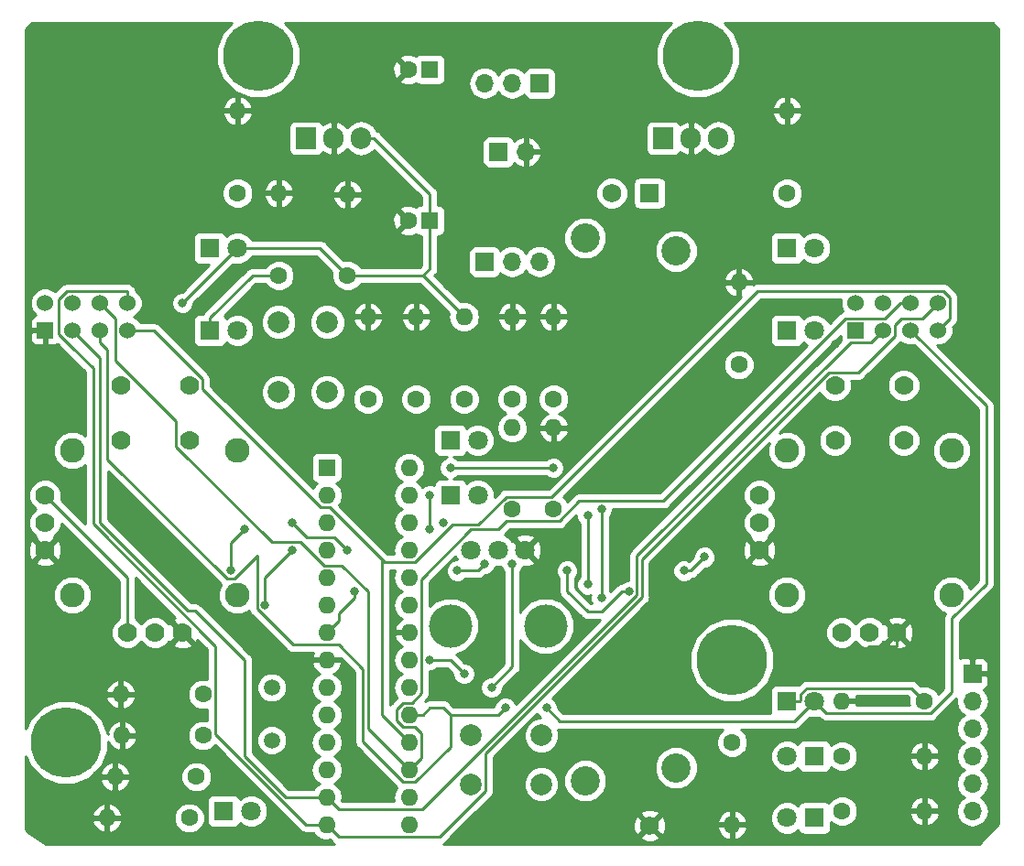
<source format=gbr>
G04 #@! TF.GenerationSoftware,KiCad,Pcbnew,(5.0.2)-1*
G04 #@! TF.CreationDate,2019-01-29T22:31:09-07:00*
G04 #@! TF.ProjectId,Controller,436f6e74-726f-46c6-9c65-722e6b696361,rev?*
G04 #@! TF.SameCoordinates,Original*
G04 #@! TF.FileFunction,Copper,L2,Bot*
G04 #@! TF.FilePolarity,Positive*
%FSLAX46Y46*%
G04 Gerber Fmt 4.6, Leading zero omitted, Abs format (unit mm)*
G04 Created by KiCad (PCBNEW (5.0.2)-1) date 1/29/2019 10:31:09 PM*
%MOMM*%
%LPD*%
G01*
G04 APERTURE LIST*
G04 #@! TA.AperFunction,ComponentPad*
%ADD10C,1.600000*%
G04 #@! TD*
G04 #@! TA.AperFunction,ComponentPad*
%ADD11O,1.600000X1.600000*%
G04 #@! TD*
G04 #@! TA.AperFunction,ComponentPad*
%ADD12C,1.778000*%
G04 #@! TD*
G04 #@! TA.AperFunction,ComponentPad*
%ADD13C,2.286000*%
G04 #@! TD*
G04 #@! TA.AperFunction,ComponentPad*
%ADD14R,1.600000X1.600000*%
G04 #@! TD*
G04 #@! TA.AperFunction,ComponentPad*
%ADD15R,1.800000X1.800000*%
G04 #@! TD*
G04 #@! TA.AperFunction,ComponentPad*
%ADD16C,1.800000*%
G04 #@! TD*
G04 #@! TA.AperFunction,ComponentPad*
%ADD17R,1.700000X1.700000*%
G04 #@! TD*
G04 #@! TA.AperFunction,ComponentPad*
%ADD18O,1.700000X1.700000*%
G04 #@! TD*
G04 #@! TA.AperFunction,ComponentPad*
%ADD19C,2.000000*%
G04 #@! TD*
G04 #@! TA.AperFunction,ComponentPad*
%ADD20O,1.905000X2.000000*%
G04 #@! TD*
G04 #@! TA.AperFunction,ComponentPad*
%ADD21R,1.905000X2.000000*%
G04 #@! TD*
G04 #@! TA.AperFunction,ComponentPad*
%ADD22R,1.750000X1.750000*%
G04 #@! TD*
G04 #@! TA.AperFunction,ComponentPad*
%ADD23C,1.750000*%
G04 #@! TD*
G04 #@! TA.AperFunction,ComponentPad*
%ADD24C,2.700000*%
G04 #@! TD*
G04 #@! TA.AperFunction,WasherPad*
%ADD25C,4.000000*%
G04 #@! TD*
G04 #@! TA.AperFunction,ComponentPad*
%ADD26C,1.524000*%
G04 #@! TD*
G04 #@! TA.AperFunction,ComponentPad*
%ADD27R,1.524000X1.524000*%
G04 #@! TD*
G04 #@! TA.AperFunction,ComponentPad*
%ADD28C,1.500000*%
G04 #@! TD*
G04 #@! TA.AperFunction,ViaPad*
%ADD29C,6.500000*%
G04 #@! TD*
G04 #@! TA.AperFunction,ViaPad*
%ADD30C,0.800000*%
G04 #@! TD*
G04 #@! TA.AperFunction,Conductor*
%ADD31C,0.250000*%
G04 #@! TD*
G04 #@! TA.AperFunction,Conductor*
%ADD32C,0.254000*%
G04 #@! TD*
G04 APERTURE END LIST*
D10*
G04 #@! TO.P,C7,1*
G04 #@! TO.N,XTAL2*
X143510000Y-118745000D03*
D11*
G04 #@! TO.P,C7,2*
G04 #@! TO.N,GND*
X136010000Y-118745000D03*
G04 #@! TD*
D12*
G04 #@! TO.P,U5,V3*
G04 #@! TO.N,GND*
X129540000Y-97790000D03*
G04 #@! TO.P,U5,V2*
G04 #@! TO.N,A2*
X129540000Y-95250000D03*
G04 #@! TO.P,U5,V1*
G04 #@! TO.N,5V*
X129540000Y-92710000D03*
D13*
G04 #@! TO.P,U5,MOUN*
G04 #@! TO.N,N/C*
X147320000Y-88582500D03*
X147320000Y-101917500D03*
X132080000Y-101917500D03*
X132080000Y-88582500D03*
D12*
G04 #@! TO.P,U5,H3*
G04 #@! TO.N,GND*
X142240000Y-105410000D03*
G04 #@! TO.P,U5,H2*
G04 #@! TO.N,A3*
X139700000Y-105410000D03*
G04 #@! TO.P,U5,H1*
G04 #@! TO.N,5V*
X137160000Y-105410000D03*
G04 #@! TO.P,U5,B2B*
G04 #@! TO.N,N/C*
X142875000Y-87630000D03*
G04 #@! TO.P,U5,B2A*
G04 #@! TO.N,D3*
X136525000Y-87630000D03*
G04 #@! TO.P,U5,B1B*
G04 #@! TO.N,N/C*
X142875000Y-82550000D03*
G04 #@! TO.P,U5,B1A*
G04 #@! TO.N,5V*
X136525000Y-82550000D03*
G04 #@! TD*
D10*
G04 #@! TO.P,R14,1*
G04 #@! TO.N,D3*
X193040000Y-115570000D03*
D11*
G04 #@! TO.P,R14,2*
G04 #@! TO.N,GND*
X193040000Y-123190000D03*
G04 #@! TD*
D12*
G04 #@! TO.P,U6,V3*
G04 #@! TO.N,GND*
X195580000Y-97790000D03*
G04 #@! TO.P,U6,V2*
G04 #@! TO.N,A4*
X195580000Y-95250000D03*
G04 #@! TO.P,U6,V1*
G04 #@! TO.N,5V*
X195580000Y-92710000D03*
D13*
G04 #@! TO.P,U6,MOUN*
G04 #@! TO.N,N/C*
X213360000Y-88582500D03*
X213360000Y-101917500D03*
X198120000Y-101917500D03*
X198120000Y-88582500D03*
D12*
G04 #@! TO.P,U6,H3*
G04 #@! TO.N,GND*
X208280000Y-105410000D03*
G04 #@! TO.P,U6,H2*
G04 #@! TO.N,A5*
X205740000Y-105410000D03*
G04 #@! TO.P,U6,H1*
G04 #@! TO.N,5V*
X203200000Y-105410000D03*
G04 #@! TO.P,U6,B2B*
G04 #@! TO.N,N/C*
X208915000Y-87630000D03*
G04 #@! TO.P,U6,B2A*
G04 #@! TO.N,D5*
X202565000Y-87630000D03*
G04 #@! TO.P,U6,B1B*
G04 #@! TO.N,N/C*
X208915000Y-82550000D03*
G04 #@! TO.P,U6,B1A*
G04 #@! TO.N,5V*
X202565000Y-82550000D03*
G04 #@! TD*
D14*
G04 #@! TO.P,C1,1*
G04 #@! TO.N,5V*
X165100000Y-67310000D03*
D10*
G04 #@! TO.P,C1,2*
G04 #@! TO.N,GND*
X163100000Y-67310000D03*
G04 #@! TD*
G04 #@! TO.P,C2,2*
G04 #@! TO.N,GND*
X163100000Y-53340000D03*
D14*
G04 #@! TO.P,C2,1*
G04 #@! TO.N,3V3*
X165100000Y-53340000D03*
G04 #@! TD*
D10*
G04 #@! TO.P,C3,1*
G04 #@! TO.N,5V*
X157480000Y-72390000D03*
D11*
G04 #@! TO.P,C3,2*
G04 #@! TO.N,GND*
X157480000Y-64890000D03*
G04 #@! TD*
D10*
G04 #@! TO.P,C4,1*
G04 #@! TO.N,3V3*
X176530000Y-93980000D03*
D11*
G04 #@! TO.P,C4,2*
G04 #@! TO.N,GND*
X176530000Y-86480000D03*
G04 #@! TD*
G04 #@! TO.P,C5,2*
G04 #@! TO.N,RST*
X172720000Y-86480000D03*
D10*
G04 #@! TO.P,C5,1*
G04 #@! TO.N,DTR*
X172720000Y-93980000D03*
G04 #@! TD*
G04 #@! TO.P,C6,1*
G04 #@! TO.N,XTAL1*
X144145000Y-114935000D03*
D11*
G04 #@! TO.P,C6,2*
G04 #@! TO.N,GND*
X136645000Y-114935000D03*
G04 #@! TD*
D15*
G04 #@! TO.P,D1,1*
G04 #@! TO.N,Net-(D1-Pad1)*
X198120000Y-77470000D03*
D16*
G04 #@! TO.P,D1,2*
G04 #@! TO.N,RF1*
X200660000Y-77470000D03*
G04 #@! TD*
G04 #@! TO.P,D2,2*
G04 #@! TO.N,RF2*
X147320000Y-77470000D03*
D15*
G04 #@! TO.P,D2,1*
G04 #@! TO.N,Net-(D2-Pad1)*
X144780000Y-77470000D03*
G04 #@! TD*
G04 #@! TO.P,D3,1*
G04 #@! TO.N,Net-(D3-Pad1)*
X198120000Y-69850000D03*
D16*
G04 #@! TO.P,D3,2*
G04 #@! TO.N,3V3*
X200660000Y-69850000D03*
G04 #@! TD*
G04 #@! TO.P,D4,2*
G04 #@! TO.N,5V*
X147320000Y-69850000D03*
D15*
G04 #@! TO.P,D4,1*
G04 #@! TO.N,Net-(D4-Pad1)*
X144780000Y-69850000D03*
G04 #@! TD*
G04 #@! TO.P,D5,1*
G04 #@! TO.N,Net-(D5-Pad1)*
X167005000Y-87630000D03*
D16*
G04 #@! TO.P,D5,2*
G04 #@! TO.N,TX*
X169545000Y-87630000D03*
G04 #@! TD*
D15*
G04 #@! TO.P,D6,1*
G04 #@! TO.N,Net-(D6-Pad1)*
X167005000Y-92710000D03*
D16*
G04 #@! TO.P,D6,2*
G04 #@! TO.N,RX*
X169545000Y-92710000D03*
G04 #@! TD*
G04 #@! TO.P,D7,2*
G04 #@! TO.N,D13*
X200660000Y-111760000D03*
D15*
G04 #@! TO.P,D7,1*
G04 #@! TO.N,Net-(D7-Pad1)*
X198120000Y-111760000D03*
G04 #@! TD*
G04 #@! TO.P,D8,1*
G04 #@! TO.N,Net-(D8-Pad1)*
X146050000Y-121920000D03*
D16*
G04 #@! TO.P,D8,2*
G04 #@! TO.N,D6*
X148590000Y-121920000D03*
G04 #@! TD*
G04 #@! TO.P,D9,2*
G04 #@! TO.N,D9*
X198120000Y-122555000D03*
D15*
G04 #@! TO.P,D9,1*
G04 #@! TO.N,Net-(D9-Pad1)*
X200660000Y-122555000D03*
G04 #@! TD*
D16*
G04 #@! TO.P,D10,2*
G04 #@! TO.N,D10*
X198120000Y-116840000D03*
D15*
G04 #@! TO.P,D10,1*
G04 #@! TO.N,Net-(D10-Pad1)*
X200660000Y-116840000D03*
G04 #@! TD*
D17*
G04 #@! TO.P,J1,1*
G04 #@! TO.N,GND*
X215265000Y-109220000D03*
D18*
G04 #@! TO.P,J1,2*
G04 #@! TO.N,Net-(J1-Pad2)*
X215265000Y-111760000D03*
G04 #@! TO.P,J1,3*
G04 #@! TO.N,VCC*
X215265000Y-114300000D03*
G04 #@! TO.P,J1,4*
G04 #@! TO.N,RX*
X215265000Y-116840000D03*
G04 #@! TO.P,J1,5*
G04 #@! TO.N,TX*
X215265000Y-119380000D03*
G04 #@! TO.P,J1,6*
G04 #@! TO.N,DTR*
X215265000Y-121920000D03*
G04 #@! TD*
D17*
G04 #@! TO.P,J2,1*
G04 #@! TO.N,BATT*
X171450000Y-60960000D03*
D18*
G04 #@! TO.P,J2,2*
G04 #@! TO.N,GND*
X173990000Y-60960000D03*
G04 #@! TD*
D10*
G04 #@! TO.P,R1,1*
G04 #@! TO.N,Net-(D1-Pad1)*
X176530000Y-83820000D03*
D11*
G04 #@! TO.P,R1,2*
G04 #@! TO.N,GND*
X176530000Y-76200000D03*
G04 #@! TD*
G04 #@! TO.P,R2,2*
G04 #@! TO.N,GND*
X151130000Y-64770000D03*
D10*
G04 #@! TO.P,R2,1*
G04 #@! TO.N,Net-(D2-Pad1)*
X151130000Y-72390000D03*
G04 #@! TD*
G04 #@! TO.P,R3,1*
G04 #@! TO.N,Net-(D3-Pad1)*
X198120000Y-64770000D03*
D11*
G04 #@! TO.P,R3,2*
G04 #@! TO.N,GND*
X198120000Y-57150000D03*
G04 #@! TD*
G04 #@! TO.P,R4,2*
G04 #@! TO.N,GND*
X147320000Y-57150000D03*
D10*
G04 #@! TO.P,R4,1*
G04 #@! TO.N,Net-(D4-Pad1)*
X147320000Y-64770000D03*
G04 #@! TD*
G04 #@! TO.P,R5,1*
G04 #@! TO.N,Net-(D5-Pad1)*
X159385000Y-83820000D03*
D11*
G04 #@! TO.P,R5,2*
G04 #@! TO.N,GND*
X159385000Y-76200000D03*
G04 #@! TD*
G04 #@! TO.P,R6,2*
G04 #@! TO.N,GND*
X163830000Y-76200000D03*
D10*
G04 #@! TO.P,R6,1*
G04 #@! TO.N,Net-(D6-Pad1)*
X163830000Y-83820000D03*
G04 #@! TD*
G04 #@! TO.P,R7,1*
G04 #@! TO.N,Net-(D7-Pad1)*
X210820000Y-111760000D03*
D11*
G04 #@! TO.P,R7,2*
G04 #@! TO.N,GND*
X203200000Y-111760000D03*
G04 #@! TD*
D10*
G04 #@! TO.P,R8,1*
G04 #@! TO.N,Net-(D8-Pad1)*
X142875000Y-122555000D03*
D11*
G04 #@! TO.P,R8,2*
G04 #@! TO.N,GND*
X135255000Y-122555000D03*
G04 #@! TD*
D10*
G04 #@! TO.P,R9,1*
G04 #@! TO.N,Net-(D9-Pad1)*
X203200000Y-121920000D03*
D11*
G04 #@! TO.P,R9,2*
G04 #@! TO.N,GND*
X210820000Y-121920000D03*
G04 #@! TD*
G04 #@! TO.P,R10,2*
G04 #@! TO.N,GND*
X210820000Y-116840000D03*
D10*
G04 #@! TO.P,R10,1*
G04 #@! TO.N,Net-(D10-Pad1)*
X203200000Y-116840000D03*
G04 #@! TD*
G04 #@! TO.P,R11,1*
G04 #@! TO.N,D2*
X144145000Y-111125000D03*
D11*
G04 #@! TO.P,R11,2*
G04 #@! TO.N,GND*
X136525000Y-111125000D03*
G04 #@! TD*
G04 #@! TO.P,R12,2*
G04 #@! TO.N,GND*
X172720000Y-76200000D03*
D10*
G04 #@! TO.P,R12,1*
G04 #@! TO.N,D4*
X172720000Y-83820000D03*
G04 #@! TD*
G04 #@! TO.P,R13,1*
G04 #@! TO.N,RST*
X168275000Y-83820000D03*
D11*
G04 #@! TO.P,R13,2*
G04 #@! TO.N,5V*
X168275000Y-76200000D03*
G04 #@! TD*
D10*
G04 #@! TO.P,R15,1*
G04 #@! TO.N,D5*
X193675000Y-80645000D03*
D11*
G04 #@! TO.P,R15,2*
G04 #@! TO.N,GND*
X193675000Y-73025000D03*
G04 #@! TD*
D19*
G04 #@! TO.P,SW1,2*
G04 #@! TO.N,D4*
X168910000Y-119435000D03*
G04 #@! TO.P,SW1,1*
G04 #@! TO.N,5V*
X168910000Y-114935000D03*
G04 #@! TO.P,SW1,2*
G04 #@! TO.N,D4*
X175410000Y-119435000D03*
G04 #@! TO.P,SW1,1*
G04 #@! TO.N,5V*
X175410000Y-114935000D03*
G04 #@! TD*
G04 #@! TO.P,SW2,1*
G04 #@! TO.N,5V*
X151130000Y-76685000D03*
G04 #@! TO.P,SW2,2*
G04 #@! TO.N,D2*
X155630000Y-76685000D03*
G04 #@! TO.P,SW2,1*
G04 #@! TO.N,5V*
X151130000Y-83185000D03*
G04 #@! TO.P,SW2,2*
G04 #@! TO.N,D2*
X155630000Y-83185000D03*
G04 #@! TD*
D18*
G04 #@! TO.P,SW3,3*
G04 #@! TO.N,BATT*
X170180000Y-54610000D03*
G04 #@! TO.P,SW3,2*
G04 #@! TO.N,+BATT*
X172720000Y-54610000D03*
D17*
G04 #@! TO.P,SW3,1*
G04 #@! TO.N,Net-(SW3-Pad1)*
X175260000Y-54610000D03*
G04 #@! TD*
G04 #@! TO.P,SW4,1*
G04 #@! TO.N,RF2*
X170180000Y-71120000D03*
D18*
G04 #@! TO.P,SW4,2*
G04 #@! TO.N,3V3*
X172720000Y-71120000D03*
G04 #@! TO.P,SW4,3*
G04 #@! TO.N,RF1*
X175260000Y-71120000D03*
G04 #@! TD*
D20*
G04 #@! TO.P,U1,3*
G04 #@! TO.N,5V*
X158750000Y-59690000D03*
G04 #@! TO.P,U1,2*
G04 #@! TO.N,GND*
X156210000Y-59690000D03*
D21*
G04 #@! TO.P,U1,1*
G04 #@! TO.N,BATT*
X153670000Y-59690000D03*
G04 #@! TD*
G04 #@! TO.P,U2,1*
G04 #@! TO.N,BATT*
X186690000Y-59690000D03*
D20*
G04 #@! TO.P,U2,2*
G04 #@! TO.N,GND*
X189230000Y-59690000D03*
G04 #@! TO.P,U2,3*
G04 #@! TO.N,3V3*
X191770000Y-59690000D03*
G04 #@! TD*
D22*
G04 #@! TO.P,U3,1*
G04 #@! TO.N,5V*
X185420000Y-64770000D03*
D23*
G04 #@! TO.P,U3,2*
G04 #@! TO.N,A0*
X181920000Y-64770000D03*
G04 #@! TO.P,U3,3*
G04 #@! TO.N,GND*
X185420000Y-123270000D03*
D24*
G04 #@! TO.P,U3,MP*
G04 #@! TO.N,N/C*
X187870000Y-70120000D03*
X187870000Y-117920000D03*
X179470000Y-68920000D03*
X179470000Y-119120000D03*
G04 #@! TD*
D16*
G04 #@! TO.P,U4,3*
G04 #@! TO.N,GND*
X173910000Y-97790000D03*
G04 #@! TO.P,U4,2*
G04 #@! TO.N,A1*
X171410000Y-97790000D03*
G04 #@! TO.P,U4,1*
G04 #@! TO.N,5V*
X168910000Y-97790000D03*
D25*
G04 #@! TO.P,U4,*
G04 #@! TO.N,*
X175810000Y-104790000D03*
X167010000Y-104790000D03*
G04 #@! TD*
D14*
G04 #@! TO.P,U7,1*
G04 #@! TO.N,RST*
X155575000Y-90170000D03*
D11*
G04 #@! TO.P,U7,15*
G04 #@! TO.N,D9*
X163195000Y-123190000D03*
G04 #@! TO.P,U7,2*
G04 #@! TO.N,RX*
X155575000Y-92710000D03*
G04 #@! TO.P,U7,16*
G04 #@! TO.N,D10*
X163195000Y-120650000D03*
G04 #@! TO.P,U7,3*
G04 #@! TO.N,TX*
X155575000Y-95250000D03*
G04 #@! TO.P,U7,17*
G04 #@! TO.N,D11*
X163195000Y-118110000D03*
G04 #@! TO.P,U7,4*
G04 #@! TO.N,D2*
X155575000Y-97790000D03*
G04 #@! TO.P,U7,18*
G04 #@! TO.N,D12*
X163195000Y-115570000D03*
G04 #@! TO.P,U7,5*
G04 #@! TO.N,D3*
X155575000Y-100330000D03*
G04 #@! TO.P,U7,19*
G04 #@! TO.N,D13*
X163195000Y-113030000D03*
G04 #@! TO.P,U7,6*
G04 #@! TO.N,D4*
X155575000Y-102870000D03*
G04 #@! TO.P,U7,20*
G04 #@! TO.N,AVCC*
X163195000Y-110490000D03*
G04 #@! TO.P,U7,7*
G04 #@! TO.N,5V*
X155575000Y-105410000D03*
G04 #@! TO.P,U7,21*
G04 #@! TO.N,AREF*
X163195000Y-107950000D03*
G04 #@! TO.P,U7,8*
G04 #@! TO.N,GND*
X155575000Y-107950000D03*
G04 #@! TO.P,U7,22*
X163195000Y-105410000D03*
G04 #@! TO.P,U7,9*
G04 #@! TO.N,XTAL1*
X155575000Y-110490000D03*
G04 #@! TO.P,U7,23*
G04 #@! TO.N,A0*
X163195000Y-102870000D03*
G04 #@! TO.P,U7,10*
G04 #@! TO.N,XTAL2*
X155575000Y-113030000D03*
G04 #@! TO.P,U7,24*
G04 #@! TO.N,A1*
X163195000Y-100330000D03*
G04 #@! TO.P,U7,11*
G04 #@! TO.N,D5*
X155575000Y-115570000D03*
G04 #@! TO.P,U7,25*
G04 #@! TO.N,A2*
X163195000Y-97790000D03*
G04 #@! TO.P,U7,12*
G04 #@! TO.N,D6*
X155575000Y-118110000D03*
G04 #@! TO.P,U7,26*
G04 #@! TO.N,A3*
X163195000Y-95250000D03*
G04 #@! TO.P,U7,13*
G04 #@! TO.N,D7*
X155575000Y-120650000D03*
G04 #@! TO.P,U7,27*
G04 #@! TO.N,A4*
X163195000Y-92710000D03*
G04 #@! TO.P,U7,14*
G04 #@! TO.N,D8*
X155575000Y-123190000D03*
G04 #@! TO.P,U7,28*
G04 #@! TO.N,A5*
X163195000Y-90170000D03*
G04 #@! TD*
D26*
G04 #@! TO.P,U24L1,8*
G04 #@! TO.N,D8*
X212090000Y-74930000D03*
G04 #@! TO.P,U24L1,7*
G04 #@! TO.N,D12*
X212090000Y-77470000D03*
G04 #@! TO.P,U24L1,6*
G04 #@! TO.N,D11*
X209550000Y-74930000D03*
G04 #@! TO.P,U24L1,5*
G04 #@! TO.N,D13*
X209550000Y-77470000D03*
G04 #@! TO.P,U24L1,4*
G04 #@! TO.N,Net-(U24L1-Pad4)*
X207010000Y-74930000D03*
G04 #@! TO.P,U24L1,3*
G04 #@! TO.N,D7*
X207010000Y-77470000D03*
G04 #@! TO.P,U24L1,2*
G04 #@! TO.N,RF1*
X204470000Y-74930000D03*
D27*
G04 #@! TO.P,U24L1,1*
G04 #@! TO.N,GND*
X204470000Y-77470000D03*
G04 #@! TD*
G04 #@! TO.P,U24L2,1*
G04 #@! TO.N,GND*
X129540000Y-77470000D03*
D26*
G04 #@! TO.P,U24L2,2*
G04 #@! TO.N,RF2*
X129540000Y-74930000D03*
G04 #@! TO.P,U24L2,3*
G04 #@! TO.N,D7*
X132080000Y-77470000D03*
G04 #@! TO.P,U24L2,4*
G04 #@! TO.N,Net-(U24L2-Pad4)*
X132080000Y-74930000D03*
G04 #@! TO.P,U24L2,5*
G04 #@! TO.N,D13*
X134620000Y-77470000D03*
G04 #@! TO.P,U24L2,6*
G04 #@! TO.N,D11*
X134620000Y-74930000D03*
G04 #@! TO.P,U24L2,7*
G04 #@! TO.N,D12*
X137160000Y-77470000D03*
G04 #@! TO.P,U24L2,8*
G04 #@! TO.N,D8*
X137160000Y-74930000D03*
G04 #@! TD*
D28*
G04 #@! TO.P,Y1,1*
G04 #@! TO.N,XTAL1*
X150495000Y-110490000D03*
G04 #@! TO.P,Y1,2*
G04 #@! TO.N,XTAL2*
X150495000Y-115370000D03*
G04 #@! TD*
D29*
G04 #@! TO.N,*
X189865000Y-52070000D03*
X193040000Y-107950000D03*
X131445000Y-115570000D03*
D30*
G04 #@! TO.N,GND*
X181610000Y-89535000D03*
X184150000Y-92075000D03*
X182880000Y-96520000D03*
G04 #@! TO.N,5V*
X158115000Y-101600000D03*
X166370000Y-95250000D03*
X142240000Y-74930000D03*
X172720000Y-99060000D03*
X170815000Y-110490000D03*
G04 #@! TO.N,GND*
X202565000Y-78740000D03*
D29*
G04 #@! TO.N,*
X149225000Y-52070000D03*
D30*
G04 #@! TO.N,GND*
X203200000Y-109220000D03*
X208915000Y-79375000D03*
X144780000Y-102235000D03*
X178435000Y-96520000D03*
X176530000Y-97790000D03*
X180340000Y-87630000D03*
X182880000Y-94615000D03*
X170180000Y-102870000D03*
G04 #@! TO.N,D13*
X172085000Y-112395000D03*
X175895000Y-112395000D03*
G04 #@! TO.N,D2*
X152400000Y-97790000D03*
X149858590Y-102870000D03*
X152400000Y-95250000D03*
X157480000Y-97790000D03*
G04 #@! TO.N,D3*
X165100000Y-107950000D03*
X168275000Y-109220000D03*
G04 #@! TO.N,D5*
X180975000Y-93980000D03*
X180975000Y-102235000D03*
G04 #@! TO.N,A0*
X179705000Y-94615000D03*
X179705000Y-100965000D03*
G04 #@! TO.N,A1*
X167640000Y-99695000D03*
X170180000Y-99060000D03*
G04 #@! TO.N,A3*
X146685000Y-99695000D03*
X147955000Y-95885000D03*
G04 #@! TO.N,A4*
X165100000Y-92710000D03*
X165100000Y-95815685D03*
X177800000Y-99695000D03*
X183515000Y-101600000D03*
X188595000Y-99695000D03*
X190500000Y-98425000D03*
G04 #@! TO.N,A5*
X167005000Y-90170000D03*
X176530000Y-90170000D03*
G04 #@! TD*
D31*
G04 #@! TO.N,GND*
X181610000Y-89535000D02*
X184150000Y-92075000D01*
X184150000Y-92075000D02*
X184150000Y-92075000D01*
G04 #@! TO.N,5V*
X159952500Y-59690000D02*
X158750000Y-59690000D01*
X165100000Y-64837500D02*
X159952500Y-59690000D01*
X165100000Y-67310000D02*
X165100000Y-64837500D01*
X164465000Y-72390000D02*
X168275000Y-76200000D01*
X157480000Y-72390000D02*
X164465000Y-72390000D01*
X165100000Y-71755000D02*
X165100000Y-67310000D01*
X164465000Y-72390000D02*
X165100000Y-71755000D01*
X154940000Y-69850000D02*
X157480000Y-72390000D01*
X147320000Y-69850000D02*
X154940000Y-69850000D01*
X156700001Y-104284999D02*
X156700001Y-103649999D01*
X155575000Y-105410000D02*
X156700001Y-104284999D01*
X156700001Y-103649999D02*
X158115000Y-102235000D01*
X158115000Y-102235000D02*
X158115000Y-101600000D01*
X158115000Y-101600000D02*
X158115000Y-101600000D01*
X137160000Y-100330000D02*
X137160000Y-105410000D01*
X129540000Y-92710000D02*
X137160000Y-100330000D01*
X147320000Y-69850000D02*
X142240000Y-74930000D01*
X142240000Y-74930000D02*
X142240000Y-74930000D01*
X172720000Y-99060000D02*
X172720000Y-108585000D01*
X172720000Y-108585000D02*
X170815000Y-110490000D01*
X170815000Y-110490000D02*
X170815000Y-110490000D01*
G04 #@! TO.N,GND*
X208280000Y-105410000D02*
X208280000Y-106680000D01*
X205740000Y-106680000D02*
X203200000Y-109220000D01*
X208280000Y-106680000D02*
X205740000Y-106680000D01*
X177165000Y-97790000D02*
X178435000Y-96520000D01*
X176530000Y-97790000D02*
X177165000Y-97790000D01*
X176530000Y-86480000D02*
X179190000Y-86480000D01*
X179190000Y-86480000D02*
X180340000Y-87630000D01*
X180340000Y-87630000D02*
X180340000Y-87630000D01*
X182880000Y-94615000D02*
X182880000Y-96520000D01*
G04 #@! TO.N,Net-(D2-Pad1)*
X149998630Y-72390000D02*
X151130000Y-72390000D01*
X148710000Y-72390000D02*
X149998630Y-72390000D01*
X144780000Y-76320000D02*
X148710000Y-72390000D01*
X144780000Y-77470000D02*
X144780000Y-76320000D01*
G04 #@! TO.N,D13*
X211360001Y-112885001D02*
X213360000Y-110885002D01*
X200660000Y-111760000D02*
X201785001Y-112885001D01*
X201785001Y-112885001D02*
X211360001Y-112885001D01*
X213360000Y-104090142D02*
X216535000Y-100915142D01*
X213360000Y-110885002D02*
X213360000Y-104090142D01*
X216535000Y-84455000D02*
X209550000Y-77470000D01*
X216535000Y-100915142D02*
X216535000Y-84455000D01*
X158934990Y-115514992D02*
X162654999Y-119235001D01*
X158934990Y-108769990D02*
X158934990Y-115514992D01*
X156700001Y-106535001D02*
X158934990Y-108769990D01*
X152450589Y-106535001D02*
X156700001Y-106535001D01*
X149133589Y-103218001D02*
X152450589Y-106535001D01*
X149133589Y-98319413D02*
X149133589Y-103218001D01*
X147033001Y-100420001D02*
X149133589Y-98319413D01*
X146336999Y-100420001D02*
X147033001Y-100420001D01*
X135310999Y-89394001D02*
X146336999Y-100420001D01*
X162654999Y-119235001D02*
X163735001Y-119235001D01*
X135310999Y-79238629D02*
X135310999Y-89394001D01*
X134620000Y-78547630D02*
X135310999Y-79238629D01*
X134620000Y-77470000D02*
X134620000Y-78547630D01*
X163735001Y-119235001D02*
X167005000Y-115965002D01*
X167005000Y-115965002D02*
X167005000Y-113030000D01*
X167005000Y-113030000D02*
X166370000Y-112395000D01*
X166370000Y-112395000D02*
X165100000Y-112395000D01*
X164465000Y-113030000D02*
X163195000Y-113030000D01*
X165100000Y-112395000D02*
X164465000Y-113030000D01*
X198810001Y-113609999D02*
X177744999Y-113609999D01*
X200660000Y-111760000D02*
X198810001Y-113609999D01*
X177744999Y-113609999D02*
X177109999Y-113609999D01*
X177109999Y-113609999D02*
X175895000Y-112395000D01*
X167005000Y-113030000D02*
X171450000Y-113030000D01*
X171450000Y-113030000D02*
X172085000Y-112395000D01*
X172085000Y-112395000D02*
X172085000Y-112395000D01*
X175895000Y-112395000D02*
X175895000Y-112395000D01*
G04 #@! TO.N,Net-(D7-Pad1)*
X209594999Y-110534999D02*
X210820000Y-111760000D01*
X199980001Y-110534999D02*
X209594999Y-110534999D01*
X199390000Y-111125000D02*
X199980001Y-110534999D01*
X199390000Y-111640000D02*
X199390000Y-111125000D01*
X198120000Y-111760000D02*
X199270000Y-111760000D01*
X199270000Y-111760000D02*
X199390000Y-111640000D01*
G04 #@! TO.N,D2*
X149858590Y-100331410D02*
X152400000Y-97790000D01*
X149858590Y-102870000D02*
X149858590Y-100331410D01*
X152799999Y-95649999D02*
X152400000Y-95250000D01*
X153764990Y-96614990D02*
X152799999Y-95649999D01*
X156304990Y-96614990D02*
X153764990Y-96614990D01*
X157480000Y-97790000D02*
X156304990Y-96614990D01*
G04 #@! TO.N,D3*
X167005000Y-107950000D02*
X168275000Y-109220000D01*
X165100000Y-107950000D02*
X167005000Y-107950000D01*
G04 #@! TO.N,D5*
X180975000Y-93980000D02*
X180975000Y-102235000D01*
G04 #@! TO.N,A0*
X179705000Y-94615000D02*
X179705000Y-100965000D01*
G04 #@! TO.N,A1*
X169545000Y-99695000D02*
X170180000Y-99060000D01*
X167640000Y-99695000D02*
X169545000Y-99695000D01*
G04 #@! TO.N,A3*
X146685000Y-99695000D02*
X146685000Y-97155000D01*
X146685000Y-97155000D02*
X147955000Y-95885000D01*
X147955000Y-95885000D02*
X147955000Y-95885000D01*
G04 #@! TO.N,D11*
X155324997Y-99204999D02*
X156989999Y-99204999D01*
X153184997Y-97064999D02*
X155324997Y-99204999D01*
X134620000Y-74930000D02*
X136072999Y-76382999D01*
X136072999Y-76382999D02*
X136072999Y-80301277D01*
X136072999Y-80301277D02*
X141660999Y-85889277D01*
X141660999Y-85889277D02*
X141660999Y-88212721D01*
X141660999Y-88212721D02*
X150513277Y-97064999D01*
X150513277Y-97064999D02*
X153184997Y-97064999D01*
X156989999Y-99204999D02*
X159385000Y-101600000D01*
X159385000Y-114300000D02*
X163195000Y-118110000D01*
X159385000Y-101600000D02*
X159385000Y-114300000D01*
X208618762Y-74930000D02*
X209550000Y-74930000D01*
X207165763Y-76382999D02*
X208618762Y-74930000D01*
X186688003Y-93254999D02*
X203560003Y-76382999D01*
X163445003Y-111904999D02*
X164320001Y-111030001D01*
X162654999Y-114155001D02*
X162069999Y-113570001D01*
X163735001Y-114155001D02*
X162654999Y-114155001D01*
X164320001Y-114740001D02*
X163735001Y-114155001D01*
X162069999Y-112489999D02*
X162654999Y-111904999D01*
X164320001Y-116984999D02*
X164320001Y-114740001D01*
X164320001Y-100474999D02*
X168910000Y-95885000D01*
X163195000Y-118110000D02*
X164320001Y-116984999D01*
X162654999Y-111904999D02*
X163445003Y-111904999D01*
X203560003Y-76382999D02*
X207165763Y-76382999D01*
X164320001Y-111030001D02*
X164320001Y-100474999D01*
X168910000Y-95885000D02*
X171450000Y-95885000D01*
X162069999Y-113570001D02*
X162069999Y-112489999D01*
X171450000Y-95885000D02*
X172229999Y-95105001D01*
X172229999Y-95105001D02*
X177070001Y-95105001D01*
X177070001Y-95105001D02*
X178920003Y-93254999D01*
X178920003Y-93254999D02*
X186688003Y-93254999D01*
G04 #@! TO.N,D12*
X138237630Y-77470000D02*
X137160000Y-77470000D01*
X139591722Y-77470000D02*
X138237630Y-77470000D01*
X144089001Y-81967279D02*
X139591722Y-77470000D01*
X144089001Y-82889003D02*
X144089001Y-81967279D01*
X155034999Y-93835001D02*
X144089001Y-82889003D01*
X155825003Y-93835001D02*
X155034999Y-93835001D01*
X160655000Y-98664998D02*
X155825003Y-93835001D01*
X160655000Y-113030000D02*
X160655000Y-98664998D01*
X163195000Y-115570000D02*
X160655000Y-113030000D01*
X160905003Y-98915001D02*
X160655000Y-98664998D01*
X167215012Y-95434990D02*
X163735001Y-98915001D01*
X169600008Y-95434990D02*
X167215012Y-95434990D01*
X163735001Y-98915001D02*
X160905003Y-98915001D01*
X172179999Y-92854999D02*
X169600008Y-95434990D01*
X176385001Y-92854999D02*
X172179999Y-92854999D01*
X195397001Y-73842999D02*
X176385001Y-92854999D01*
X212611761Y-73842999D02*
X195397001Y-73842999D01*
X213177001Y-74408239D02*
X212611761Y-73842999D01*
X213177001Y-76382999D02*
X213177001Y-74408239D01*
X212090000Y-77470000D02*
X213177001Y-76382999D01*
G04 #@! TO.N,D7*
X151765000Y-120650000D02*
X155575000Y-120650000D01*
X147955000Y-116840000D02*
X151765000Y-120650000D01*
X132080000Y-77470000D02*
X134620000Y-80010000D01*
X134620000Y-80010000D02*
X134620000Y-95250000D01*
X134620000Y-95250000D02*
X142755501Y-103385501D01*
X142755501Y-103385501D02*
X143390501Y-103385501D01*
X143390501Y-103385501D02*
X147955000Y-107950000D01*
X147955000Y-107950000D02*
X147955000Y-116840000D01*
X156374999Y-121449999D02*
X155575000Y-120650000D01*
X156700001Y-121775001D02*
X156374999Y-121449999D01*
X164413001Y-121775001D02*
X156700001Y-121775001D01*
X184240001Y-101948001D02*
X164413001Y-121775001D01*
X184240001Y-98334999D02*
X184240001Y-101948001D01*
X204017999Y-78557001D02*
X184240001Y-98334999D01*
X207010000Y-77470000D02*
X205922999Y-78557001D01*
X205922999Y-78557001D02*
X204017999Y-78557001D01*
G04 #@! TO.N,D8*
X131558239Y-73842999D02*
X130810000Y-74591238D01*
X137150629Y-73842999D02*
X131558239Y-73842999D01*
X137160000Y-74930000D02*
X137160000Y-73852370D01*
X137160000Y-73852370D02*
X137150629Y-73842999D01*
X130810000Y-74591238D02*
X130810000Y-77808762D01*
X133985000Y-80983762D02*
X132080000Y-79078762D01*
X133985000Y-95358278D02*
X133985000Y-80983762D01*
X132080000Y-79078762D02*
X132376238Y-79375000D01*
X130810000Y-77808762D02*
X132080000Y-79078762D01*
X155575000Y-123190000D02*
X153668590Y-123190000D01*
X153668590Y-123190000D02*
X145270001Y-114791411D01*
X145270001Y-114791411D02*
X145270001Y-106643279D01*
X145270001Y-106643279D02*
X133985000Y-95358278D01*
X156374999Y-123989999D02*
X155575000Y-123190000D01*
X156700001Y-124315001D02*
X156374999Y-123989999D01*
X165991001Y-124315001D02*
X156700001Y-124315001D01*
X170235001Y-120071001D02*
X165991001Y-124315001D01*
X170235001Y-116589411D02*
X170235001Y-120071001D01*
X184690010Y-102134402D02*
X170235001Y-116589411D01*
X204752763Y-81335999D02*
X201982279Y-81335999D01*
X201982279Y-81335999D02*
X184690010Y-98628268D01*
X208097001Y-77991761D02*
X204752763Y-81335999D01*
X208097001Y-76948239D02*
X208097001Y-77991761D01*
X184690010Y-98628268D02*
X184690010Y-102134402D01*
X210637001Y-76382999D02*
X208662241Y-76382999D01*
X208662241Y-76382999D02*
X208097001Y-76948239D01*
X212090000Y-74930000D02*
X210637001Y-76382999D01*
G04 #@! TO.N,A4*
X177800000Y-100330000D02*
X177800000Y-101600000D01*
X177800000Y-101600000D02*
X179705000Y-103505000D01*
X179705000Y-103505000D02*
X180975000Y-103505000D01*
X180975000Y-103505000D02*
X182880000Y-101600000D01*
X182880000Y-101600000D02*
X183515000Y-101600000D01*
X183515000Y-101600000D02*
X183515000Y-101600000D01*
X189230000Y-99695000D02*
X190500000Y-98425000D01*
X188595000Y-99695000D02*
X189230000Y-99695000D01*
X177800000Y-99695000D02*
X177800000Y-100330000D01*
X165100000Y-92710000D02*
X165100000Y-95815685D01*
G04 #@! TO.N,A5*
X167005000Y-90170000D02*
X176530000Y-90170000D01*
X176530000Y-90170000D02*
X176530000Y-90170000D01*
G04 #@! TD*
D32*
G04 #@! TO.N,GND*
G36*
X145931456Y-49869324D02*
X145340000Y-51297225D01*
X145340000Y-52842775D01*
X145931456Y-54270676D01*
X147024324Y-55363544D01*
X148452225Y-55955000D01*
X149997775Y-55955000D01*
X151425676Y-55363544D01*
X152518544Y-54270676D01*
X152993834Y-53123223D01*
X161653035Y-53123223D01*
X161680222Y-53693454D01*
X161846136Y-54094005D01*
X162092255Y-54168139D01*
X162920395Y-53340000D01*
X162092255Y-52511861D01*
X161846136Y-52585995D01*
X161653035Y-53123223D01*
X152993834Y-53123223D01*
X153110000Y-52842775D01*
X153110000Y-52332255D01*
X162271861Y-52332255D01*
X163100000Y-53160395D01*
X163114142Y-53146252D01*
X163293748Y-53325858D01*
X163279605Y-53340000D01*
X163293748Y-53354143D01*
X163114142Y-53533748D01*
X163100000Y-53519605D01*
X162271861Y-54347745D01*
X162345995Y-54593864D01*
X162883223Y-54786965D01*
X163453454Y-54759778D01*
X163843067Y-54598395D01*
X164052235Y-54738157D01*
X164300000Y-54787440D01*
X165900000Y-54787440D01*
X166147765Y-54738157D01*
X166339564Y-54610000D01*
X168665908Y-54610000D01*
X168781161Y-55189418D01*
X169109375Y-55680625D01*
X169600582Y-56008839D01*
X170033744Y-56095000D01*
X170326256Y-56095000D01*
X170759418Y-56008839D01*
X171250625Y-55680625D01*
X171450000Y-55382239D01*
X171649375Y-55680625D01*
X172140582Y-56008839D01*
X172573744Y-56095000D01*
X172866256Y-56095000D01*
X173299418Y-56008839D01*
X173790625Y-55680625D01*
X173802816Y-55662381D01*
X173811843Y-55707765D01*
X173952191Y-55917809D01*
X174162235Y-56058157D01*
X174410000Y-56107440D01*
X176110000Y-56107440D01*
X176357765Y-56058157D01*
X176567809Y-55917809D01*
X176708157Y-55707765D01*
X176757440Y-55460000D01*
X176757440Y-53760000D01*
X176708157Y-53512235D01*
X176567809Y-53302191D01*
X176357765Y-53161843D01*
X176110000Y-53112560D01*
X174410000Y-53112560D01*
X174162235Y-53161843D01*
X173952191Y-53302191D01*
X173811843Y-53512235D01*
X173802816Y-53557619D01*
X173790625Y-53539375D01*
X173299418Y-53211161D01*
X172866256Y-53125000D01*
X172573744Y-53125000D01*
X172140582Y-53211161D01*
X171649375Y-53539375D01*
X171450000Y-53837761D01*
X171250625Y-53539375D01*
X170759418Y-53211161D01*
X170326256Y-53125000D01*
X170033744Y-53125000D01*
X169600582Y-53211161D01*
X169109375Y-53539375D01*
X168781161Y-54030582D01*
X168665908Y-54610000D01*
X166339564Y-54610000D01*
X166357809Y-54597809D01*
X166498157Y-54387765D01*
X166547440Y-54140000D01*
X166547440Y-52540000D01*
X166498157Y-52292235D01*
X166357809Y-52082191D01*
X166147765Y-51941843D01*
X165900000Y-51892560D01*
X164300000Y-51892560D01*
X164052235Y-51941843D01*
X163842484Y-52081995D01*
X163316777Y-51893035D01*
X162746546Y-51920222D01*
X162345995Y-52086136D01*
X162271861Y-52332255D01*
X153110000Y-52332255D01*
X153110000Y-51297225D01*
X152518544Y-49869324D01*
X151671220Y-49022000D01*
X187418780Y-49022000D01*
X186571456Y-49869324D01*
X185980000Y-51297225D01*
X185980000Y-52842775D01*
X186571456Y-54270676D01*
X187664324Y-55363544D01*
X189092225Y-55955000D01*
X190637775Y-55955000D01*
X192065676Y-55363544D01*
X193158544Y-54270676D01*
X193750000Y-52842775D01*
X193750000Y-51297225D01*
X193158544Y-49869324D01*
X192311220Y-49022000D01*
X217117394Y-49022000D01*
X217678000Y-49582606D01*
X217678000Y-123137394D01*
X215847394Y-124968000D01*
X166381682Y-124968000D01*
X166538930Y-124862930D01*
X166581332Y-124799471D01*
X167048743Y-124332060D01*
X184537545Y-124332060D01*
X184620884Y-124585953D01*
X185185306Y-124791590D01*
X185785458Y-124765579D01*
X186219116Y-124585953D01*
X186302455Y-124332060D01*
X185420000Y-123449605D01*
X184537545Y-124332060D01*
X167048743Y-124332060D01*
X168345497Y-123035306D01*
X183898410Y-123035306D01*
X183924421Y-123635458D01*
X184104047Y-124069116D01*
X184357940Y-124152455D01*
X185240395Y-123270000D01*
X185599605Y-123270000D01*
X186482060Y-124152455D01*
X186735953Y-124069116D01*
X186929076Y-123539041D01*
X191648086Y-123539041D01*
X191887611Y-124045134D01*
X192302577Y-124421041D01*
X192690961Y-124581904D01*
X192913000Y-124459915D01*
X192913000Y-123317000D01*
X193167000Y-123317000D01*
X193167000Y-124459915D01*
X193389039Y-124581904D01*
X193777423Y-124421041D01*
X194192389Y-124045134D01*
X194431914Y-123539041D01*
X194310629Y-123317000D01*
X193167000Y-123317000D01*
X192913000Y-123317000D01*
X191769371Y-123317000D01*
X191648086Y-123539041D01*
X186929076Y-123539041D01*
X186941590Y-123504694D01*
X186915579Y-122904542D01*
X186889243Y-122840959D01*
X191648086Y-122840959D01*
X191769371Y-123063000D01*
X192913000Y-123063000D01*
X192913000Y-121920085D01*
X193167000Y-121920085D01*
X193167000Y-123063000D01*
X194310629Y-123063000D01*
X194431914Y-122840959D01*
X194192389Y-122334866D01*
X194098341Y-122249670D01*
X196585000Y-122249670D01*
X196585000Y-122860330D01*
X196818690Y-123424507D01*
X197250493Y-123856310D01*
X197814670Y-124090000D01*
X198425330Y-124090000D01*
X198989507Y-123856310D01*
X199158725Y-123687092D01*
X199161843Y-123702765D01*
X199302191Y-123912809D01*
X199512235Y-124053157D01*
X199760000Y-124102440D01*
X201560000Y-124102440D01*
X201807765Y-124053157D01*
X202017809Y-123912809D01*
X202158157Y-123702765D01*
X202207440Y-123455000D01*
X202207440Y-122956836D01*
X202387138Y-123136534D01*
X202914561Y-123355000D01*
X203485439Y-123355000D01*
X204012862Y-123136534D01*
X204416534Y-122732862D01*
X204608655Y-122269039D01*
X209428096Y-122269039D01*
X209588959Y-122657423D01*
X209964866Y-123072389D01*
X210470959Y-123311914D01*
X210693000Y-123190629D01*
X210693000Y-122047000D01*
X210947000Y-122047000D01*
X210947000Y-123190629D01*
X211169041Y-123311914D01*
X211675134Y-123072389D01*
X212051041Y-122657423D01*
X212211904Y-122269039D01*
X212089915Y-122047000D01*
X210947000Y-122047000D01*
X210693000Y-122047000D01*
X209550085Y-122047000D01*
X209428096Y-122269039D01*
X204608655Y-122269039D01*
X204635000Y-122205439D01*
X204635000Y-121634561D01*
X204608656Y-121570961D01*
X209428096Y-121570961D01*
X209550085Y-121793000D01*
X210693000Y-121793000D01*
X210693000Y-120649371D01*
X210947000Y-120649371D01*
X210947000Y-121793000D01*
X212089915Y-121793000D01*
X212211904Y-121570961D01*
X212051041Y-121182577D01*
X211675134Y-120767611D01*
X211169041Y-120528086D01*
X210947000Y-120649371D01*
X210693000Y-120649371D01*
X210470959Y-120528086D01*
X209964866Y-120767611D01*
X209588959Y-121182577D01*
X209428096Y-121570961D01*
X204608656Y-121570961D01*
X204416534Y-121107138D01*
X204012862Y-120703466D01*
X203485439Y-120485000D01*
X202914561Y-120485000D01*
X202387138Y-120703466D01*
X201983466Y-121107138D01*
X201961695Y-121159697D01*
X201807765Y-121056843D01*
X201560000Y-121007560D01*
X199760000Y-121007560D01*
X199512235Y-121056843D01*
X199302191Y-121197191D01*
X199161843Y-121407235D01*
X199158725Y-121422908D01*
X198989507Y-121253690D01*
X198425330Y-121020000D01*
X197814670Y-121020000D01*
X197250493Y-121253690D01*
X196818690Y-121685493D01*
X196585000Y-122249670D01*
X194098341Y-122249670D01*
X193777423Y-121958959D01*
X193389039Y-121798096D01*
X193167000Y-121920085D01*
X192913000Y-121920085D01*
X192690961Y-121798096D01*
X192302577Y-121958959D01*
X191887611Y-122334866D01*
X191648086Y-122840959D01*
X186889243Y-122840959D01*
X186735953Y-122470884D01*
X186482060Y-122387545D01*
X185599605Y-123270000D01*
X185240395Y-123270000D01*
X184357940Y-122387545D01*
X184104047Y-122470884D01*
X183898410Y-123035306D01*
X168345497Y-123035306D01*
X169172863Y-122207940D01*
X184537545Y-122207940D01*
X185420000Y-123090395D01*
X186302455Y-122207940D01*
X186219116Y-121954047D01*
X185654694Y-121748410D01*
X185054542Y-121774421D01*
X184620884Y-121954047D01*
X184537545Y-122207940D01*
X169172863Y-122207940D01*
X170719477Y-120661328D01*
X170782930Y-120618930D01*
X170825328Y-120555477D01*
X170825330Y-120555475D01*
X170909103Y-120430099D01*
X170950905Y-120367538D01*
X170995001Y-120145853D01*
X170995001Y-120145849D01*
X171009889Y-120071002D01*
X170995001Y-119996155D01*
X170995001Y-119109778D01*
X173775000Y-119109778D01*
X173775000Y-119760222D01*
X174023914Y-120361153D01*
X174483847Y-120821086D01*
X175084778Y-121070000D01*
X175735222Y-121070000D01*
X176336153Y-120821086D01*
X176796086Y-120361153D01*
X177045000Y-119760222D01*
X177045000Y-119109778D01*
X176885686Y-118725159D01*
X177485000Y-118725159D01*
X177485000Y-119514841D01*
X177787199Y-120244412D01*
X178345588Y-120802801D01*
X179075159Y-121105000D01*
X179864841Y-121105000D01*
X180594412Y-120802801D01*
X181152801Y-120244412D01*
X181455000Y-119514841D01*
X181455000Y-118725159D01*
X181152801Y-117995588D01*
X180682372Y-117525159D01*
X185885000Y-117525159D01*
X185885000Y-118314841D01*
X186187199Y-119044412D01*
X186745588Y-119602801D01*
X187475159Y-119905000D01*
X188264841Y-119905000D01*
X188994412Y-119602801D01*
X189552801Y-119044412D01*
X189855000Y-118314841D01*
X189855000Y-117525159D01*
X189552801Y-116795588D01*
X188994412Y-116237199D01*
X188264841Y-115935000D01*
X187475159Y-115935000D01*
X186745588Y-116237199D01*
X186187199Y-116795588D01*
X185885000Y-117525159D01*
X180682372Y-117525159D01*
X180594412Y-117437199D01*
X179864841Y-117135000D01*
X179075159Y-117135000D01*
X178345588Y-117437199D01*
X177787199Y-117995588D01*
X177485000Y-118725159D01*
X176885686Y-118725159D01*
X176796086Y-118508847D01*
X176336153Y-118048914D01*
X175735222Y-117800000D01*
X175084778Y-117800000D01*
X174483847Y-118048914D01*
X174023914Y-118508847D01*
X173775000Y-119109778D01*
X170995001Y-119109778D01*
X170995001Y-116904212D01*
X174988386Y-112910827D01*
X175017569Y-112981280D01*
X175308720Y-113272431D01*
X175375278Y-113300000D01*
X175084778Y-113300000D01*
X174483847Y-113548914D01*
X174023914Y-114008847D01*
X173775000Y-114609778D01*
X173775000Y-115260222D01*
X174023914Y-115861153D01*
X174483847Y-116321086D01*
X175084778Y-116570000D01*
X175735222Y-116570000D01*
X176336153Y-116321086D01*
X176796086Y-115861153D01*
X177045000Y-115260222D01*
X177045000Y-114609778D01*
X176937647Y-114350605D01*
X177035147Y-114369999D01*
X177035151Y-114369999D01*
X177109998Y-114384887D01*
X177184845Y-114369999D01*
X192210605Y-114369999D01*
X191823466Y-114757138D01*
X191605000Y-115284561D01*
X191605000Y-115855439D01*
X191823466Y-116382862D01*
X192227138Y-116786534D01*
X192754561Y-117005000D01*
X193325439Y-117005000D01*
X193852862Y-116786534D01*
X194104726Y-116534670D01*
X196585000Y-116534670D01*
X196585000Y-117145330D01*
X196818690Y-117709507D01*
X197250493Y-118141310D01*
X197814670Y-118375000D01*
X198425330Y-118375000D01*
X198989507Y-118141310D01*
X199158725Y-117972092D01*
X199161843Y-117987765D01*
X199302191Y-118197809D01*
X199512235Y-118338157D01*
X199760000Y-118387440D01*
X201560000Y-118387440D01*
X201807765Y-118338157D01*
X202017809Y-118197809D01*
X202158157Y-117987765D01*
X202184738Y-117854134D01*
X202387138Y-118056534D01*
X202914561Y-118275000D01*
X203485439Y-118275000D01*
X204012862Y-118056534D01*
X204416534Y-117652862D01*
X204608655Y-117189039D01*
X209428096Y-117189039D01*
X209588959Y-117577423D01*
X209964866Y-117992389D01*
X210470959Y-118231914D01*
X210693000Y-118110629D01*
X210693000Y-116967000D01*
X210947000Y-116967000D01*
X210947000Y-118110629D01*
X211169041Y-118231914D01*
X211675134Y-117992389D01*
X212051041Y-117577423D01*
X212211904Y-117189039D01*
X212089915Y-116967000D01*
X210947000Y-116967000D01*
X210693000Y-116967000D01*
X209550085Y-116967000D01*
X209428096Y-117189039D01*
X204608655Y-117189039D01*
X204635000Y-117125439D01*
X204635000Y-116554561D01*
X204608656Y-116490961D01*
X209428096Y-116490961D01*
X209550085Y-116713000D01*
X210693000Y-116713000D01*
X210693000Y-115569371D01*
X210947000Y-115569371D01*
X210947000Y-116713000D01*
X212089915Y-116713000D01*
X212211904Y-116490961D01*
X212051041Y-116102577D01*
X211675134Y-115687611D01*
X211169041Y-115448086D01*
X210947000Y-115569371D01*
X210693000Y-115569371D01*
X210470959Y-115448086D01*
X209964866Y-115687611D01*
X209588959Y-116102577D01*
X209428096Y-116490961D01*
X204608656Y-116490961D01*
X204416534Y-116027138D01*
X204012862Y-115623466D01*
X203485439Y-115405000D01*
X202914561Y-115405000D01*
X202387138Y-115623466D01*
X202184738Y-115825866D01*
X202158157Y-115692235D01*
X202017809Y-115482191D01*
X201807765Y-115341843D01*
X201560000Y-115292560D01*
X199760000Y-115292560D01*
X199512235Y-115341843D01*
X199302191Y-115482191D01*
X199161843Y-115692235D01*
X199158725Y-115707908D01*
X198989507Y-115538690D01*
X198425330Y-115305000D01*
X197814670Y-115305000D01*
X197250493Y-115538690D01*
X196818690Y-115970493D01*
X196585000Y-116534670D01*
X194104726Y-116534670D01*
X194256534Y-116382862D01*
X194475000Y-115855439D01*
X194475000Y-115284561D01*
X194256534Y-114757138D01*
X193869395Y-114369999D01*
X198735154Y-114369999D01*
X198810001Y-114384887D01*
X198884848Y-114369999D01*
X198884853Y-114369999D01*
X199106538Y-114325903D01*
X199357930Y-114157928D01*
X199400332Y-114094469D01*
X200245161Y-113249640D01*
X200354670Y-113295000D01*
X200965330Y-113295000D01*
X201074838Y-113249640D01*
X201194672Y-113369474D01*
X201237072Y-113432930D01*
X201300528Y-113475330D01*
X201488463Y-113600905D01*
X201536606Y-113610481D01*
X201710149Y-113645001D01*
X201710153Y-113645001D01*
X201785001Y-113659889D01*
X201859849Y-113645001D01*
X211285154Y-113645001D01*
X211360001Y-113659889D01*
X211434848Y-113645001D01*
X211434853Y-113645001D01*
X211656538Y-113600905D01*
X211907930Y-113432930D01*
X211950332Y-113369471D01*
X213798359Y-111521444D01*
X213750908Y-111760000D01*
X213866161Y-112339418D01*
X214194375Y-112830625D01*
X214492761Y-113030000D01*
X214194375Y-113229375D01*
X213866161Y-113720582D01*
X213750908Y-114300000D01*
X213866161Y-114879418D01*
X214194375Y-115370625D01*
X214492761Y-115570000D01*
X214194375Y-115769375D01*
X213866161Y-116260582D01*
X213750908Y-116840000D01*
X213866161Y-117419418D01*
X214194375Y-117910625D01*
X214492761Y-118110000D01*
X214194375Y-118309375D01*
X213866161Y-118800582D01*
X213750908Y-119380000D01*
X213866161Y-119959418D01*
X214194375Y-120450625D01*
X214492761Y-120650000D01*
X214194375Y-120849375D01*
X213866161Y-121340582D01*
X213750908Y-121920000D01*
X213866161Y-122499418D01*
X214194375Y-122990625D01*
X214685582Y-123318839D01*
X215118744Y-123405000D01*
X215411256Y-123405000D01*
X215844418Y-123318839D01*
X216335625Y-122990625D01*
X216663839Y-122499418D01*
X216779092Y-121920000D01*
X216663839Y-121340582D01*
X216335625Y-120849375D01*
X216037239Y-120650000D01*
X216335625Y-120450625D01*
X216663839Y-119959418D01*
X216779092Y-119380000D01*
X216663839Y-118800582D01*
X216335625Y-118309375D01*
X216037239Y-118110000D01*
X216335625Y-117910625D01*
X216663839Y-117419418D01*
X216779092Y-116840000D01*
X216663839Y-116260582D01*
X216335625Y-115769375D01*
X216037239Y-115570000D01*
X216335625Y-115370625D01*
X216663839Y-114879418D01*
X216779092Y-114300000D01*
X216663839Y-113720582D01*
X216335625Y-113229375D01*
X216037239Y-113030000D01*
X216335625Y-112830625D01*
X216663839Y-112339418D01*
X216779092Y-111760000D01*
X216663839Y-111180582D01*
X216335625Y-110689375D01*
X216313967Y-110674904D01*
X216474698Y-110608327D01*
X216653327Y-110429699D01*
X216750000Y-110196310D01*
X216750000Y-109505750D01*
X216591250Y-109347000D01*
X215392000Y-109347000D01*
X215392000Y-109367000D01*
X215138000Y-109367000D01*
X215138000Y-109347000D01*
X215118000Y-109347000D01*
X215118000Y-109093000D01*
X215138000Y-109093000D01*
X215138000Y-107893750D01*
X215392000Y-107893750D01*
X215392000Y-109093000D01*
X216591250Y-109093000D01*
X216750000Y-108934250D01*
X216750000Y-108243690D01*
X216653327Y-108010301D01*
X216474698Y-107831673D01*
X216241309Y-107735000D01*
X215550750Y-107735000D01*
X215392000Y-107893750D01*
X215138000Y-107893750D01*
X214979250Y-107735000D01*
X214288691Y-107735000D01*
X214120000Y-107804874D01*
X214120000Y-104404943D01*
X217019473Y-101505471D01*
X217082929Y-101463071D01*
X217250904Y-101211679D01*
X217295000Y-100989994D01*
X217295000Y-100989990D01*
X217309888Y-100915143D01*
X217295000Y-100840296D01*
X217295000Y-84529848D01*
X217309888Y-84455000D01*
X217295000Y-84380152D01*
X217295000Y-84380148D01*
X217250904Y-84158463D01*
X217250904Y-84158462D01*
X217125329Y-83970527D01*
X217082929Y-83907071D01*
X217019473Y-83864671D01*
X212021801Y-78867000D01*
X212367881Y-78867000D01*
X212881337Y-78654320D01*
X213274320Y-78261337D01*
X213487000Y-77747881D01*
X213487000Y-77192119D01*
X213474020Y-77160782D01*
X213661474Y-76973328D01*
X213724930Y-76930928D01*
X213892905Y-76679536D01*
X213937001Y-76457851D01*
X213937001Y-76457847D01*
X213951889Y-76382999D01*
X213937001Y-76308151D01*
X213937001Y-74483085D01*
X213951889Y-74408238D01*
X213937001Y-74333391D01*
X213937001Y-74333387D01*
X213892905Y-74111702D01*
X213724930Y-73860310D01*
X213661474Y-73817910D01*
X213202092Y-73358529D01*
X213159690Y-73295070D01*
X212908298Y-73127095D01*
X212686613Y-73082999D01*
X212686608Y-73082999D01*
X212611761Y-73068111D01*
X212536914Y-73082999D01*
X195471847Y-73082999D01*
X195397000Y-73068111D01*
X195322153Y-73082999D01*
X195322149Y-73082999D01*
X195100464Y-73127095D01*
X194977064Y-73209549D01*
X194945629Y-73152000D01*
X193802000Y-73152000D01*
X193802000Y-74294915D01*
X193846071Y-74319128D01*
X176070200Y-92094999D01*
X172254845Y-92094999D01*
X172179998Y-92080111D01*
X172105151Y-92094999D01*
X172105147Y-92094999D01*
X171883462Y-92139095D01*
X171632070Y-92307070D01*
X171589670Y-92370526D01*
X171080000Y-92880196D01*
X171080000Y-92404670D01*
X170846310Y-91840493D01*
X170414507Y-91408690D01*
X169850330Y-91175000D01*
X169239670Y-91175000D01*
X168675493Y-91408690D01*
X168506275Y-91577908D01*
X168503157Y-91562235D01*
X168362809Y-91352191D01*
X168152765Y-91211843D01*
X167905000Y-91162560D01*
X167313333Y-91162560D01*
X167591280Y-91047431D01*
X167708711Y-90930000D01*
X175826289Y-90930000D01*
X175943720Y-91047431D01*
X176324126Y-91205000D01*
X176735874Y-91205000D01*
X177116280Y-91047431D01*
X177407431Y-90756280D01*
X177565000Y-90375874D01*
X177565000Y-89964126D01*
X177407431Y-89583720D01*
X177116280Y-89292569D01*
X176735874Y-89135000D01*
X176324126Y-89135000D01*
X175943720Y-89292569D01*
X175826289Y-89410000D01*
X167708711Y-89410000D01*
X167591280Y-89292569D01*
X167313333Y-89177440D01*
X167905000Y-89177440D01*
X168152765Y-89128157D01*
X168362809Y-88987809D01*
X168503157Y-88777765D01*
X168506275Y-88762092D01*
X168675493Y-88931310D01*
X169239670Y-89165000D01*
X169850330Y-89165000D01*
X170414507Y-88931310D01*
X170846310Y-88499507D01*
X171080000Y-87935330D01*
X171080000Y-87324670D01*
X170846310Y-86760493D01*
X170565817Y-86480000D01*
X171256887Y-86480000D01*
X171368260Y-87039909D01*
X171685423Y-87514577D01*
X172160091Y-87831740D01*
X172578667Y-87915000D01*
X172861333Y-87915000D01*
X173279909Y-87831740D01*
X173754577Y-87514577D01*
X174071740Y-87039909D01*
X174113684Y-86829041D01*
X175138086Y-86829041D01*
X175377611Y-87335134D01*
X175792577Y-87711041D01*
X176180961Y-87871904D01*
X176403000Y-87749915D01*
X176403000Y-86607000D01*
X176657000Y-86607000D01*
X176657000Y-87749915D01*
X176879039Y-87871904D01*
X177267423Y-87711041D01*
X177682389Y-87335134D01*
X177921914Y-86829041D01*
X177800629Y-86607000D01*
X176657000Y-86607000D01*
X176403000Y-86607000D01*
X175259371Y-86607000D01*
X175138086Y-86829041D01*
X174113684Y-86829041D01*
X174183113Y-86480000D01*
X174071740Y-85920091D01*
X173754577Y-85445423D01*
X173291966Y-85136316D01*
X173532862Y-85036534D01*
X173936534Y-84632862D01*
X174155000Y-84105439D01*
X174155000Y-83534561D01*
X175095000Y-83534561D01*
X175095000Y-84105439D01*
X175313466Y-84632862D01*
X175717138Y-85036534D01*
X176011284Y-85158374D01*
X175792577Y-85248959D01*
X175377611Y-85624866D01*
X175138086Y-86130959D01*
X175259371Y-86353000D01*
X176403000Y-86353000D01*
X176403000Y-86333000D01*
X176657000Y-86333000D01*
X176657000Y-86353000D01*
X177800629Y-86353000D01*
X177921914Y-86130959D01*
X177682389Y-85624866D01*
X177267423Y-85248959D01*
X177048716Y-85158374D01*
X177342862Y-85036534D01*
X177746534Y-84632862D01*
X177965000Y-84105439D01*
X177965000Y-83534561D01*
X177746534Y-83007138D01*
X177342862Y-82603466D01*
X176815439Y-82385000D01*
X176244561Y-82385000D01*
X175717138Y-82603466D01*
X175313466Y-83007138D01*
X175095000Y-83534561D01*
X174155000Y-83534561D01*
X173936534Y-83007138D01*
X173532862Y-82603466D01*
X173005439Y-82385000D01*
X172434561Y-82385000D01*
X171907138Y-82603466D01*
X171503466Y-83007138D01*
X171285000Y-83534561D01*
X171285000Y-84105439D01*
X171503466Y-84632862D01*
X171907138Y-85036534D01*
X172148034Y-85136316D01*
X171685423Y-85445423D01*
X171368260Y-85920091D01*
X171256887Y-86480000D01*
X170565817Y-86480000D01*
X170414507Y-86328690D01*
X169850330Y-86095000D01*
X169239670Y-86095000D01*
X168675493Y-86328690D01*
X168506275Y-86497908D01*
X168503157Y-86482235D01*
X168362809Y-86272191D01*
X168152765Y-86131843D01*
X167905000Y-86082560D01*
X166105000Y-86082560D01*
X165857235Y-86131843D01*
X165647191Y-86272191D01*
X165506843Y-86482235D01*
X165457560Y-86730000D01*
X165457560Y-88530000D01*
X165506843Y-88777765D01*
X165647191Y-88987809D01*
X165857235Y-89128157D01*
X166105000Y-89177440D01*
X166696667Y-89177440D01*
X166418720Y-89292569D01*
X166127569Y-89583720D01*
X165970000Y-89964126D01*
X165970000Y-90375874D01*
X166127569Y-90756280D01*
X166418720Y-91047431D01*
X166696667Y-91162560D01*
X166105000Y-91162560D01*
X165857235Y-91211843D01*
X165647191Y-91352191D01*
X165506843Y-91562235D01*
X165470823Y-91743324D01*
X165305874Y-91675000D01*
X164894126Y-91675000D01*
X164513720Y-91832569D01*
X164406333Y-91939956D01*
X164229577Y-91675423D01*
X163877242Y-91440000D01*
X164229577Y-91204577D01*
X164546740Y-90729909D01*
X164658113Y-90170000D01*
X164546740Y-89610091D01*
X164229577Y-89135423D01*
X163754909Y-88818260D01*
X163336333Y-88735000D01*
X163053667Y-88735000D01*
X162635091Y-88818260D01*
X162160423Y-89135423D01*
X161843260Y-89610091D01*
X161731887Y-90170000D01*
X161843260Y-90729909D01*
X162160423Y-91204577D01*
X162512758Y-91440000D01*
X162160423Y-91675423D01*
X161843260Y-92150091D01*
X161731887Y-92710000D01*
X161843260Y-93269909D01*
X162160423Y-93744577D01*
X162512758Y-93980000D01*
X162160423Y-94215423D01*
X161843260Y-94690091D01*
X161731887Y-95250000D01*
X161843260Y-95809909D01*
X162160423Y-96284577D01*
X162512758Y-96520000D01*
X162160423Y-96755423D01*
X161843260Y-97230091D01*
X161731887Y-97790000D01*
X161804490Y-98155001D01*
X161228274Y-98155001D01*
X161202929Y-98117069D01*
X161139473Y-98074669D01*
X156689607Y-93624804D01*
X156926740Y-93269909D01*
X157038113Y-92710000D01*
X156926740Y-92150091D01*
X156609577Y-91675423D01*
X156488894Y-91594785D01*
X156622765Y-91568157D01*
X156832809Y-91427809D01*
X156973157Y-91217765D01*
X157022440Y-90970000D01*
X157022440Y-89370000D01*
X156973157Y-89122235D01*
X156832809Y-88912191D01*
X156622765Y-88771843D01*
X156375000Y-88722560D01*
X154775000Y-88722560D01*
X154527235Y-88771843D01*
X154317191Y-88912191D01*
X154176843Y-89122235D01*
X154127560Y-89370000D01*
X154127560Y-90970000D01*
X154176843Y-91217765D01*
X154317191Y-91427809D01*
X154527235Y-91568157D01*
X154661106Y-91594785D01*
X154540423Y-91675423D01*
X154304022Y-92029222D01*
X145134578Y-82859778D01*
X149495000Y-82859778D01*
X149495000Y-83510222D01*
X149743914Y-84111153D01*
X150203847Y-84571086D01*
X150804778Y-84820000D01*
X151455222Y-84820000D01*
X152056153Y-84571086D01*
X152516086Y-84111153D01*
X152765000Y-83510222D01*
X152765000Y-82859778D01*
X153995000Y-82859778D01*
X153995000Y-83510222D01*
X154243914Y-84111153D01*
X154703847Y-84571086D01*
X155304778Y-84820000D01*
X155955222Y-84820000D01*
X156556153Y-84571086D01*
X157016086Y-84111153D01*
X157254918Y-83534561D01*
X157950000Y-83534561D01*
X157950000Y-84105439D01*
X158168466Y-84632862D01*
X158572138Y-85036534D01*
X159099561Y-85255000D01*
X159670439Y-85255000D01*
X160197862Y-85036534D01*
X160601534Y-84632862D01*
X160820000Y-84105439D01*
X160820000Y-83534561D01*
X162395000Y-83534561D01*
X162395000Y-84105439D01*
X162613466Y-84632862D01*
X163017138Y-85036534D01*
X163544561Y-85255000D01*
X164115439Y-85255000D01*
X164642862Y-85036534D01*
X165046534Y-84632862D01*
X165265000Y-84105439D01*
X165265000Y-83534561D01*
X166840000Y-83534561D01*
X166840000Y-84105439D01*
X167058466Y-84632862D01*
X167462138Y-85036534D01*
X167989561Y-85255000D01*
X168560439Y-85255000D01*
X169087862Y-85036534D01*
X169491534Y-84632862D01*
X169710000Y-84105439D01*
X169710000Y-83534561D01*
X169491534Y-83007138D01*
X169087862Y-82603466D01*
X168560439Y-82385000D01*
X167989561Y-82385000D01*
X167462138Y-82603466D01*
X167058466Y-83007138D01*
X166840000Y-83534561D01*
X165265000Y-83534561D01*
X165046534Y-83007138D01*
X164642862Y-82603466D01*
X164115439Y-82385000D01*
X163544561Y-82385000D01*
X163017138Y-82603466D01*
X162613466Y-83007138D01*
X162395000Y-83534561D01*
X160820000Y-83534561D01*
X160601534Y-83007138D01*
X160197862Y-82603466D01*
X159670439Y-82385000D01*
X159099561Y-82385000D01*
X158572138Y-82603466D01*
X158168466Y-83007138D01*
X157950000Y-83534561D01*
X157254918Y-83534561D01*
X157265000Y-83510222D01*
X157265000Y-82859778D01*
X157016086Y-82258847D01*
X156556153Y-81798914D01*
X155955222Y-81550000D01*
X155304778Y-81550000D01*
X154703847Y-81798914D01*
X154243914Y-82258847D01*
X153995000Y-82859778D01*
X152765000Y-82859778D01*
X152516086Y-82258847D01*
X152056153Y-81798914D01*
X151455222Y-81550000D01*
X150804778Y-81550000D01*
X150203847Y-81798914D01*
X149743914Y-82258847D01*
X149495000Y-82859778D01*
X145134578Y-82859778D01*
X144849001Y-82574202D01*
X144849001Y-82042126D01*
X144863889Y-81967279D01*
X144849001Y-81892432D01*
X144849001Y-81892427D01*
X144804905Y-81670742D01*
X144636930Y-81419350D01*
X144573474Y-81376950D01*
X140182053Y-76985530D01*
X140139651Y-76922071D01*
X139888259Y-76754096D01*
X139666574Y-76710000D01*
X139666569Y-76710000D01*
X139591722Y-76695112D01*
X139516875Y-76710000D01*
X138357300Y-76710000D01*
X138344320Y-76678663D01*
X138235657Y-76570000D01*
X143232560Y-76570000D01*
X143232560Y-78370000D01*
X143281843Y-78617765D01*
X143422191Y-78827809D01*
X143632235Y-78968157D01*
X143880000Y-79017440D01*
X145680000Y-79017440D01*
X145927765Y-78968157D01*
X146137809Y-78827809D01*
X146278157Y-78617765D01*
X146281275Y-78602092D01*
X146450493Y-78771310D01*
X147014670Y-79005000D01*
X147625330Y-79005000D01*
X148189507Y-78771310D01*
X148621310Y-78339507D01*
X148855000Y-77775330D01*
X148855000Y-77164670D01*
X148621310Y-76600493D01*
X148380595Y-76359778D01*
X149495000Y-76359778D01*
X149495000Y-77010222D01*
X149743914Y-77611153D01*
X150203847Y-78071086D01*
X150804778Y-78320000D01*
X151455222Y-78320000D01*
X152056153Y-78071086D01*
X152516086Y-77611153D01*
X152765000Y-77010222D01*
X152765000Y-76359778D01*
X153995000Y-76359778D01*
X153995000Y-77010222D01*
X154243914Y-77611153D01*
X154703847Y-78071086D01*
X155304778Y-78320000D01*
X155955222Y-78320000D01*
X156556153Y-78071086D01*
X157016086Y-77611153D01*
X157265000Y-77010222D01*
X157265000Y-76549041D01*
X157993086Y-76549041D01*
X158232611Y-77055134D01*
X158647577Y-77431041D01*
X159035961Y-77591904D01*
X159258000Y-77469915D01*
X159258000Y-76327000D01*
X159512000Y-76327000D01*
X159512000Y-77469915D01*
X159734039Y-77591904D01*
X160122423Y-77431041D01*
X160537389Y-77055134D01*
X160776914Y-76549041D01*
X162438086Y-76549041D01*
X162677611Y-77055134D01*
X163092577Y-77431041D01*
X163480961Y-77591904D01*
X163703000Y-77469915D01*
X163703000Y-76327000D01*
X163957000Y-76327000D01*
X163957000Y-77469915D01*
X164179039Y-77591904D01*
X164567423Y-77431041D01*
X164982389Y-77055134D01*
X165221914Y-76549041D01*
X165100629Y-76327000D01*
X163957000Y-76327000D01*
X163703000Y-76327000D01*
X162559371Y-76327000D01*
X162438086Y-76549041D01*
X160776914Y-76549041D01*
X160655629Y-76327000D01*
X159512000Y-76327000D01*
X159258000Y-76327000D01*
X158114371Y-76327000D01*
X157993086Y-76549041D01*
X157265000Y-76549041D01*
X157265000Y-76359778D01*
X157054241Y-75850959D01*
X157993086Y-75850959D01*
X158114371Y-76073000D01*
X159258000Y-76073000D01*
X159258000Y-74930085D01*
X159512000Y-74930085D01*
X159512000Y-76073000D01*
X160655629Y-76073000D01*
X160776914Y-75850959D01*
X162438086Y-75850959D01*
X162559371Y-76073000D01*
X163703000Y-76073000D01*
X163703000Y-74930085D01*
X163957000Y-74930085D01*
X163957000Y-76073000D01*
X165100629Y-76073000D01*
X165221914Y-75850959D01*
X164982389Y-75344866D01*
X164567423Y-74968959D01*
X164179039Y-74808096D01*
X163957000Y-74930085D01*
X163703000Y-74930085D01*
X163480961Y-74808096D01*
X163092577Y-74968959D01*
X162677611Y-75344866D01*
X162438086Y-75850959D01*
X160776914Y-75850959D01*
X160537389Y-75344866D01*
X160122423Y-74968959D01*
X159734039Y-74808096D01*
X159512000Y-74930085D01*
X159258000Y-74930085D01*
X159035961Y-74808096D01*
X158647577Y-74968959D01*
X158232611Y-75344866D01*
X157993086Y-75850959D01*
X157054241Y-75850959D01*
X157016086Y-75758847D01*
X156556153Y-75298914D01*
X155955222Y-75050000D01*
X155304778Y-75050000D01*
X154703847Y-75298914D01*
X154243914Y-75758847D01*
X153995000Y-76359778D01*
X152765000Y-76359778D01*
X152516086Y-75758847D01*
X152056153Y-75298914D01*
X151455222Y-75050000D01*
X150804778Y-75050000D01*
X150203847Y-75298914D01*
X149743914Y-75758847D01*
X149495000Y-76359778D01*
X148380595Y-76359778D01*
X148189507Y-76168690D01*
X147625330Y-75935000D01*
X147014670Y-75935000D01*
X146450493Y-76168690D01*
X146281275Y-76337908D01*
X146278157Y-76322235D01*
X146137809Y-76112191D01*
X146092731Y-76082071D01*
X149024803Y-73150000D01*
X149891570Y-73150000D01*
X149913466Y-73202862D01*
X150317138Y-73606534D01*
X150844561Y-73825000D01*
X151415439Y-73825000D01*
X151942862Y-73606534D01*
X152346534Y-73202862D01*
X152565000Y-72675439D01*
X152565000Y-72104561D01*
X152346534Y-71577138D01*
X151942862Y-71173466D01*
X151415439Y-70955000D01*
X150844561Y-70955000D01*
X150317138Y-71173466D01*
X149913466Y-71577138D01*
X149891570Y-71630000D01*
X148784846Y-71630000D01*
X148709999Y-71615112D01*
X148635152Y-71630000D01*
X148635148Y-71630000D01*
X148413463Y-71674096D01*
X148413461Y-71674097D01*
X148413462Y-71674097D01*
X148225526Y-71799671D01*
X148225524Y-71799673D01*
X148162071Y-71842071D01*
X148119673Y-71905524D01*
X144295528Y-75729671D01*
X144232072Y-75772071D01*
X144189672Y-75835527D01*
X144189671Y-75835528D01*
X144131518Y-75922560D01*
X143880000Y-75922560D01*
X143632235Y-75971843D01*
X143422191Y-76112191D01*
X143281843Y-76322235D01*
X143232560Y-76570000D01*
X138235657Y-76570000D01*
X137951337Y-76285680D01*
X137744487Y-76200000D01*
X137951337Y-76114320D01*
X138344320Y-75721337D01*
X138557000Y-75207881D01*
X138557000Y-74724126D01*
X141205000Y-74724126D01*
X141205000Y-75135874D01*
X141362569Y-75516280D01*
X141653720Y-75807431D01*
X142034126Y-75965000D01*
X142445874Y-75965000D01*
X142826280Y-75807431D01*
X143117431Y-75516280D01*
X143275000Y-75135874D01*
X143275000Y-74969801D01*
X146905162Y-71339640D01*
X147014670Y-71385000D01*
X147625330Y-71385000D01*
X148189507Y-71151310D01*
X148621310Y-70719507D01*
X148666669Y-70610000D01*
X154625199Y-70610000D01*
X156066896Y-72051699D01*
X156045000Y-72104561D01*
X156045000Y-72675439D01*
X156263466Y-73202862D01*
X156667138Y-73606534D01*
X157194561Y-73825000D01*
X157765439Y-73825000D01*
X158292862Y-73606534D01*
X158696534Y-73202862D01*
X158718430Y-73150000D01*
X164150199Y-73150000D01*
X166876312Y-75876114D01*
X166811887Y-76200000D01*
X166923260Y-76759909D01*
X167240423Y-77234577D01*
X167715091Y-77551740D01*
X168133667Y-77635000D01*
X168416333Y-77635000D01*
X168834909Y-77551740D01*
X169309577Y-77234577D01*
X169626740Y-76759909D01*
X169668684Y-76549041D01*
X171328086Y-76549041D01*
X171567611Y-77055134D01*
X171982577Y-77431041D01*
X172370961Y-77591904D01*
X172593000Y-77469915D01*
X172593000Y-76327000D01*
X172847000Y-76327000D01*
X172847000Y-77469915D01*
X173069039Y-77591904D01*
X173457423Y-77431041D01*
X173872389Y-77055134D01*
X174111914Y-76549041D01*
X175138086Y-76549041D01*
X175377611Y-77055134D01*
X175792577Y-77431041D01*
X176180961Y-77591904D01*
X176403000Y-77469915D01*
X176403000Y-76327000D01*
X176657000Y-76327000D01*
X176657000Y-77469915D01*
X176879039Y-77591904D01*
X177267423Y-77431041D01*
X177682389Y-77055134D01*
X177921914Y-76549041D01*
X177800629Y-76327000D01*
X176657000Y-76327000D01*
X176403000Y-76327000D01*
X175259371Y-76327000D01*
X175138086Y-76549041D01*
X174111914Y-76549041D01*
X173990629Y-76327000D01*
X172847000Y-76327000D01*
X172593000Y-76327000D01*
X171449371Y-76327000D01*
X171328086Y-76549041D01*
X169668684Y-76549041D01*
X169738113Y-76200000D01*
X169668685Y-75850959D01*
X171328086Y-75850959D01*
X171449371Y-76073000D01*
X172593000Y-76073000D01*
X172593000Y-74930085D01*
X172847000Y-74930085D01*
X172847000Y-76073000D01*
X173990629Y-76073000D01*
X174111914Y-75850959D01*
X175138086Y-75850959D01*
X175259371Y-76073000D01*
X176403000Y-76073000D01*
X176403000Y-74930085D01*
X176657000Y-74930085D01*
X176657000Y-76073000D01*
X177800629Y-76073000D01*
X177921914Y-75850959D01*
X177682389Y-75344866D01*
X177267423Y-74968959D01*
X176879039Y-74808096D01*
X176657000Y-74930085D01*
X176403000Y-74930085D01*
X176180961Y-74808096D01*
X175792577Y-74968959D01*
X175377611Y-75344866D01*
X175138086Y-75850959D01*
X174111914Y-75850959D01*
X173872389Y-75344866D01*
X173457423Y-74968959D01*
X173069039Y-74808096D01*
X172847000Y-74930085D01*
X172593000Y-74930085D01*
X172370961Y-74808096D01*
X171982577Y-74968959D01*
X171567611Y-75344866D01*
X171328086Y-75850959D01*
X169668685Y-75850959D01*
X169626740Y-75640091D01*
X169309577Y-75165423D01*
X168834909Y-74848260D01*
X168416333Y-74765000D01*
X168133667Y-74765000D01*
X167951114Y-74801312D01*
X166523843Y-73374041D01*
X192283086Y-73374041D01*
X192522611Y-73880134D01*
X192937577Y-74256041D01*
X193325961Y-74416904D01*
X193548000Y-74294915D01*
X193548000Y-73152000D01*
X192404371Y-73152000D01*
X192283086Y-73374041D01*
X166523843Y-73374041D01*
X165825761Y-72675959D01*
X192283086Y-72675959D01*
X192404371Y-72898000D01*
X193548000Y-72898000D01*
X193548000Y-71755085D01*
X193802000Y-71755085D01*
X193802000Y-72898000D01*
X194945629Y-72898000D01*
X195066914Y-72675959D01*
X194827389Y-72169866D01*
X194412423Y-71793959D01*
X194024039Y-71633096D01*
X193802000Y-71755085D01*
X193548000Y-71755085D01*
X193325961Y-71633096D01*
X192937577Y-71793959D01*
X192522611Y-72169866D01*
X192283086Y-72675959D01*
X165825761Y-72675959D01*
X165539801Y-72390000D01*
X165584473Y-72345329D01*
X165647929Y-72302929D01*
X165815904Y-72051537D01*
X165860000Y-71829852D01*
X165860000Y-71829848D01*
X165874888Y-71755000D01*
X165860000Y-71680152D01*
X165860000Y-70270000D01*
X168682560Y-70270000D01*
X168682560Y-71970000D01*
X168731843Y-72217765D01*
X168872191Y-72427809D01*
X169082235Y-72568157D01*
X169330000Y-72617440D01*
X171030000Y-72617440D01*
X171277765Y-72568157D01*
X171487809Y-72427809D01*
X171628157Y-72217765D01*
X171637184Y-72172381D01*
X171649375Y-72190625D01*
X172140582Y-72518839D01*
X172573744Y-72605000D01*
X172866256Y-72605000D01*
X173299418Y-72518839D01*
X173790625Y-72190625D01*
X173990000Y-71892239D01*
X174189375Y-72190625D01*
X174680582Y-72518839D01*
X175113744Y-72605000D01*
X175406256Y-72605000D01*
X175839418Y-72518839D01*
X176330625Y-72190625D01*
X176658839Y-71699418D01*
X176774092Y-71120000D01*
X176658839Y-70540582D01*
X176330625Y-70049375D01*
X175839418Y-69721161D01*
X175406256Y-69635000D01*
X175113744Y-69635000D01*
X174680582Y-69721161D01*
X174189375Y-70049375D01*
X173990000Y-70347761D01*
X173790625Y-70049375D01*
X173299418Y-69721161D01*
X172866256Y-69635000D01*
X172573744Y-69635000D01*
X172140582Y-69721161D01*
X171649375Y-70049375D01*
X171637184Y-70067619D01*
X171628157Y-70022235D01*
X171487809Y-69812191D01*
X171277765Y-69671843D01*
X171030000Y-69622560D01*
X169330000Y-69622560D01*
X169082235Y-69671843D01*
X168872191Y-69812191D01*
X168731843Y-70022235D01*
X168682560Y-70270000D01*
X165860000Y-70270000D01*
X165860000Y-68757440D01*
X165900000Y-68757440D01*
X166147765Y-68708157D01*
X166357809Y-68567809D01*
X166386307Y-68525159D01*
X177485000Y-68525159D01*
X177485000Y-69314841D01*
X177787199Y-70044412D01*
X178345588Y-70602801D01*
X179075159Y-70905000D01*
X179864841Y-70905000D01*
X180594412Y-70602801D01*
X181152801Y-70044412D01*
X181285040Y-69725159D01*
X185885000Y-69725159D01*
X185885000Y-70514841D01*
X186187199Y-71244412D01*
X186745588Y-71802801D01*
X187475159Y-72105000D01*
X188264841Y-72105000D01*
X188994412Y-71802801D01*
X189552801Y-71244412D01*
X189855000Y-70514841D01*
X189855000Y-69725159D01*
X189552801Y-68995588D01*
X189507213Y-68950000D01*
X196572560Y-68950000D01*
X196572560Y-70750000D01*
X196621843Y-70997765D01*
X196762191Y-71207809D01*
X196972235Y-71348157D01*
X197220000Y-71397440D01*
X199020000Y-71397440D01*
X199267765Y-71348157D01*
X199477809Y-71207809D01*
X199618157Y-70997765D01*
X199621275Y-70982092D01*
X199790493Y-71151310D01*
X200354670Y-71385000D01*
X200965330Y-71385000D01*
X201529507Y-71151310D01*
X201961310Y-70719507D01*
X202195000Y-70155330D01*
X202195000Y-69544670D01*
X201961310Y-68980493D01*
X201529507Y-68548690D01*
X200965330Y-68315000D01*
X200354670Y-68315000D01*
X199790493Y-68548690D01*
X199621275Y-68717908D01*
X199618157Y-68702235D01*
X199477809Y-68492191D01*
X199267765Y-68351843D01*
X199020000Y-68302560D01*
X197220000Y-68302560D01*
X196972235Y-68351843D01*
X196762191Y-68492191D01*
X196621843Y-68702235D01*
X196572560Y-68950000D01*
X189507213Y-68950000D01*
X188994412Y-68437199D01*
X188264841Y-68135000D01*
X187475159Y-68135000D01*
X186745588Y-68437199D01*
X186187199Y-68995588D01*
X185885000Y-69725159D01*
X181285040Y-69725159D01*
X181455000Y-69314841D01*
X181455000Y-68525159D01*
X181152801Y-67795588D01*
X180594412Y-67237199D01*
X179864841Y-66935000D01*
X179075159Y-66935000D01*
X178345588Y-67237199D01*
X177787199Y-67795588D01*
X177485000Y-68525159D01*
X166386307Y-68525159D01*
X166498157Y-68357765D01*
X166547440Y-68110000D01*
X166547440Y-66510000D01*
X166498157Y-66262235D01*
X166357809Y-66052191D01*
X166147765Y-65911843D01*
X165900000Y-65862560D01*
X165860000Y-65862560D01*
X165860000Y-64912346D01*
X165874888Y-64837499D01*
X165860000Y-64762652D01*
X165860000Y-64762648D01*
X165815904Y-64540963D01*
X165768249Y-64469642D01*
X180410000Y-64469642D01*
X180410000Y-65070358D01*
X180639884Y-65625346D01*
X181064654Y-66050116D01*
X181619642Y-66280000D01*
X182220358Y-66280000D01*
X182775346Y-66050116D01*
X183200116Y-65625346D01*
X183430000Y-65070358D01*
X183430000Y-64469642D01*
X183200116Y-63914654D01*
X183180462Y-63895000D01*
X183897560Y-63895000D01*
X183897560Y-65645000D01*
X183946843Y-65892765D01*
X184087191Y-66102809D01*
X184297235Y-66243157D01*
X184545000Y-66292440D01*
X186295000Y-66292440D01*
X186542765Y-66243157D01*
X186752809Y-66102809D01*
X186893157Y-65892765D01*
X186942440Y-65645000D01*
X186942440Y-64484561D01*
X196685000Y-64484561D01*
X196685000Y-65055439D01*
X196903466Y-65582862D01*
X197307138Y-65986534D01*
X197834561Y-66205000D01*
X198405439Y-66205000D01*
X198932862Y-65986534D01*
X199336534Y-65582862D01*
X199555000Y-65055439D01*
X199555000Y-64484561D01*
X199336534Y-63957138D01*
X198932862Y-63553466D01*
X198405439Y-63335000D01*
X197834561Y-63335000D01*
X197307138Y-63553466D01*
X196903466Y-63957138D01*
X196685000Y-64484561D01*
X186942440Y-64484561D01*
X186942440Y-63895000D01*
X186893157Y-63647235D01*
X186752809Y-63437191D01*
X186542765Y-63296843D01*
X186295000Y-63247560D01*
X184545000Y-63247560D01*
X184297235Y-63296843D01*
X184087191Y-63437191D01*
X183946843Y-63647235D01*
X183897560Y-63895000D01*
X183180462Y-63895000D01*
X182775346Y-63489884D01*
X182220358Y-63260000D01*
X181619642Y-63260000D01*
X181064654Y-63489884D01*
X180639884Y-63914654D01*
X180410000Y-64469642D01*
X165768249Y-64469642D01*
X165735720Y-64420959D01*
X165690329Y-64353026D01*
X165690327Y-64353024D01*
X165647929Y-64289571D01*
X165584476Y-64247173D01*
X161447302Y-60110000D01*
X169952560Y-60110000D01*
X169952560Y-61810000D01*
X170001843Y-62057765D01*
X170142191Y-62267809D01*
X170352235Y-62408157D01*
X170600000Y-62457440D01*
X172300000Y-62457440D01*
X172547765Y-62408157D01*
X172757809Y-62267809D01*
X172898157Y-62057765D01*
X172918739Y-61954292D01*
X173223076Y-62231645D01*
X173633110Y-62401476D01*
X173863000Y-62280155D01*
X173863000Y-61087000D01*
X174117000Y-61087000D01*
X174117000Y-62280155D01*
X174346890Y-62401476D01*
X174756924Y-62231645D01*
X175185183Y-61841358D01*
X175431486Y-61316892D01*
X175310819Y-61087000D01*
X174117000Y-61087000D01*
X173863000Y-61087000D01*
X173843000Y-61087000D01*
X173843000Y-60833000D01*
X173863000Y-60833000D01*
X173863000Y-59639845D01*
X174117000Y-59639845D01*
X174117000Y-60833000D01*
X175310819Y-60833000D01*
X175431486Y-60603108D01*
X175185183Y-60078642D01*
X174756924Y-59688355D01*
X174346890Y-59518524D01*
X174117000Y-59639845D01*
X173863000Y-59639845D01*
X173633110Y-59518524D01*
X173223076Y-59688355D01*
X172918739Y-59965708D01*
X172898157Y-59862235D01*
X172757809Y-59652191D01*
X172547765Y-59511843D01*
X172300000Y-59462560D01*
X170600000Y-59462560D01*
X170352235Y-59511843D01*
X170142191Y-59652191D01*
X170001843Y-59862235D01*
X169952560Y-60110000D01*
X161447302Y-60110000D01*
X160542831Y-59205530D01*
X160500429Y-59142071D01*
X160249037Y-58974096D01*
X160207078Y-58965750D01*
X160022829Y-58690000D01*
X185090060Y-58690000D01*
X185090060Y-60690000D01*
X185139343Y-60937765D01*
X185279691Y-61147809D01*
X185489735Y-61288157D01*
X185737500Y-61337440D01*
X187642500Y-61337440D01*
X187890265Y-61288157D01*
X188100309Y-61147809D01*
X188237255Y-60942857D01*
X188363076Y-61065973D01*
X188857020Y-61280563D01*
X189103000Y-61160594D01*
X189103000Y-59817000D01*
X189083000Y-59817000D01*
X189083000Y-59563000D01*
X189103000Y-59563000D01*
X189103000Y-58219406D01*
X189357000Y-58219406D01*
X189357000Y-59563000D01*
X189377000Y-59563000D01*
X189377000Y-59817000D01*
X189357000Y-59817000D01*
X189357000Y-61160594D01*
X189602980Y-61280563D01*
X190096924Y-61065973D01*
X190490841Y-60680526D01*
X190625477Y-60882023D01*
X191150590Y-61232891D01*
X191770000Y-61356100D01*
X192389411Y-61232891D01*
X192914523Y-60882023D01*
X193265391Y-60356910D01*
X193357500Y-59893849D01*
X193357500Y-59486150D01*
X193265391Y-59023089D01*
X192914523Y-58497977D01*
X192389410Y-58147109D01*
X191770000Y-58023900D01*
X191150589Y-58147109D01*
X190625477Y-58497977D01*
X190490841Y-58699474D01*
X190096924Y-58314027D01*
X189602980Y-58099437D01*
X189357000Y-58219406D01*
X189103000Y-58219406D01*
X188857020Y-58099437D01*
X188363076Y-58314027D01*
X188237255Y-58437143D01*
X188100309Y-58232191D01*
X187890265Y-58091843D01*
X187642500Y-58042560D01*
X185737500Y-58042560D01*
X185489735Y-58091843D01*
X185279691Y-58232191D01*
X185139343Y-58442235D01*
X185090060Y-58690000D01*
X160022829Y-58690000D01*
X159894523Y-58497977D01*
X159369410Y-58147109D01*
X158750000Y-58023900D01*
X158130589Y-58147109D01*
X157605477Y-58497977D01*
X157470841Y-58699474D01*
X157076924Y-58314027D01*
X156582980Y-58099437D01*
X156337000Y-58219406D01*
X156337000Y-59563000D01*
X156357000Y-59563000D01*
X156357000Y-59817000D01*
X156337000Y-59817000D01*
X156337000Y-61160594D01*
X156582980Y-61280563D01*
X157076924Y-61065973D01*
X157470841Y-60680526D01*
X157605477Y-60882023D01*
X158130590Y-61232891D01*
X158750000Y-61356100D01*
X159369411Y-61232891D01*
X159894523Y-60882023D01*
X159964698Y-60776999D01*
X164340001Y-65152304D01*
X164340001Y-65862560D01*
X164300000Y-65862560D01*
X164052235Y-65911843D01*
X163842484Y-66051995D01*
X163316777Y-65863035D01*
X162746546Y-65890222D01*
X162345995Y-66056136D01*
X162271861Y-66302255D01*
X163100000Y-67130395D01*
X163114142Y-67116252D01*
X163293748Y-67295858D01*
X163279605Y-67310000D01*
X163293748Y-67324143D01*
X163114142Y-67503748D01*
X163100000Y-67489605D01*
X162271861Y-68317745D01*
X162345995Y-68563864D01*
X162883223Y-68756965D01*
X163453454Y-68729778D01*
X163843067Y-68568395D01*
X164052235Y-68708157D01*
X164300000Y-68757440D01*
X164340001Y-68757440D01*
X164340000Y-71440198D01*
X164150199Y-71630000D01*
X158718430Y-71630000D01*
X158696534Y-71577138D01*
X158292862Y-71173466D01*
X157765439Y-70955000D01*
X157194561Y-70955000D01*
X157141699Y-70976896D01*
X155530331Y-69365530D01*
X155487929Y-69302071D01*
X155236537Y-69134096D01*
X155014852Y-69090000D01*
X155014847Y-69090000D01*
X154940000Y-69075112D01*
X154865153Y-69090000D01*
X148666669Y-69090000D01*
X148621310Y-68980493D01*
X148189507Y-68548690D01*
X147625330Y-68315000D01*
X147014670Y-68315000D01*
X146450493Y-68548690D01*
X146281275Y-68717908D01*
X146278157Y-68702235D01*
X146137809Y-68492191D01*
X145927765Y-68351843D01*
X145680000Y-68302560D01*
X143880000Y-68302560D01*
X143632235Y-68351843D01*
X143422191Y-68492191D01*
X143281843Y-68702235D01*
X143232560Y-68950000D01*
X143232560Y-70750000D01*
X143281843Y-70997765D01*
X143422191Y-71207809D01*
X143632235Y-71348157D01*
X143880000Y-71397440D01*
X144697758Y-71397440D01*
X142200199Y-73895000D01*
X142034126Y-73895000D01*
X141653720Y-74052569D01*
X141362569Y-74343720D01*
X141205000Y-74724126D01*
X138557000Y-74724126D01*
X138557000Y-74652119D01*
X138344320Y-74138663D01*
X137951337Y-73745680D01*
X137910285Y-73728676D01*
X137875904Y-73555833D01*
X137707929Y-73304441D01*
X137702311Y-73300688D01*
X137698558Y-73295070D01*
X137447166Y-73127095D01*
X137225481Y-73082999D01*
X137225476Y-73082999D01*
X137150629Y-73068111D01*
X137075782Y-73082999D01*
X131633087Y-73082999D01*
X131558239Y-73068111D01*
X131483391Y-73082999D01*
X131483387Y-73082999D01*
X131309844Y-73117519D01*
X131261701Y-73127095D01*
X131074657Y-73252075D01*
X131010310Y-73295070D01*
X130967910Y-73358526D01*
X130456047Y-73870390D01*
X130331337Y-73745680D01*
X129817881Y-73533000D01*
X129262119Y-73533000D01*
X128748663Y-73745680D01*
X128355680Y-74138663D01*
X128143000Y-74652119D01*
X128143000Y-75207881D01*
X128355680Y-75721337D01*
X128707343Y-76073000D01*
X128651690Y-76073000D01*
X128418301Y-76169673D01*
X128239673Y-76348302D01*
X128143000Y-76581691D01*
X128143000Y-77184250D01*
X128301750Y-77343000D01*
X129413000Y-77343000D01*
X129413000Y-77323000D01*
X129667000Y-77323000D01*
X129667000Y-77343000D01*
X129687000Y-77343000D01*
X129687000Y-77597000D01*
X129667000Y-77597000D01*
X129667000Y-78708250D01*
X129825750Y-78867000D01*
X130428310Y-78867000D01*
X130661699Y-78770327D01*
X130679231Y-78752795D01*
X131595527Y-79669091D01*
X131595530Y-79669093D01*
X133225001Y-81298565D01*
X133225001Y-87213029D01*
X133087156Y-87075184D01*
X132433666Y-86804500D01*
X131726334Y-86804500D01*
X131072844Y-87075184D01*
X130572684Y-87575344D01*
X130302000Y-88228834D01*
X130302000Y-88936166D01*
X130572684Y-89589656D01*
X131072844Y-90089816D01*
X131726334Y-90360500D01*
X132433666Y-90360500D01*
X133087156Y-90089816D01*
X133225000Y-89951972D01*
X133225000Y-95283431D01*
X133218900Y-95314098D01*
X131021221Y-93116420D01*
X131064000Y-93013142D01*
X131064000Y-92406858D01*
X130831985Y-91846723D01*
X130403277Y-91418015D01*
X129843142Y-91186000D01*
X129236858Y-91186000D01*
X128676723Y-91418015D01*
X128248015Y-91846723D01*
X128016000Y-92406858D01*
X128016000Y-93013142D01*
X128248015Y-93573277D01*
X128654738Y-93980000D01*
X128248015Y-94386723D01*
X128016000Y-94946858D01*
X128016000Y-95553142D01*
X128248015Y-96113277D01*
X128676723Y-96541985D01*
X128702430Y-96552633D01*
X128647409Y-96717804D01*
X129540000Y-97610395D01*
X130432591Y-96717804D01*
X130377570Y-96552633D01*
X130403277Y-96541985D01*
X130831985Y-96113277D01*
X131064000Y-95553142D01*
X131064000Y-95308802D01*
X136400000Y-100644803D01*
X136400001Y-104075236D01*
X136296723Y-104118015D01*
X135868015Y-104546723D01*
X135636000Y-105106858D01*
X135636000Y-105713142D01*
X135868015Y-106273277D01*
X136296723Y-106701985D01*
X136856858Y-106934000D01*
X137463142Y-106934000D01*
X138023277Y-106701985D01*
X138430000Y-106295262D01*
X138836723Y-106701985D01*
X139396858Y-106934000D01*
X140003142Y-106934000D01*
X140563277Y-106701985D01*
X140783066Y-106482196D01*
X141347409Y-106482196D01*
X141432467Y-106737539D01*
X142001965Y-106945516D01*
X142607700Y-106919723D01*
X143047533Y-106737539D01*
X143132591Y-106482196D01*
X142240000Y-105589605D01*
X141347409Y-106482196D01*
X140783066Y-106482196D01*
X140991985Y-106273277D01*
X141002633Y-106247570D01*
X141167804Y-106302591D01*
X142060395Y-105410000D01*
X141167804Y-104517409D01*
X141002633Y-104572430D01*
X140991985Y-104546723D01*
X140563277Y-104118015D01*
X140003142Y-103886000D01*
X139396858Y-103886000D01*
X138836723Y-104118015D01*
X138430000Y-104524738D01*
X138023277Y-104118015D01*
X137920000Y-104075236D01*
X137920000Y-100404846D01*
X137926100Y-100374180D01*
X141575242Y-104023322D01*
X141432467Y-104082461D01*
X141347409Y-104337804D01*
X142240000Y-105230395D01*
X142254143Y-105216253D01*
X142433748Y-105395858D01*
X142419605Y-105410000D01*
X143312196Y-106302591D01*
X143567539Y-106217533D01*
X143621551Y-106069632D01*
X144510002Y-106958083D01*
X144510002Y-109722956D01*
X144430439Y-109690000D01*
X143859561Y-109690000D01*
X143332138Y-109908466D01*
X142928466Y-110312138D01*
X142710000Y-110839561D01*
X142710000Y-111410439D01*
X142928466Y-111937862D01*
X143332138Y-112341534D01*
X143859561Y-112560000D01*
X144430439Y-112560000D01*
X144510001Y-112527044D01*
X144510001Y-113532956D01*
X144430439Y-113500000D01*
X143859561Y-113500000D01*
X143332138Y-113718466D01*
X142928466Y-114122138D01*
X142710000Y-114649561D01*
X142710000Y-115220439D01*
X142928466Y-115747862D01*
X143332138Y-116151534D01*
X143859561Y-116370000D01*
X144430439Y-116370000D01*
X144957862Y-116151534D01*
X145256592Y-115852804D01*
X153078263Y-123674476D01*
X153120661Y-123737929D01*
X153184114Y-123780327D01*
X153184116Y-123780329D01*
X153276209Y-123841863D01*
X153372053Y-123905904D01*
X153593738Y-123950000D01*
X153593742Y-123950000D01*
X153668589Y-123964888D01*
X153743436Y-123950000D01*
X154356957Y-123950000D01*
X154540423Y-124224577D01*
X155015091Y-124541740D01*
X155433667Y-124625000D01*
X155716333Y-124625000D01*
X155898887Y-124588688D01*
X156109670Y-124799471D01*
X156152072Y-124862930D01*
X156309320Y-124968000D01*
X129578452Y-124968000D01*
X127826804Y-123800235D01*
X127804933Y-123753756D01*
X127762000Y-123528693D01*
X127762000Y-122904039D01*
X133863096Y-122904039D01*
X134023959Y-123292423D01*
X134399866Y-123707389D01*
X134905959Y-123946914D01*
X135128000Y-123825629D01*
X135128000Y-122682000D01*
X135382000Y-122682000D01*
X135382000Y-123825629D01*
X135604041Y-123946914D01*
X136110134Y-123707389D01*
X136486041Y-123292423D01*
X136646904Y-122904039D01*
X136524915Y-122682000D01*
X135382000Y-122682000D01*
X135128000Y-122682000D01*
X133985085Y-122682000D01*
X133863096Y-122904039D01*
X127762000Y-122904039D01*
X127762000Y-122205961D01*
X133863096Y-122205961D01*
X133985085Y-122428000D01*
X135128000Y-122428000D01*
X135128000Y-121284371D01*
X135382000Y-121284371D01*
X135382000Y-122428000D01*
X136524915Y-122428000D01*
X136611961Y-122269561D01*
X141440000Y-122269561D01*
X141440000Y-122840439D01*
X141658466Y-123367862D01*
X142062138Y-123771534D01*
X142589561Y-123990000D01*
X143160439Y-123990000D01*
X143687862Y-123771534D01*
X144091534Y-123367862D01*
X144310000Y-122840439D01*
X144310000Y-122269561D01*
X144091534Y-121742138D01*
X143687862Y-121338466D01*
X143160439Y-121120000D01*
X142589561Y-121120000D01*
X142062138Y-121338466D01*
X141658466Y-121742138D01*
X141440000Y-122269561D01*
X136611961Y-122269561D01*
X136646904Y-122205961D01*
X136486041Y-121817577D01*
X136110134Y-121402611D01*
X135604041Y-121163086D01*
X135382000Y-121284371D01*
X135128000Y-121284371D01*
X134905959Y-121163086D01*
X134399866Y-121402611D01*
X134023959Y-121817577D01*
X133863096Y-122205961D01*
X127762000Y-122205961D01*
X127762000Y-121020000D01*
X144502560Y-121020000D01*
X144502560Y-122820000D01*
X144551843Y-123067765D01*
X144692191Y-123277809D01*
X144902235Y-123418157D01*
X145150000Y-123467440D01*
X146950000Y-123467440D01*
X147197765Y-123418157D01*
X147407809Y-123277809D01*
X147548157Y-123067765D01*
X147551275Y-123052092D01*
X147720493Y-123221310D01*
X148284670Y-123455000D01*
X148895330Y-123455000D01*
X149459507Y-123221310D01*
X149891310Y-122789507D01*
X150125000Y-122225330D01*
X150125000Y-121614670D01*
X149891310Y-121050493D01*
X149459507Y-120618690D01*
X148895330Y-120385000D01*
X148284670Y-120385000D01*
X147720493Y-120618690D01*
X147551275Y-120787908D01*
X147548157Y-120772235D01*
X147407809Y-120562191D01*
X147197765Y-120421843D01*
X146950000Y-120372560D01*
X145150000Y-120372560D01*
X144902235Y-120421843D01*
X144692191Y-120562191D01*
X144551843Y-120772235D01*
X144502560Y-121020000D01*
X127762000Y-121020000D01*
X127762000Y-116830446D01*
X128151456Y-117770676D01*
X129244324Y-118863544D01*
X130672225Y-119455000D01*
X132217775Y-119455000D01*
X133089211Y-119094039D01*
X134618096Y-119094039D01*
X134778959Y-119482423D01*
X135154866Y-119897389D01*
X135660959Y-120136914D01*
X135883000Y-120015629D01*
X135883000Y-118872000D01*
X136137000Y-118872000D01*
X136137000Y-120015629D01*
X136359041Y-120136914D01*
X136865134Y-119897389D01*
X137241041Y-119482423D01*
X137401904Y-119094039D01*
X137279915Y-118872000D01*
X136137000Y-118872000D01*
X135883000Y-118872000D01*
X134740085Y-118872000D01*
X134618096Y-119094039D01*
X133089211Y-119094039D01*
X133645676Y-118863544D01*
X134113259Y-118395961D01*
X134618096Y-118395961D01*
X134740085Y-118618000D01*
X135883000Y-118618000D01*
X135883000Y-117474371D01*
X136137000Y-117474371D01*
X136137000Y-118618000D01*
X137279915Y-118618000D01*
X137366961Y-118459561D01*
X142075000Y-118459561D01*
X142075000Y-119030439D01*
X142293466Y-119557862D01*
X142697138Y-119961534D01*
X143224561Y-120180000D01*
X143795439Y-120180000D01*
X144322862Y-119961534D01*
X144726534Y-119557862D01*
X144945000Y-119030439D01*
X144945000Y-118459561D01*
X144726534Y-117932138D01*
X144322862Y-117528466D01*
X143795439Y-117310000D01*
X143224561Y-117310000D01*
X142697138Y-117528466D01*
X142293466Y-117932138D01*
X142075000Y-118459561D01*
X137366961Y-118459561D01*
X137401904Y-118395961D01*
X137241041Y-118007577D01*
X136865134Y-117592611D01*
X136359041Y-117353086D01*
X136137000Y-117474371D01*
X135883000Y-117474371D01*
X135660959Y-117353086D01*
X135154866Y-117592611D01*
X134778959Y-118007577D01*
X134618096Y-118395961D01*
X134113259Y-118395961D01*
X134738544Y-117770676D01*
X135330000Y-116342775D01*
X135330000Y-115469714D01*
X135413959Y-115672423D01*
X135789866Y-116087389D01*
X136295959Y-116326914D01*
X136518000Y-116205629D01*
X136518000Y-115062000D01*
X136772000Y-115062000D01*
X136772000Y-116205629D01*
X136994041Y-116326914D01*
X137500134Y-116087389D01*
X137876041Y-115672423D01*
X138036904Y-115284039D01*
X137914915Y-115062000D01*
X136772000Y-115062000D01*
X136518000Y-115062000D01*
X136498000Y-115062000D01*
X136498000Y-114808000D01*
X136518000Y-114808000D01*
X136518000Y-113664371D01*
X136772000Y-113664371D01*
X136772000Y-114808000D01*
X137914915Y-114808000D01*
X138036904Y-114585961D01*
X137876041Y-114197577D01*
X137500134Y-113782611D01*
X136994041Y-113543086D01*
X136772000Y-113664371D01*
X136518000Y-113664371D01*
X136295959Y-113543086D01*
X135789866Y-113782611D01*
X135413959Y-114197577D01*
X135253096Y-114585961D01*
X135375084Y-114807998D01*
X135330000Y-114807998D01*
X135330000Y-114797225D01*
X134738544Y-113369324D01*
X133645676Y-112276456D01*
X132217775Y-111685000D01*
X130672225Y-111685000D01*
X129244324Y-112276456D01*
X128151456Y-113369324D01*
X127762000Y-114309554D01*
X127762000Y-111474039D01*
X135133096Y-111474039D01*
X135293959Y-111862423D01*
X135669866Y-112277389D01*
X136175959Y-112516914D01*
X136398000Y-112395629D01*
X136398000Y-111252000D01*
X136652000Y-111252000D01*
X136652000Y-112395629D01*
X136874041Y-112516914D01*
X137380134Y-112277389D01*
X137756041Y-111862423D01*
X137916904Y-111474039D01*
X137794915Y-111252000D01*
X136652000Y-111252000D01*
X136398000Y-111252000D01*
X135255085Y-111252000D01*
X135133096Y-111474039D01*
X127762000Y-111474039D01*
X127762000Y-110775961D01*
X135133096Y-110775961D01*
X135255085Y-110998000D01*
X136398000Y-110998000D01*
X136398000Y-109854371D01*
X136652000Y-109854371D01*
X136652000Y-110998000D01*
X137794915Y-110998000D01*
X137916904Y-110775961D01*
X137756041Y-110387577D01*
X137380134Y-109972611D01*
X136874041Y-109733086D01*
X136652000Y-109854371D01*
X136398000Y-109854371D01*
X136175959Y-109733086D01*
X135669866Y-109972611D01*
X135293959Y-110387577D01*
X135133096Y-110775961D01*
X127762000Y-110775961D01*
X127762000Y-101563834D01*
X130302000Y-101563834D01*
X130302000Y-102271166D01*
X130572684Y-102924656D01*
X131072844Y-103424816D01*
X131726334Y-103695500D01*
X132433666Y-103695500D01*
X133087156Y-103424816D01*
X133587316Y-102924656D01*
X133858000Y-102271166D01*
X133858000Y-101563834D01*
X133587316Y-100910344D01*
X133087156Y-100410184D01*
X132433666Y-100139500D01*
X131726334Y-100139500D01*
X131072844Y-100410184D01*
X130572684Y-100910344D01*
X130302000Y-101563834D01*
X127762000Y-101563834D01*
X127762000Y-98862196D01*
X128647409Y-98862196D01*
X128732467Y-99117539D01*
X129301965Y-99325516D01*
X129907700Y-99299723D01*
X130347533Y-99117539D01*
X130432591Y-98862196D01*
X129540000Y-97969605D01*
X128647409Y-98862196D01*
X127762000Y-98862196D01*
X127762000Y-97551965D01*
X128004484Y-97551965D01*
X128030277Y-98157700D01*
X128212461Y-98597533D01*
X128467804Y-98682591D01*
X129360395Y-97790000D01*
X129719605Y-97790000D01*
X130612196Y-98682591D01*
X130867539Y-98597533D01*
X131075516Y-98028035D01*
X131049723Y-97422300D01*
X130867539Y-96982467D01*
X130612196Y-96897409D01*
X129719605Y-97790000D01*
X129360395Y-97790000D01*
X128467804Y-96897409D01*
X128212461Y-96982467D01*
X128004484Y-97551965D01*
X127762000Y-97551965D01*
X127762000Y-77755750D01*
X128143000Y-77755750D01*
X128143000Y-78358309D01*
X128239673Y-78591698D01*
X128418301Y-78770327D01*
X128651690Y-78867000D01*
X129254250Y-78867000D01*
X129413000Y-78708250D01*
X129413000Y-77597000D01*
X128301750Y-77597000D01*
X128143000Y-77755750D01*
X127762000Y-77755750D01*
X127762000Y-67093223D01*
X161653035Y-67093223D01*
X161680222Y-67663454D01*
X161846136Y-68064005D01*
X162092255Y-68138139D01*
X162920395Y-67310000D01*
X162092255Y-66481861D01*
X161846136Y-66555995D01*
X161653035Y-67093223D01*
X127762000Y-67093223D01*
X127762000Y-64484561D01*
X145885000Y-64484561D01*
X145885000Y-65055439D01*
X146103466Y-65582862D01*
X146507138Y-65986534D01*
X147034561Y-66205000D01*
X147605439Y-66205000D01*
X148132862Y-65986534D01*
X148536534Y-65582862D01*
X148728655Y-65119041D01*
X149738086Y-65119041D01*
X149977611Y-65625134D01*
X150392577Y-66001041D01*
X150780961Y-66161904D01*
X151003000Y-66039915D01*
X151003000Y-64897000D01*
X151257000Y-64897000D01*
X151257000Y-66039915D01*
X151479039Y-66161904D01*
X151867423Y-66001041D01*
X152282389Y-65625134D01*
X152465120Y-65239041D01*
X156088086Y-65239041D01*
X156327611Y-65745134D01*
X156742577Y-66121041D01*
X157130961Y-66281904D01*
X157353000Y-66159915D01*
X157353000Y-65017000D01*
X157607000Y-65017000D01*
X157607000Y-66159915D01*
X157829039Y-66281904D01*
X158217423Y-66121041D01*
X158632389Y-65745134D01*
X158871914Y-65239041D01*
X158750629Y-65017000D01*
X157607000Y-65017000D01*
X157353000Y-65017000D01*
X156209371Y-65017000D01*
X156088086Y-65239041D01*
X152465120Y-65239041D01*
X152521914Y-65119041D01*
X152400629Y-64897000D01*
X151257000Y-64897000D01*
X151003000Y-64897000D01*
X149859371Y-64897000D01*
X149738086Y-65119041D01*
X148728655Y-65119041D01*
X148755000Y-65055439D01*
X148755000Y-64484561D01*
X148728656Y-64420959D01*
X149738086Y-64420959D01*
X149859371Y-64643000D01*
X151003000Y-64643000D01*
X151003000Y-63500085D01*
X151257000Y-63500085D01*
X151257000Y-64643000D01*
X152400629Y-64643000D01*
X152456366Y-64540959D01*
X156088086Y-64540959D01*
X156209371Y-64763000D01*
X157353000Y-64763000D01*
X157353000Y-63620085D01*
X157607000Y-63620085D01*
X157607000Y-64763000D01*
X158750629Y-64763000D01*
X158871914Y-64540959D01*
X158632389Y-64034866D01*
X158217423Y-63658959D01*
X157829039Y-63498096D01*
X157607000Y-63620085D01*
X157353000Y-63620085D01*
X157130961Y-63498096D01*
X156742577Y-63658959D01*
X156327611Y-64034866D01*
X156088086Y-64540959D01*
X152456366Y-64540959D01*
X152521914Y-64420959D01*
X152282389Y-63914866D01*
X151867423Y-63538959D01*
X151479039Y-63378096D01*
X151257000Y-63500085D01*
X151003000Y-63500085D01*
X150780961Y-63378096D01*
X150392577Y-63538959D01*
X149977611Y-63914866D01*
X149738086Y-64420959D01*
X148728656Y-64420959D01*
X148536534Y-63957138D01*
X148132862Y-63553466D01*
X147605439Y-63335000D01*
X147034561Y-63335000D01*
X146507138Y-63553466D01*
X146103466Y-63957138D01*
X145885000Y-64484561D01*
X127762000Y-64484561D01*
X127762000Y-58690000D01*
X152070060Y-58690000D01*
X152070060Y-60690000D01*
X152119343Y-60937765D01*
X152259691Y-61147809D01*
X152469735Y-61288157D01*
X152717500Y-61337440D01*
X154622500Y-61337440D01*
X154870265Y-61288157D01*
X155080309Y-61147809D01*
X155217255Y-60942857D01*
X155343076Y-61065973D01*
X155837020Y-61280563D01*
X156083000Y-61160594D01*
X156083000Y-59817000D01*
X156063000Y-59817000D01*
X156063000Y-59563000D01*
X156083000Y-59563000D01*
X156083000Y-58219406D01*
X155837020Y-58099437D01*
X155343076Y-58314027D01*
X155217255Y-58437143D01*
X155080309Y-58232191D01*
X154870265Y-58091843D01*
X154622500Y-58042560D01*
X152717500Y-58042560D01*
X152469735Y-58091843D01*
X152259691Y-58232191D01*
X152119343Y-58442235D01*
X152070060Y-58690000D01*
X127762000Y-58690000D01*
X127762000Y-57499041D01*
X145928086Y-57499041D01*
X146167611Y-58005134D01*
X146582577Y-58381041D01*
X146970961Y-58541904D01*
X147193000Y-58419915D01*
X147193000Y-57277000D01*
X147447000Y-57277000D01*
X147447000Y-58419915D01*
X147669039Y-58541904D01*
X148057423Y-58381041D01*
X148472389Y-58005134D01*
X148711914Y-57499041D01*
X196728086Y-57499041D01*
X196967611Y-58005134D01*
X197382577Y-58381041D01*
X197770961Y-58541904D01*
X197993000Y-58419915D01*
X197993000Y-57277000D01*
X198247000Y-57277000D01*
X198247000Y-58419915D01*
X198469039Y-58541904D01*
X198857423Y-58381041D01*
X199272389Y-58005134D01*
X199511914Y-57499041D01*
X199390629Y-57277000D01*
X198247000Y-57277000D01*
X197993000Y-57277000D01*
X196849371Y-57277000D01*
X196728086Y-57499041D01*
X148711914Y-57499041D01*
X148590629Y-57277000D01*
X147447000Y-57277000D01*
X147193000Y-57277000D01*
X146049371Y-57277000D01*
X145928086Y-57499041D01*
X127762000Y-57499041D01*
X127762000Y-56800959D01*
X145928086Y-56800959D01*
X146049371Y-57023000D01*
X147193000Y-57023000D01*
X147193000Y-55880085D01*
X147447000Y-55880085D01*
X147447000Y-57023000D01*
X148590629Y-57023000D01*
X148711914Y-56800959D01*
X196728086Y-56800959D01*
X196849371Y-57023000D01*
X197993000Y-57023000D01*
X197993000Y-55880085D01*
X198247000Y-55880085D01*
X198247000Y-57023000D01*
X199390629Y-57023000D01*
X199511914Y-56800959D01*
X199272389Y-56294866D01*
X198857423Y-55918959D01*
X198469039Y-55758096D01*
X198247000Y-55880085D01*
X197993000Y-55880085D01*
X197770961Y-55758096D01*
X197382577Y-55918959D01*
X196967611Y-56294866D01*
X196728086Y-56800959D01*
X148711914Y-56800959D01*
X148472389Y-56294866D01*
X148057423Y-55918959D01*
X147669039Y-55758096D01*
X147447000Y-55880085D01*
X147193000Y-55880085D01*
X146970961Y-55758096D01*
X146582577Y-55918959D01*
X146167611Y-56294866D01*
X145928086Y-56800959D01*
X127762000Y-56800959D01*
X127762000Y-49582606D01*
X128322606Y-49022000D01*
X146778780Y-49022000D01*
X145931456Y-49869324D01*
X145931456Y-49869324D01*
G37*
X145931456Y-49869324D02*
X145340000Y-51297225D01*
X145340000Y-52842775D01*
X145931456Y-54270676D01*
X147024324Y-55363544D01*
X148452225Y-55955000D01*
X149997775Y-55955000D01*
X151425676Y-55363544D01*
X152518544Y-54270676D01*
X152993834Y-53123223D01*
X161653035Y-53123223D01*
X161680222Y-53693454D01*
X161846136Y-54094005D01*
X162092255Y-54168139D01*
X162920395Y-53340000D01*
X162092255Y-52511861D01*
X161846136Y-52585995D01*
X161653035Y-53123223D01*
X152993834Y-53123223D01*
X153110000Y-52842775D01*
X153110000Y-52332255D01*
X162271861Y-52332255D01*
X163100000Y-53160395D01*
X163114142Y-53146252D01*
X163293748Y-53325858D01*
X163279605Y-53340000D01*
X163293748Y-53354143D01*
X163114142Y-53533748D01*
X163100000Y-53519605D01*
X162271861Y-54347745D01*
X162345995Y-54593864D01*
X162883223Y-54786965D01*
X163453454Y-54759778D01*
X163843067Y-54598395D01*
X164052235Y-54738157D01*
X164300000Y-54787440D01*
X165900000Y-54787440D01*
X166147765Y-54738157D01*
X166339564Y-54610000D01*
X168665908Y-54610000D01*
X168781161Y-55189418D01*
X169109375Y-55680625D01*
X169600582Y-56008839D01*
X170033744Y-56095000D01*
X170326256Y-56095000D01*
X170759418Y-56008839D01*
X171250625Y-55680625D01*
X171450000Y-55382239D01*
X171649375Y-55680625D01*
X172140582Y-56008839D01*
X172573744Y-56095000D01*
X172866256Y-56095000D01*
X173299418Y-56008839D01*
X173790625Y-55680625D01*
X173802816Y-55662381D01*
X173811843Y-55707765D01*
X173952191Y-55917809D01*
X174162235Y-56058157D01*
X174410000Y-56107440D01*
X176110000Y-56107440D01*
X176357765Y-56058157D01*
X176567809Y-55917809D01*
X176708157Y-55707765D01*
X176757440Y-55460000D01*
X176757440Y-53760000D01*
X176708157Y-53512235D01*
X176567809Y-53302191D01*
X176357765Y-53161843D01*
X176110000Y-53112560D01*
X174410000Y-53112560D01*
X174162235Y-53161843D01*
X173952191Y-53302191D01*
X173811843Y-53512235D01*
X173802816Y-53557619D01*
X173790625Y-53539375D01*
X173299418Y-53211161D01*
X172866256Y-53125000D01*
X172573744Y-53125000D01*
X172140582Y-53211161D01*
X171649375Y-53539375D01*
X171450000Y-53837761D01*
X171250625Y-53539375D01*
X170759418Y-53211161D01*
X170326256Y-53125000D01*
X170033744Y-53125000D01*
X169600582Y-53211161D01*
X169109375Y-53539375D01*
X168781161Y-54030582D01*
X168665908Y-54610000D01*
X166339564Y-54610000D01*
X166357809Y-54597809D01*
X166498157Y-54387765D01*
X166547440Y-54140000D01*
X166547440Y-52540000D01*
X166498157Y-52292235D01*
X166357809Y-52082191D01*
X166147765Y-51941843D01*
X165900000Y-51892560D01*
X164300000Y-51892560D01*
X164052235Y-51941843D01*
X163842484Y-52081995D01*
X163316777Y-51893035D01*
X162746546Y-51920222D01*
X162345995Y-52086136D01*
X162271861Y-52332255D01*
X153110000Y-52332255D01*
X153110000Y-51297225D01*
X152518544Y-49869324D01*
X151671220Y-49022000D01*
X187418780Y-49022000D01*
X186571456Y-49869324D01*
X185980000Y-51297225D01*
X185980000Y-52842775D01*
X186571456Y-54270676D01*
X187664324Y-55363544D01*
X189092225Y-55955000D01*
X190637775Y-55955000D01*
X192065676Y-55363544D01*
X193158544Y-54270676D01*
X193750000Y-52842775D01*
X193750000Y-51297225D01*
X193158544Y-49869324D01*
X192311220Y-49022000D01*
X217117394Y-49022000D01*
X217678000Y-49582606D01*
X217678000Y-123137394D01*
X215847394Y-124968000D01*
X166381682Y-124968000D01*
X166538930Y-124862930D01*
X166581332Y-124799471D01*
X167048743Y-124332060D01*
X184537545Y-124332060D01*
X184620884Y-124585953D01*
X185185306Y-124791590D01*
X185785458Y-124765579D01*
X186219116Y-124585953D01*
X186302455Y-124332060D01*
X185420000Y-123449605D01*
X184537545Y-124332060D01*
X167048743Y-124332060D01*
X168345497Y-123035306D01*
X183898410Y-123035306D01*
X183924421Y-123635458D01*
X184104047Y-124069116D01*
X184357940Y-124152455D01*
X185240395Y-123270000D01*
X185599605Y-123270000D01*
X186482060Y-124152455D01*
X186735953Y-124069116D01*
X186929076Y-123539041D01*
X191648086Y-123539041D01*
X191887611Y-124045134D01*
X192302577Y-124421041D01*
X192690961Y-124581904D01*
X192913000Y-124459915D01*
X192913000Y-123317000D01*
X193167000Y-123317000D01*
X193167000Y-124459915D01*
X193389039Y-124581904D01*
X193777423Y-124421041D01*
X194192389Y-124045134D01*
X194431914Y-123539041D01*
X194310629Y-123317000D01*
X193167000Y-123317000D01*
X192913000Y-123317000D01*
X191769371Y-123317000D01*
X191648086Y-123539041D01*
X186929076Y-123539041D01*
X186941590Y-123504694D01*
X186915579Y-122904542D01*
X186889243Y-122840959D01*
X191648086Y-122840959D01*
X191769371Y-123063000D01*
X192913000Y-123063000D01*
X192913000Y-121920085D01*
X193167000Y-121920085D01*
X193167000Y-123063000D01*
X194310629Y-123063000D01*
X194431914Y-122840959D01*
X194192389Y-122334866D01*
X194098341Y-122249670D01*
X196585000Y-122249670D01*
X196585000Y-122860330D01*
X196818690Y-123424507D01*
X197250493Y-123856310D01*
X197814670Y-124090000D01*
X198425330Y-124090000D01*
X198989507Y-123856310D01*
X199158725Y-123687092D01*
X199161843Y-123702765D01*
X199302191Y-123912809D01*
X199512235Y-124053157D01*
X199760000Y-124102440D01*
X201560000Y-124102440D01*
X201807765Y-124053157D01*
X202017809Y-123912809D01*
X202158157Y-123702765D01*
X202207440Y-123455000D01*
X202207440Y-122956836D01*
X202387138Y-123136534D01*
X202914561Y-123355000D01*
X203485439Y-123355000D01*
X204012862Y-123136534D01*
X204416534Y-122732862D01*
X204608655Y-122269039D01*
X209428096Y-122269039D01*
X209588959Y-122657423D01*
X209964866Y-123072389D01*
X210470959Y-123311914D01*
X210693000Y-123190629D01*
X210693000Y-122047000D01*
X210947000Y-122047000D01*
X210947000Y-123190629D01*
X211169041Y-123311914D01*
X211675134Y-123072389D01*
X212051041Y-122657423D01*
X212211904Y-122269039D01*
X212089915Y-122047000D01*
X210947000Y-122047000D01*
X210693000Y-122047000D01*
X209550085Y-122047000D01*
X209428096Y-122269039D01*
X204608655Y-122269039D01*
X204635000Y-122205439D01*
X204635000Y-121634561D01*
X204608656Y-121570961D01*
X209428096Y-121570961D01*
X209550085Y-121793000D01*
X210693000Y-121793000D01*
X210693000Y-120649371D01*
X210947000Y-120649371D01*
X210947000Y-121793000D01*
X212089915Y-121793000D01*
X212211904Y-121570961D01*
X212051041Y-121182577D01*
X211675134Y-120767611D01*
X211169041Y-120528086D01*
X210947000Y-120649371D01*
X210693000Y-120649371D01*
X210470959Y-120528086D01*
X209964866Y-120767611D01*
X209588959Y-121182577D01*
X209428096Y-121570961D01*
X204608656Y-121570961D01*
X204416534Y-121107138D01*
X204012862Y-120703466D01*
X203485439Y-120485000D01*
X202914561Y-120485000D01*
X202387138Y-120703466D01*
X201983466Y-121107138D01*
X201961695Y-121159697D01*
X201807765Y-121056843D01*
X201560000Y-121007560D01*
X199760000Y-121007560D01*
X199512235Y-121056843D01*
X199302191Y-121197191D01*
X199161843Y-121407235D01*
X199158725Y-121422908D01*
X198989507Y-121253690D01*
X198425330Y-121020000D01*
X197814670Y-121020000D01*
X197250493Y-121253690D01*
X196818690Y-121685493D01*
X196585000Y-122249670D01*
X194098341Y-122249670D01*
X193777423Y-121958959D01*
X193389039Y-121798096D01*
X193167000Y-121920085D01*
X192913000Y-121920085D01*
X192690961Y-121798096D01*
X192302577Y-121958959D01*
X191887611Y-122334866D01*
X191648086Y-122840959D01*
X186889243Y-122840959D01*
X186735953Y-122470884D01*
X186482060Y-122387545D01*
X185599605Y-123270000D01*
X185240395Y-123270000D01*
X184357940Y-122387545D01*
X184104047Y-122470884D01*
X183898410Y-123035306D01*
X168345497Y-123035306D01*
X169172863Y-122207940D01*
X184537545Y-122207940D01*
X185420000Y-123090395D01*
X186302455Y-122207940D01*
X186219116Y-121954047D01*
X185654694Y-121748410D01*
X185054542Y-121774421D01*
X184620884Y-121954047D01*
X184537545Y-122207940D01*
X169172863Y-122207940D01*
X170719477Y-120661328D01*
X170782930Y-120618930D01*
X170825328Y-120555477D01*
X170825330Y-120555475D01*
X170909103Y-120430099D01*
X170950905Y-120367538D01*
X170995001Y-120145853D01*
X170995001Y-120145849D01*
X171009889Y-120071002D01*
X170995001Y-119996155D01*
X170995001Y-119109778D01*
X173775000Y-119109778D01*
X173775000Y-119760222D01*
X174023914Y-120361153D01*
X174483847Y-120821086D01*
X175084778Y-121070000D01*
X175735222Y-121070000D01*
X176336153Y-120821086D01*
X176796086Y-120361153D01*
X177045000Y-119760222D01*
X177045000Y-119109778D01*
X176885686Y-118725159D01*
X177485000Y-118725159D01*
X177485000Y-119514841D01*
X177787199Y-120244412D01*
X178345588Y-120802801D01*
X179075159Y-121105000D01*
X179864841Y-121105000D01*
X180594412Y-120802801D01*
X181152801Y-120244412D01*
X181455000Y-119514841D01*
X181455000Y-118725159D01*
X181152801Y-117995588D01*
X180682372Y-117525159D01*
X185885000Y-117525159D01*
X185885000Y-118314841D01*
X186187199Y-119044412D01*
X186745588Y-119602801D01*
X187475159Y-119905000D01*
X188264841Y-119905000D01*
X188994412Y-119602801D01*
X189552801Y-119044412D01*
X189855000Y-118314841D01*
X189855000Y-117525159D01*
X189552801Y-116795588D01*
X188994412Y-116237199D01*
X188264841Y-115935000D01*
X187475159Y-115935000D01*
X186745588Y-116237199D01*
X186187199Y-116795588D01*
X185885000Y-117525159D01*
X180682372Y-117525159D01*
X180594412Y-117437199D01*
X179864841Y-117135000D01*
X179075159Y-117135000D01*
X178345588Y-117437199D01*
X177787199Y-117995588D01*
X177485000Y-118725159D01*
X176885686Y-118725159D01*
X176796086Y-118508847D01*
X176336153Y-118048914D01*
X175735222Y-117800000D01*
X175084778Y-117800000D01*
X174483847Y-118048914D01*
X174023914Y-118508847D01*
X173775000Y-119109778D01*
X170995001Y-119109778D01*
X170995001Y-116904212D01*
X174988386Y-112910827D01*
X175017569Y-112981280D01*
X175308720Y-113272431D01*
X175375278Y-113300000D01*
X175084778Y-113300000D01*
X174483847Y-113548914D01*
X174023914Y-114008847D01*
X173775000Y-114609778D01*
X173775000Y-115260222D01*
X174023914Y-115861153D01*
X174483847Y-116321086D01*
X175084778Y-116570000D01*
X175735222Y-116570000D01*
X176336153Y-116321086D01*
X176796086Y-115861153D01*
X177045000Y-115260222D01*
X177045000Y-114609778D01*
X176937647Y-114350605D01*
X177035147Y-114369999D01*
X177035151Y-114369999D01*
X177109998Y-114384887D01*
X177184845Y-114369999D01*
X192210605Y-114369999D01*
X191823466Y-114757138D01*
X191605000Y-115284561D01*
X191605000Y-115855439D01*
X191823466Y-116382862D01*
X192227138Y-116786534D01*
X192754561Y-117005000D01*
X193325439Y-117005000D01*
X193852862Y-116786534D01*
X194104726Y-116534670D01*
X196585000Y-116534670D01*
X196585000Y-117145330D01*
X196818690Y-117709507D01*
X197250493Y-118141310D01*
X197814670Y-118375000D01*
X198425330Y-118375000D01*
X198989507Y-118141310D01*
X199158725Y-117972092D01*
X199161843Y-117987765D01*
X199302191Y-118197809D01*
X199512235Y-118338157D01*
X199760000Y-118387440D01*
X201560000Y-118387440D01*
X201807765Y-118338157D01*
X202017809Y-118197809D01*
X202158157Y-117987765D01*
X202184738Y-117854134D01*
X202387138Y-118056534D01*
X202914561Y-118275000D01*
X203485439Y-118275000D01*
X204012862Y-118056534D01*
X204416534Y-117652862D01*
X204608655Y-117189039D01*
X209428096Y-117189039D01*
X209588959Y-117577423D01*
X209964866Y-117992389D01*
X210470959Y-118231914D01*
X210693000Y-118110629D01*
X210693000Y-116967000D01*
X210947000Y-116967000D01*
X210947000Y-118110629D01*
X211169041Y-118231914D01*
X211675134Y-117992389D01*
X212051041Y-117577423D01*
X212211904Y-117189039D01*
X212089915Y-116967000D01*
X210947000Y-116967000D01*
X210693000Y-116967000D01*
X209550085Y-116967000D01*
X209428096Y-117189039D01*
X204608655Y-117189039D01*
X204635000Y-117125439D01*
X204635000Y-116554561D01*
X204608656Y-116490961D01*
X209428096Y-116490961D01*
X209550085Y-116713000D01*
X210693000Y-116713000D01*
X210693000Y-115569371D01*
X210947000Y-115569371D01*
X210947000Y-116713000D01*
X212089915Y-116713000D01*
X212211904Y-116490961D01*
X212051041Y-116102577D01*
X211675134Y-115687611D01*
X211169041Y-115448086D01*
X210947000Y-115569371D01*
X210693000Y-115569371D01*
X210470959Y-115448086D01*
X209964866Y-115687611D01*
X209588959Y-116102577D01*
X209428096Y-116490961D01*
X204608656Y-116490961D01*
X204416534Y-116027138D01*
X204012862Y-115623466D01*
X203485439Y-115405000D01*
X202914561Y-115405000D01*
X202387138Y-115623466D01*
X202184738Y-115825866D01*
X202158157Y-115692235D01*
X202017809Y-115482191D01*
X201807765Y-115341843D01*
X201560000Y-115292560D01*
X199760000Y-115292560D01*
X199512235Y-115341843D01*
X199302191Y-115482191D01*
X199161843Y-115692235D01*
X199158725Y-115707908D01*
X198989507Y-115538690D01*
X198425330Y-115305000D01*
X197814670Y-115305000D01*
X197250493Y-115538690D01*
X196818690Y-115970493D01*
X196585000Y-116534670D01*
X194104726Y-116534670D01*
X194256534Y-116382862D01*
X194475000Y-115855439D01*
X194475000Y-115284561D01*
X194256534Y-114757138D01*
X193869395Y-114369999D01*
X198735154Y-114369999D01*
X198810001Y-114384887D01*
X198884848Y-114369999D01*
X198884853Y-114369999D01*
X199106538Y-114325903D01*
X199357930Y-114157928D01*
X199400332Y-114094469D01*
X200245161Y-113249640D01*
X200354670Y-113295000D01*
X200965330Y-113295000D01*
X201074838Y-113249640D01*
X201194672Y-113369474D01*
X201237072Y-113432930D01*
X201300528Y-113475330D01*
X201488463Y-113600905D01*
X201536606Y-113610481D01*
X201710149Y-113645001D01*
X201710153Y-113645001D01*
X201785001Y-113659889D01*
X201859849Y-113645001D01*
X211285154Y-113645001D01*
X211360001Y-113659889D01*
X211434848Y-113645001D01*
X211434853Y-113645001D01*
X211656538Y-113600905D01*
X211907930Y-113432930D01*
X211950332Y-113369471D01*
X213798359Y-111521444D01*
X213750908Y-111760000D01*
X213866161Y-112339418D01*
X214194375Y-112830625D01*
X214492761Y-113030000D01*
X214194375Y-113229375D01*
X213866161Y-113720582D01*
X213750908Y-114300000D01*
X213866161Y-114879418D01*
X214194375Y-115370625D01*
X214492761Y-115570000D01*
X214194375Y-115769375D01*
X213866161Y-116260582D01*
X213750908Y-116840000D01*
X213866161Y-117419418D01*
X214194375Y-117910625D01*
X214492761Y-118110000D01*
X214194375Y-118309375D01*
X213866161Y-118800582D01*
X213750908Y-119380000D01*
X213866161Y-119959418D01*
X214194375Y-120450625D01*
X214492761Y-120650000D01*
X214194375Y-120849375D01*
X213866161Y-121340582D01*
X213750908Y-121920000D01*
X213866161Y-122499418D01*
X214194375Y-122990625D01*
X214685582Y-123318839D01*
X215118744Y-123405000D01*
X215411256Y-123405000D01*
X215844418Y-123318839D01*
X216335625Y-122990625D01*
X216663839Y-122499418D01*
X216779092Y-121920000D01*
X216663839Y-121340582D01*
X216335625Y-120849375D01*
X216037239Y-120650000D01*
X216335625Y-120450625D01*
X216663839Y-119959418D01*
X216779092Y-119380000D01*
X216663839Y-118800582D01*
X216335625Y-118309375D01*
X216037239Y-118110000D01*
X216335625Y-117910625D01*
X216663839Y-117419418D01*
X216779092Y-116840000D01*
X216663839Y-116260582D01*
X216335625Y-115769375D01*
X216037239Y-115570000D01*
X216335625Y-115370625D01*
X216663839Y-114879418D01*
X216779092Y-114300000D01*
X216663839Y-113720582D01*
X216335625Y-113229375D01*
X216037239Y-113030000D01*
X216335625Y-112830625D01*
X216663839Y-112339418D01*
X216779092Y-111760000D01*
X216663839Y-111180582D01*
X216335625Y-110689375D01*
X216313967Y-110674904D01*
X216474698Y-110608327D01*
X216653327Y-110429699D01*
X216750000Y-110196310D01*
X216750000Y-109505750D01*
X216591250Y-109347000D01*
X215392000Y-109347000D01*
X215392000Y-109367000D01*
X215138000Y-109367000D01*
X215138000Y-109347000D01*
X215118000Y-109347000D01*
X215118000Y-109093000D01*
X215138000Y-109093000D01*
X215138000Y-107893750D01*
X215392000Y-107893750D01*
X215392000Y-109093000D01*
X216591250Y-109093000D01*
X216750000Y-108934250D01*
X216750000Y-108243690D01*
X216653327Y-108010301D01*
X216474698Y-107831673D01*
X216241309Y-107735000D01*
X215550750Y-107735000D01*
X215392000Y-107893750D01*
X215138000Y-107893750D01*
X214979250Y-107735000D01*
X214288691Y-107735000D01*
X214120000Y-107804874D01*
X214120000Y-104404943D01*
X217019473Y-101505471D01*
X217082929Y-101463071D01*
X217250904Y-101211679D01*
X217295000Y-100989994D01*
X217295000Y-100989990D01*
X217309888Y-100915143D01*
X217295000Y-100840296D01*
X217295000Y-84529848D01*
X217309888Y-84455000D01*
X217295000Y-84380152D01*
X217295000Y-84380148D01*
X217250904Y-84158463D01*
X217250904Y-84158462D01*
X217125329Y-83970527D01*
X217082929Y-83907071D01*
X217019473Y-83864671D01*
X212021801Y-78867000D01*
X212367881Y-78867000D01*
X212881337Y-78654320D01*
X213274320Y-78261337D01*
X213487000Y-77747881D01*
X213487000Y-77192119D01*
X213474020Y-77160782D01*
X213661474Y-76973328D01*
X213724930Y-76930928D01*
X213892905Y-76679536D01*
X213937001Y-76457851D01*
X213937001Y-76457847D01*
X213951889Y-76382999D01*
X213937001Y-76308151D01*
X213937001Y-74483085D01*
X213951889Y-74408238D01*
X213937001Y-74333391D01*
X213937001Y-74333387D01*
X213892905Y-74111702D01*
X213724930Y-73860310D01*
X213661474Y-73817910D01*
X213202092Y-73358529D01*
X213159690Y-73295070D01*
X212908298Y-73127095D01*
X212686613Y-73082999D01*
X212686608Y-73082999D01*
X212611761Y-73068111D01*
X212536914Y-73082999D01*
X195471847Y-73082999D01*
X195397000Y-73068111D01*
X195322153Y-73082999D01*
X195322149Y-73082999D01*
X195100464Y-73127095D01*
X194977064Y-73209549D01*
X194945629Y-73152000D01*
X193802000Y-73152000D01*
X193802000Y-74294915D01*
X193846071Y-74319128D01*
X176070200Y-92094999D01*
X172254845Y-92094999D01*
X172179998Y-92080111D01*
X172105151Y-92094999D01*
X172105147Y-92094999D01*
X171883462Y-92139095D01*
X171632070Y-92307070D01*
X171589670Y-92370526D01*
X171080000Y-92880196D01*
X171080000Y-92404670D01*
X170846310Y-91840493D01*
X170414507Y-91408690D01*
X169850330Y-91175000D01*
X169239670Y-91175000D01*
X168675493Y-91408690D01*
X168506275Y-91577908D01*
X168503157Y-91562235D01*
X168362809Y-91352191D01*
X168152765Y-91211843D01*
X167905000Y-91162560D01*
X167313333Y-91162560D01*
X167591280Y-91047431D01*
X167708711Y-90930000D01*
X175826289Y-90930000D01*
X175943720Y-91047431D01*
X176324126Y-91205000D01*
X176735874Y-91205000D01*
X177116280Y-91047431D01*
X177407431Y-90756280D01*
X177565000Y-90375874D01*
X177565000Y-89964126D01*
X177407431Y-89583720D01*
X177116280Y-89292569D01*
X176735874Y-89135000D01*
X176324126Y-89135000D01*
X175943720Y-89292569D01*
X175826289Y-89410000D01*
X167708711Y-89410000D01*
X167591280Y-89292569D01*
X167313333Y-89177440D01*
X167905000Y-89177440D01*
X168152765Y-89128157D01*
X168362809Y-88987809D01*
X168503157Y-88777765D01*
X168506275Y-88762092D01*
X168675493Y-88931310D01*
X169239670Y-89165000D01*
X169850330Y-89165000D01*
X170414507Y-88931310D01*
X170846310Y-88499507D01*
X171080000Y-87935330D01*
X171080000Y-87324670D01*
X170846310Y-86760493D01*
X170565817Y-86480000D01*
X171256887Y-86480000D01*
X171368260Y-87039909D01*
X171685423Y-87514577D01*
X172160091Y-87831740D01*
X172578667Y-87915000D01*
X172861333Y-87915000D01*
X173279909Y-87831740D01*
X173754577Y-87514577D01*
X174071740Y-87039909D01*
X174113684Y-86829041D01*
X175138086Y-86829041D01*
X175377611Y-87335134D01*
X175792577Y-87711041D01*
X176180961Y-87871904D01*
X176403000Y-87749915D01*
X176403000Y-86607000D01*
X176657000Y-86607000D01*
X176657000Y-87749915D01*
X176879039Y-87871904D01*
X177267423Y-87711041D01*
X177682389Y-87335134D01*
X177921914Y-86829041D01*
X177800629Y-86607000D01*
X176657000Y-86607000D01*
X176403000Y-86607000D01*
X175259371Y-86607000D01*
X175138086Y-86829041D01*
X174113684Y-86829041D01*
X174183113Y-86480000D01*
X174071740Y-85920091D01*
X173754577Y-85445423D01*
X173291966Y-85136316D01*
X173532862Y-85036534D01*
X173936534Y-84632862D01*
X174155000Y-84105439D01*
X174155000Y-83534561D01*
X175095000Y-83534561D01*
X175095000Y-84105439D01*
X175313466Y-84632862D01*
X175717138Y-85036534D01*
X176011284Y-85158374D01*
X175792577Y-85248959D01*
X175377611Y-85624866D01*
X175138086Y-86130959D01*
X175259371Y-86353000D01*
X176403000Y-86353000D01*
X176403000Y-86333000D01*
X176657000Y-86333000D01*
X176657000Y-86353000D01*
X177800629Y-86353000D01*
X177921914Y-86130959D01*
X177682389Y-85624866D01*
X177267423Y-85248959D01*
X177048716Y-85158374D01*
X177342862Y-85036534D01*
X177746534Y-84632862D01*
X177965000Y-84105439D01*
X177965000Y-83534561D01*
X177746534Y-83007138D01*
X177342862Y-82603466D01*
X176815439Y-82385000D01*
X176244561Y-82385000D01*
X175717138Y-82603466D01*
X175313466Y-83007138D01*
X175095000Y-83534561D01*
X174155000Y-83534561D01*
X173936534Y-83007138D01*
X173532862Y-82603466D01*
X173005439Y-82385000D01*
X172434561Y-82385000D01*
X171907138Y-82603466D01*
X171503466Y-83007138D01*
X171285000Y-83534561D01*
X171285000Y-84105439D01*
X171503466Y-84632862D01*
X171907138Y-85036534D01*
X172148034Y-85136316D01*
X171685423Y-85445423D01*
X171368260Y-85920091D01*
X171256887Y-86480000D01*
X170565817Y-86480000D01*
X170414507Y-86328690D01*
X169850330Y-86095000D01*
X169239670Y-86095000D01*
X168675493Y-86328690D01*
X168506275Y-86497908D01*
X168503157Y-86482235D01*
X168362809Y-86272191D01*
X168152765Y-86131843D01*
X167905000Y-86082560D01*
X166105000Y-86082560D01*
X165857235Y-86131843D01*
X165647191Y-86272191D01*
X165506843Y-86482235D01*
X165457560Y-86730000D01*
X165457560Y-88530000D01*
X165506843Y-88777765D01*
X165647191Y-88987809D01*
X165857235Y-89128157D01*
X166105000Y-89177440D01*
X166696667Y-89177440D01*
X166418720Y-89292569D01*
X166127569Y-89583720D01*
X165970000Y-89964126D01*
X165970000Y-90375874D01*
X166127569Y-90756280D01*
X166418720Y-91047431D01*
X166696667Y-91162560D01*
X166105000Y-91162560D01*
X165857235Y-91211843D01*
X165647191Y-91352191D01*
X165506843Y-91562235D01*
X165470823Y-91743324D01*
X165305874Y-91675000D01*
X164894126Y-91675000D01*
X164513720Y-91832569D01*
X164406333Y-91939956D01*
X164229577Y-91675423D01*
X163877242Y-91440000D01*
X164229577Y-91204577D01*
X164546740Y-90729909D01*
X164658113Y-90170000D01*
X164546740Y-89610091D01*
X164229577Y-89135423D01*
X163754909Y-88818260D01*
X163336333Y-88735000D01*
X163053667Y-88735000D01*
X162635091Y-88818260D01*
X162160423Y-89135423D01*
X161843260Y-89610091D01*
X161731887Y-90170000D01*
X161843260Y-90729909D01*
X162160423Y-91204577D01*
X162512758Y-91440000D01*
X162160423Y-91675423D01*
X161843260Y-92150091D01*
X161731887Y-92710000D01*
X161843260Y-93269909D01*
X162160423Y-93744577D01*
X162512758Y-93980000D01*
X162160423Y-94215423D01*
X161843260Y-94690091D01*
X161731887Y-95250000D01*
X161843260Y-95809909D01*
X162160423Y-96284577D01*
X162512758Y-96520000D01*
X162160423Y-96755423D01*
X161843260Y-97230091D01*
X161731887Y-97790000D01*
X161804490Y-98155001D01*
X161228274Y-98155001D01*
X161202929Y-98117069D01*
X161139473Y-98074669D01*
X156689607Y-93624804D01*
X156926740Y-93269909D01*
X157038113Y-92710000D01*
X156926740Y-92150091D01*
X156609577Y-91675423D01*
X156488894Y-91594785D01*
X156622765Y-91568157D01*
X156832809Y-91427809D01*
X156973157Y-91217765D01*
X157022440Y-90970000D01*
X157022440Y-89370000D01*
X156973157Y-89122235D01*
X156832809Y-88912191D01*
X156622765Y-88771843D01*
X156375000Y-88722560D01*
X154775000Y-88722560D01*
X154527235Y-88771843D01*
X154317191Y-88912191D01*
X154176843Y-89122235D01*
X154127560Y-89370000D01*
X154127560Y-90970000D01*
X154176843Y-91217765D01*
X154317191Y-91427809D01*
X154527235Y-91568157D01*
X154661106Y-91594785D01*
X154540423Y-91675423D01*
X154304022Y-92029222D01*
X145134578Y-82859778D01*
X149495000Y-82859778D01*
X149495000Y-83510222D01*
X149743914Y-84111153D01*
X150203847Y-84571086D01*
X150804778Y-84820000D01*
X151455222Y-84820000D01*
X152056153Y-84571086D01*
X152516086Y-84111153D01*
X152765000Y-83510222D01*
X152765000Y-82859778D01*
X153995000Y-82859778D01*
X153995000Y-83510222D01*
X154243914Y-84111153D01*
X154703847Y-84571086D01*
X155304778Y-84820000D01*
X155955222Y-84820000D01*
X156556153Y-84571086D01*
X157016086Y-84111153D01*
X157254918Y-83534561D01*
X157950000Y-83534561D01*
X157950000Y-84105439D01*
X158168466Y-84632862D01*
X158572138Y-85036534D01*
X159099561Y-85255000D01*
X159670439Y-85255000D01*
X160197862Y-85036534D01*
X160601534Y-84632862D01*
X160820000Y-84105439D01*
X160820000Y-83534561D01*
X162395000Y-83534561D01*
X162395000Y-84105439D01*
X162613466Y-84632862D01*
X163017138Y-85036534D01*
X163544561Y-85255000D01*
X164115439Y-85255000D01*
X164642862Y-85036534D01*
X165046534Y-84632862D01*
X165265000Y-84105439D01*
X165265000Y-83534561D01*
X166840000Y-83534561D01*
X166840000Y-84105439D01*
X167058466Y-84632862D01*
X167462138Y-85036534D01*
X167989561Y-85255000D01*
X168560439Y-85255000D01*
X169087862Y-85036534D01*
X169491534Y-84632862D01*
X169710000Y-84105439D01*
X169710000Y-83534561D01*
X169491534Y-83007138D01*
X169087862Y-82603466D01*
X168560439Y-82385000D01*
X167989561Y-82385000D01*
X167462138Y-82603466D01*
X167058466Y-83007138D01*
X166840000Y-83534561D01*
X165265000Y-83534561D01*
X165046534Y-83007138D01*
X164642862Y-82603466D01*
X164115439Y-82385000D01*
X163544561Y-82385000D01*
X163017138Y-82603466D01*
X162613466Y-83007138D01*
X162395000Y-83534561D01*
X160820000Y-83534561D01*
X160601534Y-83007138D01*
X160197862Y-82603466D01*
X159670439Y-82385000D01*
X159099561Y-82385000D01*
X158572138Y-82603466D01*
X158168466Y-83007138D01*
X157950000Y-83534561D01*
X157254918Y-83534561D01*
X157265000Y-83510222D01*
X157265000Y-82859778D01*
X157016086Y-82258847D01*
X156556153Y-81798914D01*
X155955222Y-81550000D01*
X155304778Y-81550000D01*
X154703847Y-81798914D01*
X154243914Y-82258847D01*
X153995000Y-82859778D01*
X152765000Y-82859778D01*
X152516086Y-82258847D01*
X152056153Y-81798914D01*
X151455222Y-81550000D01*
X150804778Y-81550000D01*
X150203847Y-81798914D01*
X149743914Y-82258847D01*
X149495000Y-82859778D01*
X145134578Y-82859778D01*
X144849001Y-82574202D01*
X144849001Y-82042126D01*
X144863889Y-81967279D01*
X144849001Y-81892432D01*
X144849001Y-81892427D01*
X144804905Y-81670742D01*
X144636930Y-81419350D01*
X144573474Y-81376950D01*
X140182053Y-76985530D01*
X140139651Y-76922071D01*
X139888259Y-76754096D01*
X139666574Y-76710000D01*
X139666569Y-76710000D01*
X139591722Y-76695112D01*
X139516875Y-76710000D01*
X138357300Y-76710000D01*
X138344320Y-76678663D01*
X138235657Y-76570000D01*
X143232560Y-76570000D01*
X143232560Y-78370000D01*
X143281843Y-78617765D01*
X143422191Y-78827809D01*
X143632235Y-78968157D01*
X143880000Y-79017440D01*
X145680000Y-79017440D01*
X145927765Y-78968157D01*
X146137809Y-78827809D01*
X146278157Y-78617765D01*
X146281275Y-78602092D01*
X146450493Y-78771310D01*
X147014670Y-79005000D01*
X147625330Y-79005000D01*
X148189507Y-78771310D01*
X148621310Y-78339507D01*
X148855000Y-77775330D01*
X148855000Y-77164670D01*
X148621310Y-76600493D01*
X148380595Y-76359778D01*
X149495000Y-76359778D01*
X149495000Y-77010222D01*
X149743914Y-77611153D01*
X150203847Y-78071086D01*
X150804778Y-78320000D01*
X151455222Y-78320000D01*
X152056153Y-78071086D01*
X152516086Y-77611153D01*
X152765000Y-77010222D01*
X152765000Y-76359778D01*
X153995000Y-76359778D01*
X153995000Y-77010222D01*
X154243914Y-77611153D01*
X154703847Y-78071086D01*
X155304778Y-78320000D01*
X155955222Y-78320000D01*
X156556153Y-78071086D01*
X157016086Y-77611153D01*
X157265000Y-77010222D01*
X157265000Y-76549041D01*
X157993086Y-76549041D01*
X158232611Y-77055134D01*
X158647577Y-77431041D01*
X159035961Y-77591904D01*
X159258000Y-77469915D01*
X159258000Y-76327000D01*
X159512000Y-76327000D01*
X159512000Y-77469915D01*
X159734039Y-77591904D01*
X160122423Y-77431041D01*
X160537389Y-77055134D01*
X160776914Y-76549041D01*
X162438086Y-76549041D01*
X162677611Y-77055134D01*
X163092577Y-77431041D01*
X163480961Y-77591904D01*
X163703000Y-77469915D01*
X163703000Y-76327000D01*
X163957000Y-76327000D01*
X163957000Y-77469915D01*
X164179039Y-77591904D01*
X164567423Y-77431041D01*
X164982389Y-77055134D01*
X165221914Y-76549041D01*
X165100629Y-76327000D01*
X163957000Y-76327000D01*
X163703000Y-76327000D01*
X162559371Y-76327000D01*
X162438086Y-76549041D01*
X160776914Y-76549041D01*
X160655629Y-76327000D01*
X159512000Y-76327000D01*
X159258000Y-76327000D01*
X158114371Y-76327000D01*
X157993086Y-76549041D01*
X157265000Y-76549041D01*
X157265000Y-76359778D01*
X157054241Y-75850959D01*
X157993086Y-75850959D01*
X158114371Y-76073000D01*
X159258000Y-76073000D01*
X159258000Y-74930085D01*
X159512000Y-74930085D01*
X159512000Y-76073000D01*
X160655629Y-76073000D01*
X160776914Y-75850959D01*
X162438086Y-75850959D01*
X162559371Y-76073000D01*
X163703000Y-76073000D01*
X163703000Y-74930085D01*
X163957000Y-74930085D01*
X163957000Y-76073000D01*
X165100629Y-76073000D01*
X165221914Y-75850959D01*
X164982389Y-75344866D01*
X164567423Y-74968959D01*
X164179039Y-74808096D01*
X163957000Y-74930085D01*
X163703000Y-74930085D01*
X163480961Y-74808096D01*
X163092577Y-74968959D01*
X162677611Y-75344866D01*
X162438086Y-75850959D01*
X160776914Y-75850959D01*
X160537389Y-75344866D01*
X160122423Y-74968959D01*
X159734039Y-74808096D01*
X159512000Y-74930085D01*
X159258000Y-74930085D01*
X159035961Y-74808096D01*
X158647577Y-74968959D01*
X158232611Y-75344866D01*
X157993086Y-75850959D01*
X157054241Y-75850959D01*
X157016086Y-75758847D01*
X156556153Y-75298914D01*
X155955222Y-75050000D01*
X155304778Y-75050000D01*
X154703847Y-75298914D01*
X154243914Y-75758847D01*
X153995000Y-76359778D01*
X152765000Y-76359778D01*
X152516086Y-75758847D01*
X152056153Y-75298914D01*
X151455222Y-75050000D01*
X150804778Y-75050000D01*
X150203847Y-75298914D01*
X149743914Y-75758847D01*
X149495000Y-76359778D01*
X148380595Y-76359778D01*
X148189507Y-76168690D01*
X147625330Y-75935000D01*
X147014670Y-75935000D01*
X146450493Y-76168690D01*
X146281275Y-76337908D01*
X146278157Y-76322235D01*
X146137809Y-76112191D01*
X146092731Y-76082071D01*
X149024803Y-73150000D01*
X149891570Y-73150000D01*
X149913466Y-73202862D01*
X150317138Y-73606534D01*
X150844561Y-73825000D01*
X151415439Y-73825000D01*
X151942862Y-73606534D01*
X152346534Y-73202862D01*
X152565000Y-72675439D01*
X152565000Y-72104561D01*
X152346534Y-71577138D01*
X151942862Y-71173466D01*
X151415439Y-70955000D01*
X150844561Y-70955000D01*
X150317138Y-71173466D01*
X149913466Y-71577138D01*
X149891570Y-71630000D01*
X148784846Y-71630000D01*
X148709999Y-71615112D01*
X148635152Y-71630000D01*
X148635148Y-71630000D01*
X148413463Y-71674096D01*
X148413461Y-71674097D01*
X148413462Y-71674097D01*
X148225526Y-71799671D01*
X148225524Y-71799673D01*
X148162071Y-71842071D01*
X148119673Y-71905524D01*
X144295528Y-75729671D01*
X144232072Y-75772071D01*
X144189672Y-75835527D01*
X144189671Y-75835528D01*
X144131518Y-75922560D01*
X143880000Y-75922560D01*
X143632235Y-75971843D01*
X143422191Y-76112191D01*
X143281843Y-76322235D01*
X143232560Y-76570000D01*
X138235657Y-76570000D01*
X137951337Y-76285680D01*
X137744487Y-76200000D01*
X137951337Y-76114320D01*
X138344320Y-75721337D01*
X138557000Y-75207881D01*
X138557000Y-74724126D01*
X141205000Y-74724126D01*
X141205000Y-75135874D01*
X141362569Y-75516280D01*
X141653720Y-75807431D01*
X142034126Y-75965000D01*
X142445874Y-75965000D01*
X142826280Y-75807431D01*
X143117431Y-75516280D01*
X143275000Y-75135874D01*
X143275000Y-74969801D01*
X146905162Y-71339640D01*
X147014670Y-71385000D01*
X147625330Y-71385000D01*
X148189507Y-71151310D01*
X148621310Y-70719507D01*
X148666669Y-70610000D01*
X154625199Y-70610000D01*
X156066896Y-72051699D01*
X156045000Y-72104561D01*
X156045000Y-72675439D01*
X156263466Y-73202862D01*
X156667138Y-73606534D01*
X157194561Y-73825000D01*
X157765439Y-73825000D01*
X158292862Y-73606534D01*
X158696534Y-73202862D01*
X158718430Y-73150000D01*
X164150199Y-73150000D01*
X166876312Y-75876114D01*
X166811887Y-76200000D01*
X166923260Y-76759909D01*
X167240423Y-77234577D01*
X167715091Y-77551740D01*
X168133667Y-77635000D01*
X168416333Y-77635000D01*
X168834909Y-77551740D01*
X169309577Y-77234577D01*
X169626740Y-76759909D01*
X169668684Y-76549041D01*
X171328086Y-76549041D01*
X171567611Y-77055134D01*
X171982577Y-77431041D01*
X172370961Y-77591904D01*
X172593000Y-77469915D01*
X172593000Y-76327000D01*
X172847000Y-76327000D01*
X172847000Y-77469915D01*
X173069039Y-77591904D01*
X173457423Y-77431041D01*
X173872389Y-77055134D01*
X174111914Y-76549041D01*
X175138086Y-76549041D01*
X175377611Y-77055134D01*
X175792577Y-77431041D01*
X176180961Y-77591904D01*
X176403000Y-77469915D01*
X176403000Y-76327000D01*
X176657000Y-76327000D01*
X176657000Y-77469915D01*
X176879039Y-77591904D01*
X177267423Y-77431041D01*
X177682389Y-77055134D01*
X177921914Y-76549041D01*
X177800629Y-76327000D01*
X176657000Y-76327000D01*
X176403000Y-76327000D01*
X175259371Y-76327000D01*
X175138086Y-76549041D01*
X174111914Y-76549041D01*
X173990629Y-76327000D01*
X172847000Y-76327000D01*
X172593000Y-76327000D01*
X171449371Y-76327000D01*
X171328086Y-76549041D01*
X169668684Y-76549041D01*
X169738113Y-76200000D01*
X169668685Y-75850959D01*
X171328086Y-75850959D01*
X171449371Y-76073000D01*
X172593000Y-76073000D01*
X172593000Y-74930085D01*
X172847000Y-74930085D01*
X172847000Y-76073000D01*
X173990629Y-76073000D01*
X174111914Y-75850959D01*
X175138086Y-75850959D01*
X175259371Y-76073000D01*
X176403000Y-76073000D01*
X176403000Y-74930085D01*
X176657000Y-74930085D01*
X176657000Y-76073000D01*
X177800629Y-76073000D01*
X177921914Y-75850959D01*
X177682389Y-75344866D01*
X177267423Y-74968959D01*
X176879039Y-74808096D01*
X176657000Y-74930085D01*
X176403000Y-74930085D01*
X176180961Y-74808096D01*
X175792577Y-74968959D01*
X175377611Y-75344866D01*
X175138086Y-75850959D01*
X174111914Y-75850959D01*
X173872389Y-75344866D01*
X173457423Y-74968959D01*
X173069039Y-74808096D01*
X172847000Y-74930085D01*
X172593000Y-74930085D01*
X172370961Y-74808096D01*
X171982577Y-74968959D01*
X171567611Y-75344866D01*
X171328086Y-75850959D01*
X169668685Y-75850959D01*
X169626740Y-75640091D01*
X169309577Y-75165423D01*
X168834909Y-74848260D01*
X168416333Y-74765000D01*
X168133667Y-74765000D01*
X167951114Y-74801312D01*
X166523843Y-73374041D01*
X192283086Y-73374041D01*
X192522611Y-73880134D01*
X192937577Y-74256041D01*
X193325961Y-74416904D01*
X193548000Y-74294915D01*
X193548000Y-73152000D01*
X192404371Y-73152000D01*
X192283086Y-73374041D01*
X166523843Y-73374041D01*
X165825761Y-72675959D01*
X192283086Y-72675959D01*
X192404371Y-72898000D01*
X193548000Y-72898000D01*
X193548000Y-71755085D01*
X193802000Y-71755085D01*
X193802000Y-72898000D01*
X194945629Y-72898000D01*
X195066914Y-72675959D01*
X194827389Y-72169866D01*
X194412423Y-71793959D01*
X194024039Y-71633096D01*
X193802000Y-71755085D01*
X193548000Y-71755085D01*
X193325961Y-71633096D01*
X192937577Y-71793959D01*
X192522611Y-72169866D01*
X192283086Y-72675959D01*
X165825761Y-72675959D01*
X165539801Y-72390000D01*
X165584473Y-72345329D01*
X165647929Y-72302929D01*
X165815904Y-72051537D01*
X165860000Y-71829852D01*
X165860000Y-71829848D01*
X165874888Y-71755000D01*
X165860000Y-71680152D01*
X165860000Y-70270000D01*
X168682560Y-70270000D01*
X168682560Y-71970000D01*
X168731843Y-72217765D01*
X168872191Y-72427809D01*
X169082235Y-72568157D01*
X169330000Y-72617440D01*
X171030000Y-72617440D01*
X171277765Y-72568157D01*
X171487809Y-72427809D01*
X171628157Y-72217765D01*
X171637184Y-72172381D01*
X171649375Y-72190625D01*
X172140582Y-72518839D01*
X172573744Y-72605000D01*
X172866256Y-72605000D01*
X173299418Y-72518839D01*
X173790625Y-72190625D01*
X173990000Y-71892239D01*
X174189375Y-72190625D01*
X174680582Y-72518839D01*
X175113744Y-72605000D01*
X175406256Y-72605000D01*
X175839418Y-72518839D01*
X176330625Y-72190625D01*
X176658839Y-71699418D01*
X176774092Y-71120000D01*
X176658839Y-70540582D01*
X176330625Y-70049375D01*
X175839418Y-69721161D01*
X175406256Y-69635000D01*
X175113744Y-69635000D01*
X174680582Y-69721161D01*
X174189375Y-70049375D01*
X173990000Y-70347761D01*
X173790625Y-70049375D01*
X173299418Y-69721161D01*
X172866256Y-69635000D01*
X172573744Y-69635000D01*
X172140582Y-69721161D01*
X171649375Y-70049375D01*
X171637184Y-70067619D01*
X171628157Y-70022235D01*
X171487809Y-69812191D01*
X171277765Y-69671843D01*
X171030000Y-69622560D01*
X169330000Y-69622560D01*
X169082235Y-69671843D01*
X168872191Y-69812191D01*
X168731843Y-70022235D01*
X168682560Y-70270000D01*
X165860000Y-70270000D01*
X165860000Y-68757440D01*
X165900000Y-68757440D01*
X166147765Y-68708157D01*
X166357809Y-68567809D01*
X166386307Y-68525159D01*
X177485000Y-68525159D01*
X177485000Y-69314841D01*
X177787199Y-70044412D01*
X178345588Y-70602801D01*
X179075159Y-70905000D01*
X179864841Y-70905000D01*
X180594412Y-70602801D01*
X181152801Y-70044412D01*
X181285040Y-69725159D01*
X185885000Y-69725159D01*
X185885000Y-70514841D01*
X186187199Y-71244412D01*
X186745588Y-71802801D01*
X187475159Y-72105000D01*
X188264841Y-72105000D01*
X188994412Y-71802801D01*
X189552801Y-71244412D01*
X189855000Y-70514841D01*
X189855000Y-69725159D01*
X189552801Y-68995588D01*
X189507213Y-68950000D01*
X196572560Y-68950000D01*
X196572560Y-70750000D01*
X196621843Y-70997765D01*
X196762191Y-71207809D01*
X196972235Y-71348157D01*
X197220000Y-71397440D01*
X199020000Y-71397440D01*
X199267765Y-71348157D01*
X199477809Y-71207809D01*
X199618157Y-70997765D01*
X199621275Y-70982092D01*
X199790493Y-71151310D01*
X200354670Y-71385000D01*
X200965330Y-71385000D01*
X201529507Y-71151310D01*
X201961310Y-70719507D01*
X202195000Y-70155330D01*
X202195000Y-69544670D01*
X201961310Y-68980493D01*
X201529507Y-68548690D01*
X200965330Y-68315000D01*
X200354670Y-68315000D01*
X199790493Y-68548690D01*
X199621275Y-68717908D01*
X199618157Y-68702235D01*
X199477809Y-68492191D01*
X199267765Y-68351843D01*
X199020000Y-68302560D01*
X197220000Y-68302560D01*
X196972235Y-68351843D01*
X196762191Y-68492191D01*
X196621843Y-68702235D01*
X196572560Y-68950000D01*
X189507213Y-68950000D01*
X188994412Y-68437199D01*
X188264841Y-68135000D01*
X187475159Y-68135000D01*
X186745588Y-68437199D01*
X186187199Y-68995588D01*
X185885000Y-69725159D01*
X181285040Y-69725159D01*
X181455000Y-69314841D01*
X181455000Y-68525159D01*
X181152801Y-67795588D01*
X180594412Y-67237199D01*
X179864841Y-66935000D01*
X179075159Y-66935000D01*
X178345588Y-67237199D01*
X177787199Y-67795588D01*
X177485000Y-68525159D01*
X166386307Y-68525159D01*
X166498157Y-68357765D01*
X166547440Y-68110000D01*
X166547440Y-66510000D01*
X166498157Y-66262235D01*
X166357809Y-66052191D01*
X166147765Y-65911843D01*
X165900000Y-65862560D01*
X165860000Y-65862560D01*
X165860000Y-64912346D01*
X165874888Y-64837499D01*
X165860000Y-64762652D01*
X165860000Y-64762648D01*
X165815904Y-64540963D01*
X165768249Y-64469642D01*
X180410000Y-64469642D01*
X180410000Y-65070358D01*
X180639884Y-65625346D01*
X181064654Y-66050116D01*
X181619642Y-66280000D01*
X182220358Y-66280000D01*
X182775346Y-66050116D01*
X183200116Y-65625346D01*
X183430000Y-65070358D01*
X183430000Y-64469642D01*
X183200116Y-63914654D01*
X183180462Y-63895000D01*
X183897560Y-63895000D01*
X183897560Y-65645000D01*
X183946843Y-65892765D01*
X184087191Y-66102809D01*
X184297235Y-66243157D01*
X184545000Y-66292440D01*
X186295000Y-66292440D01*
X186542765Y-66243157D01*
X186752809Y-66102809D01*
X186893157Y-65892765D01*
X186942440Y-65645000D01*
X186942440Y-64484561D01*
X196685000Y-64484561D01*
X196685000Y-65055439D01*
X196903466Y-65582862D01*
X197307138Y-65986534D01*
X197834561Y-66205000D01*
X198405439Y-66205000D01*
X198932862Y-65986534D01*
X199336534Y-65582862D01*
X199555000Y-65055439D01*
X199555000Y-64484561D01*
X199336534Y-63957138D01*
X198932862Y-63553466D01*
X198405439Y-63335000D01*
X197834561Y-63335000D01*
X197307138Y-63553466D01*
X196903466Y-63957138D01*
X196685000Y-64484561D01*
X186942440Y-64484561D01*
X186942440Y-63895000D01*
X186893157Y-63647235D01*
X186752809Y-63437191D01*
X186542765Y-63296843D01*
X186295000Y-63247560D01*
X184545000Y-63247560D01*
X184297235Y-63296843D01*
X184087191Y-63437191D01*
X183946843Y-63647235D01*
X183897560Y-63895000D01*
X183180462Y-63895000D01*
X182775346Y-63489884D01*
X182220358Y-63260000D01*
X181619642Y-63260000D01*
X181064654Y-63489884D01*
X180639884Y-63914654D01*
X180410000Y-64469642D01*
X165768249Y-64469642D01*
X165735720Y-64420959D01*
X165690329Y-64353026D01*
X165690327Y-64353024D01*
X165647929Y-64289571D01*
X165584476Y-64247173D01*
X161447302Y-60110000D01*
X169952560Y-60110000D01*
X169952560Y-61810000D01*
X170001843Y-62057765D01*
X170142191Y-62267809D01*
X170352235Y-62408157D01*
X170600000Y-62457440D01*
X172300000Y-62457440D01*
X172547765Y-62408157D01*
X172757809Y-62267809D01*
X172898157Y-62057765D01*
X172918739Y-61954292D01*
X173223076Y-62231645D01*
X173633110Y-62401476D01*
X173863000Y-62280155D01*
X173863000Y-61087000D01*
X174117000Y-61087000D01*
X174117000Y-62280155D01*
X174346890Y-62401476D01*
X174756924Y-62231645D01*
X175185183Y-61841358D01*
X175431486Y-61316892D01*
X175310819Y-61087000D01*
X174117000Y-61087000D01*
X173863000Y-61087000D01*
X173843000Y-61087000D01*
X173843000Y-60833000D01*
X173863000Y-60833000D01*
X173863000Y-59639845D01*
X174117000Y-59639845D01*
X174117000Y-60833000D01*
X175310819Y-60833000D01*
X175431486Y-60603108D01*
X175185183Y-60078642D01*
X174756924Y-59688355D01*
X174346890Y-59518524D01*
X174117000Y-59639845D01*
X173863000Y-59639845D01*
X173633110Y-59518524D01*
X173223076Y-59688355D01*
X172918739Y-59965708D01*
X172898157Y-59862235D01*
X172757809Y-59652191D01*
X172547765Y-59511843D01*
X172300000Y-59462560D01*
X170600000Y-59462560D01*
X170352235Y-59511843D01*
X170142191Y-59652191D01*
X170001843Y-59862235D01*
X169952560Y-60110000D01*
X161447302Y-60110000D01*
X160542831Y-59205530D01*
X160500429Y-59142071D01*
X160249037Y-58974096D01*
X160207078Y-58965750D01*
X160022829Y-58690000D01*
X185090060Y-58690000D01*
X185090060Y-60690000D01*
X185139343Y-60937765D01*
X185279691Y-61147809D01*
X185489735Y-61288157D01*
X185737500Y-61337440D01*
X187642500Y-61337440D01*
X187890265Y-61288157D01*
X188100309Y-61147809D01*
X188237255Y-60942857D01*
X188363076Y-61065973D01*
X188857020Y-61280563D01*
X189103000Y-61160594D01*
X189103000Y-59817000D01*
X189083000Y-59817000D01*
X189083000Y-59563000D01*
X189103000Y-59563000D01*
X189103000Y-58219406D01*
X189357000Y-58219406D01*
X189357000Y-59563000D01*
X189377000Y-59563000D01*
X189377000Y-59817000D01*
X189357000Y-59817000D01*
X189357000Y-61160594D01*
X189602980Y-61280563D01*
X190096924Y-61065973D01*
X190490841Y-60680526D01*
X190625477Y-60882023D01*
X191150590Y-61232891D01*
X191770000Y-61356100D01*
X192389411Y-61232891D01*
X192914523Y-60882023D01*
X193265391Y-60356910D01*
X193357500Y-59893849D01*
X193357500Y-59486150D01*
X193265391Y-59023089D01*
X192914523Y-58497977D01*
X192389410Y-58147109D01*
X191770000Y-58023900D01*
X191150589Y-58147109D01*
X190625477Y-58497977D01*
X190490841Y-58699474D01*
X190096924Y-58314027D01*
X189602980Y-58099437D01*
X189357000Y-58219406D01*
X189103000Y-58219406D01*
X188857020Y-58099437D01*
X188363076Y-58314027D01*
X188237255Y-58437143D01*
X188100309Y-58232191D01*
X187890265Y-58091843D01*
X187642500Y-58042560D01*
X185737500Y-58042560D01*
X185489735Y-58091843D01*
X185279691Y-58232191D01*
X185139343Y-58442235D01*
X185090060Y-58690000D01*
X160022829Y-58690000D01*
X159894523Y-58497977D01*
X159369410Y-58147109D01*
X158750000Y-58023900D01*
X158130589Y-58147109D01*
X157605477Y-58497977D01*
X157470841Y-58699474D01*
X157076924Y-58314027D01*
X156582980Y-58099437D01*
X156337000Y-58219406D01*
X156337000Y-59563000D01*
X156357000Y-59563000D01*
X156357000Y-59817000D01*
X156337000Y-59817000D01*
X156337000Y-61160594D01*
X156582980Y-61280563D01*
X157076924Y-61065973D01*
X157470841Y-60680526D01*
X157605477Y-60882023D01*
X158130590Y-61232891D01*
X158750000Y-61356100D01*
X159369411Y-61232891D01*
X159894523Y-60882023D01*
X159964698Y-60776999D01*
X164340001Y-65152304D01*
X164340001Y-65862560D01*
X164300000Y-65862560D01*
X164052235Y-65911843D01*
X163842484Y-66051995D01*
X163316777Y-65863035D01*
X162746546Y-65890222D01*
X162345995Y-66056136D01*
X162271861Y-66302255D01*
X163100000Y-67130395D01*
X163114142Y-67116252D01*
X163293748Y-67295858D01*
X163279605Y-67310000D01*
X163293748Y-67324143D01*
X163114142Y-67503748D01*
X163100000Y-67489605D01*
X162271861Y-68317745D01*
X162345995Y-68563864D01*
X162883223Y-68756965D01*
X163453454Y-68729778D01*
X163843067Y-68568395D01*
X164052235Y-68708157D01*
X164300000Y-68757440D01*
X164340001Y-68757440D01*
X164340000Y-71440198D01*
X164150199Y-71630000D01*
X158718430Y-71630000D01*
X158696534Y-71577138D01*
X158292862Y-71173466D01*
X157765439Y-70955000D01*
X157194561Y-70955000D01*
X157141699Y-70976896D01*
X155530331Y-69365530D01*
X155487929Y-69302071D01*
X155236537Y-69134096D01*
X155014852Y-69090000D01*
X155014847Y-69090000D01*
X154940000Y-69075112D01*
X154865153Y-69090000D01*
X148666669Y-69090000D01*
X148621310Y-68980493D01*
X148189507Y-68548690D01*
X147625330Y-68315000D01*
X147014670Y-68315000D01*
X146450493Y-68548690D01*
X146281275Y-68717908D01*
X146278157Y-68702235D01*
X146137809Y-68492191D01*
X145927765Y-68351843D01*
X145680000Y-68302560D01*
X143880000Y-68302560D01*
X143632235Y-68351843D01*
X143422191Y-68492191D01*
X143281843Y-68702235D01*
X143232560Y-68950000D01*
X143232560Y-70750000D01*
X143281843Y-70997765D01*
X143422191Y-71207809D01*
X143632235Y-71348157D01*
X143880000Y-71397440D01*
X144697758Y-71397440D01*
X142200199Y-73895000D01*
X142034126Y-73895000D01*
X141653720Y-74052569D01*
X141362569Y-74343720D01*
X141205000Y-74724126D01*
X138557000Y-74724126D01*
X138557000Y-74652119D01*
X138344320Y-74138663D01*
X137951337Y-73745680D01*
X137910285Y-73728676D01*
X137875904Y-73555833D01*
X137707929Y-73304441D01*
X137702311Y-73300688D01*
X137698558Y-73295070D01*
X137447166Y-73127095D01*
X137225481Y-73082999D01*
X137225476Y-73082999D01*
X137150629Y-73068111D01*
X137075782Y-73082999D01*
X131633087Y-73082999D01*
X131558239Y-73068111D01*
X131483391Y-73082999D01*
X131483387Y-73082999D01*
X131309844Y-73117519D01*
X131261701Y-73127095D01*
X131074657Y-73252075D01*
X131010310Y-73295070D01*
X130967910Y-73358526D01*
X130456047Y-73870390D01*
X130331337Y-73745680D01*
X129817881Y-73533000D01*
X129262119Y-73533000D01*
X128748663Y-73745680D01*
X128355680Y-74138663D01*
X128143000Y-74652119D01*
X128143000Y-75207881D01*
X128355680Y-75721337D01*
X128707343Y-76073000D01*
X128651690Y-76073000D01*
X128418301Y-76169673D01*
X128239673Y-76348302D01*
X128143000Y-76581691D01*
X128143000Y-77184250D01*
X128301750Y-77343000D01*
X129413000Y-77343000D01*
X129413000Y-77323000D01*
X129667000Y-77323000D01*
X129667000Y-77343000D01*
X129687000Y-77343000D01*
X129687000Y-77597000D01*
X129667000Y-77597000D01*
X129667000Y-78708250D01*
X129825750Y-78867000D01*
X130428310Y-78867000D01*
X130661699Y-78770327D01*
X130679231Y-78752795D01*
X131595527Y-79669091D01*
X131595530Y-79669093D01*
X133225001Y-81298565D01*
X133225001Y-87213029D01*
X133087156Y-87075184D01*
X132433666Y-86804500D01*
X131726334Y-86804500D01*
X131072844Y-87075184D01*
X130572684Y-87575344D01*
X130302000Y-88228834D01*
X130302000Y-88936166D01*
X130572684Y-89589656D01*
X131072844Y-90089816D01*
X131726334Y-90360500D01*
X132433666Y-90360500D01*
X133087156Y-90089816D01*
X133225000Y-89951972D01*
X133225000Y-95283431D01*
X133218900Y-95314098D01*
X131021221Y-93116420D01*
X131064000Y-93013142D01*
X131064000Y-92406858D01*
X130831985Y-91846723D01*
X130403277Y-91418015D01*
X129843142Y-91186000D01*
X129236858Y-91186000D01*
X128676723Y-91418015D01*
X128248015Y-91846723D01*
X128016000Y-92406858D01*
X128016000Y-93013142D01*
X128248015Y-93573277D01*
X128654738Y-93980000D01*
X128248015Y-94386723D01*
X128016000Y-94946858D01*
X128016000Y-95553142D01*
X128248015Y-96113277D01*
X128676723Y-96541985D01*
X128702430Y-96552633D01*
X128647409Y-96717804D01*
X129540000Y-97610395D01*
X130432591Y-96717804D01*
X130377570Y-96552633D01*
X130403277Y-96541985D01*
X130831985Y-96113277D01*
X131064000Y-95553142D01*
X131064000Y-95308802D01*
X136400000Y-100644803D01*
X136400001Y-104075236D01*
X136296723Y-104118015D01*
X135868015Y-104546723D01*
X135636000Y-105106858D01*
X135636000Y-105713142D01*
X135868015Y-106273277D01*
X136296723Y-106701985D01*
X136856858Y-106934000D01*
X137463142Y-106934000D01*
X138023277Y-106701985D01*
X138430000Y-106295262D01*
X138836723Y-106701985D01*
X139396858Y-106934000D01*
X140003142Y-106934000D01*
X140563277Y-106701985D01*
X140783066Y-106482196D01*
X141347409Y-106482196D01*
X141432467Y-106737539D01*
X142001965Y-106945516D01*
X142607700Y-106919723D01*
X143047533Y-106737539D01*
X143132591Y-106482196D01*
X142240000Y-105589605D01*
X141347409Y-106482196D01*
X140783066Y-106482196D01*
X140991985Y-106273277D01*
X141002633Y-106247570D01*
X141167804Y-106302591D01*
X142060395Y-105410000D01*
X141167804Y-104517409D01*
X141002633Y-104572430D01*
X140991985Y-104546723D01*
X140563277Y-104118015D01*
X140003142Y-103886000D01*
X139396858Y-103886000D01*
X138836723Y-104118015D01*
X138430000Y-104524738D01*
X138023277Y-104118015D01*
X137920000Y-104075236D01*
X137920000Y-100404846D01*
X137926100Y-100374180D01*
X141575242Y-104023322D01*
X141432467Y-104082461D01*
X141347409Y-104337804D01*
X142240000Y-105230395D01*
X142254143Y-105216253D01*
X142433748Y-105395858D01*
X142419605Y-105410000D01*
X143312196Y-106302591D01*
X143567539Y-106217533D01*
X143621551Y-106069632D01*
X144510002Y-106958083D01*
X144510002Y-109722956D01*
X144430439Y-109690000D01*
X143859561Y-109690000D01*
X143332138Y-109908466D01*
X142928466Y-110312138D01*
X142710000Y-110839561D01*
X142710000Y-111410439D01*
X142928466Y-111937862D01*
X143332138Y-112341534D01*
X143859561Y-112560000D01*
X144430439Y-112560000D01*
X144510001Y-112527044D01*
X144510001Y-113532956D01*
X144430439Y-113500000D01*
X143859561Y-113500000D01*
X143332138Y-113718466D01*
X142928466Y-114122138D01*
X142710000Y-114649561D01*
X142710000Y-115220439D01*
X142928466Y-115747862D01*
X143332138Y-116151534D01*
X143859561Y-116370000D01*
X144430439Y-116370000D01*
X144957862Y-116151534D01*
X145256592Y-115852804D01*
X153078263Y-123674476D01*
X153120661Y-123737929D01*
X153184114Y-123780327D01*
X153184116Y-123780329D01*
X153276209Y-123841863D01*
X153372053Y-123905904D01*
X153593738Y-123950000D01*
X153593742Y-123950000D01*
X153668589Y-123964888D01*
X153743436Y-123950000D01*
X154356957Y-123950000D01*
X154540423Y-124224577D01*
X155015091Y-124541740D01*
X155433667Y-124625000D01*
X155716333Y-124625000D01*
X155898887Y-124588688D01*
X156109670Y-124799471D01*
X156152072Y-124862930D01*
X156309320Y-124968000D01*
X129578452Y-124968000D01*
X127826804Y-123800235D01*
X127804933Y-123753756D01*
X127762000Y-123528693D01*
X127762000Y-122904039D01*
X133863096Y-122904039D01*
X134023959Y-123292423D01*
X134399866Y-123707389D01*
X134905959Y-123946914D01*
X135128000Y-123825629D01*
X135128000Y-122682000D01*
X135382000Y-122682000D01*
X135382000Y-123825629D01*
X135604041Y-123946914D01*
X136110134Y-123707389D01*
X136486041Y-123292423D01*
X136646904Y-122904039D01*
X136524915Y-122682000D01*
X135382000Y-122682000D01*
X135128000Y-122682000D01*
X133985085Y-122682000D01*
X133863096Y-122904039D01*
X127762000Y-122904039D01*
X127762000Y-122205961D01*
X133863096Y-122205961D01*
X133985085Y-122428000D01*
X135128000Y-122428000D01*
X135128000Y-121284371D01*
X135382000Y-121284371D01*
X135382000Y-122428000D01*
X136524915Y-122428000D01*
X136611961Y-122269561D01*
X141440000Y-122269561D01*
X141440000Y-122840439D01*
X141658466Y-123367862D01*
X142062138Y-123771534D01*
X142589561Y-123990000D01*
X143160439Y-123990000D01*
X143687862Y-123771534D01*
X144091534Y-123367862D01*
X144310000Y-122840439D01*
X144310000Y-122269561D01*
X144091534Y-121742138D01*
X143687862Y-121338466D01*
X143160439Y-121120000D01*
X142589561Y-121120000D01*
X142062138Y-121338466D01*
X141658466Y-121742138D01*
X141440000Y-122269561D01*
X136611961Y-122269561D01*
X136646904Y-122205961D01*
X136486041Y-121817577D01*
X136110134Y-121402611D01*
X135604041Y-121163086D01*
X135382000Y-121284371D01*
X135128000Y-121284371D01*
X134905959Y-121163086D01*
X134399866Y-121402611D01*
X134023959Y-121817577D01*
X133863096Y-122205961D01*
X127762000Y-122205961D01*
X127762000Y-121020000D01*
X144502560Y-121020000D01*
X144502560Y-122820000D01*
X144551843Y-123067765D01*
X144692191Y-123277809D01*
X144902235Y-123418157D01*
X145150000Y-123467440D01*
X146950000Y-123467440D01*
X147197765Y-123418157D01*
X147407809Y-123277809D01*
X147548157Y-123067765D01*
X147551275Y-123052092D01*
X147720493Y-123221310D01*
X148284670Y-123455000D01*
X148895330Y-123455000D01*
X149459507Y-123221310D01*
X149891310Y-122789507D01*
X150125000Y-122225330D01*
X150125000Y-121614670D01*
X149891310Y-121050493D01*
X149459507Y-120618690D01*
X148895330Y-120385000D01*
X148284670Y-120385000D01*
X147720493Y-120618690D01*
X147551275Y-120787908D01*
X147548157Y-120772235D01*
X147407809Y-120562191D01*
X147197765Y-120421843D01*
X146950000Y-120372560D01*
X145150000Y-120372560D01*
X144902235Y-120421843D01*
X144692191Y-120562191D01*
X144551843Y-120772235D01*
X144502560Y-121020000D01*
X127762000Y-121020000D01*
X127762000Y-116830446D01*
X128151456Y-117770676D01*
X129244324Y-118863544D01*
X130672225Y-119455000D01*
X132217775Y-119455000D01*
X133089211Y-119094039D01*
X134618096Y-119094039D01*
X134778959Y-119482423D01*
X135154866Y-119897389D01*
X135660959Y-120136914D01*
X135883000Y-120015629D01*
X135883000Y-118872000D01*
X136137000Y-118872000D01*
X136137000Y-120015629D01*
X136359041Y-120136914D01*
X136865134Y-119897389D01*
X137241041Y-119482423D01*
X137401904Y-119094039D01*
X137279915Y-118872000D01*
X136137000Y-118872000D01*
X135883000Y-118872000D01*
X134740085Y-118872000D01*
X134618096Y-119094039D01*
X133089211Y-119094039D01*
X133645676Y-118863544D01*
X134113259Y-118395961D01*
X134618096Y-118395961D01*
X134740085Y-118618000D01*
X135883000Y-118618000D01*
X135883000Y-117474371D01*
X136137000Y-117474371D01*
X136137000Y-118618000D01*
X137279915Y-118618000D01*
X137366961Y-118459561D01*
X142075000Y-118459561D01*
X142075000Y-119030439D01*
X142293466Y-119557862D01*
X142697138Y-119961534D01*
X143224561Y-120180000D01*
X143795439Y-120180000D01*
X144322862Y-119961534D01*
X144726534Y-119557862D01*
X144945000Y-119030439D01*
X144945000Y-118459561D01*
X144726534Y-117932138D01*
X144322862Y-117528466D01*
X143795439Y-117310000D01*
X143224561Y-117310000D01*
X142697138Y-117528466D01*
X142293466Y-117932138D01*
X142075000Y-118459561D01*
X137366961Y-118459561D01*
X137401904Y-118395961D01*
X137241041Y-118007577D01*
X136865134Y-117592611D01*
X136359041Y-117353086D01*
X136137000Y-117474371D01*
X135883000Y-117474371D01*
X135660959Y-117353086D01*
X135154866Y-117592611D01*
X134778959Y-118007577D01*
X134618096Y-118395961D01*
X134113259Y-118395961D01*
X134738544Y-117770676D01*
X135330000Y-116342775D01*
X135330000Y-115469714D01*
X135413959Y-115672423D01*
X135789866Y-116087389D01*
X136295959Y-116326914D01*
X136518000Y-116205629D01*
X136518000Y-115062000D01*
X136772000Y-115062000D01*
X136772000Y-116205629D01*
X136994041Y-116326914D01*
X137500134Y-116087389D01*
X137876041Y-115672423D01*
X138036904Y-115284039D01*
X137914915Y-115062000D01*
X136772000Y-115062000D01*
X136518000Y-115062000D01*
X136498000Y-115062000D01*
X136498000Y-114808000D01*
X136518000Y-114808000D01*
X136518000Y-113664371D01*
X136772000Y-113664371D01*
X136772000Y-114808000D01*
X137914915Y-114808000D01*
X138036904Y-114585961D01*
X137876041Y-114197577D01*
X137500134Y-113782611D01*
X136994041Y-113543086D01*
X136772000Y-113664371D01*
X136518000Y-113664371D01*
X136295959Y-113543086D01*
X135789866Y-113782611D01*
X135413959Y-114197577D01*
X135253096Y-114585961D01*
X135375084Y-114807998D01*
X135330000Y-114807998D01*
X135330000Y-114797225D01*
X134738544Y-113369324D01*
X133645676Y-112276456D01*
X132217775Y-111685000D01*
X130672225Y-111685000D01*
X129244324Y-112276456D01*
X128151456Y-113369324D01*
X127762000Y-114309554D01*
X127762000Y-111474039D01*
X135133096Y-111474039D01*
X135293959Y-111862423D01*
X135669866Y-112277389D01*
X136175959Y-112516914D01*
X136398000Y-112395629D01*
X136398000Y-111252000D01*
X136652000Y-111252000D01*
X136652000Y-112395629D01*
X136874041Y-112516914D01*
X137380134Y-112277389D01*
X137756041Y-111862423D01*
X137916904Y-111474039D01*
X137794915Y-111252000D01*
X136652000Y-111252000D01*
X136398000Y-111252000D01*
X135255085Y-111252000D01*
X135133096Y-111474039D01*
X127762000Y-111474039D01*
X127762000Y-110775961D01*
X135133096Y-110775961D01*
X135255085Y-110998000D01*
X136398000Y-110998000D01*
X136398000Y-109854371D01*
X136652000Y-109854371D01*
X136652000Y-110998000D01*
X137794915Y-110998000D01*
X137916904Y-110775961D01*
X137756041Y-110387577D01*
X137380134Y-109972611D01*
X136874041Y-109733086D01*
X136652000Y-109854371D01*
X136398000Y-109854371D01*
X136175959Y-109733086D01*
X135669866Y-109972611D01*
X135293959Y-110387577D01*
X135133096Y-110775961D01*
X127762000Y-110775961D01*
X127762000Y-101563834D01*
X130302000Y-101563834D01*
X130302000Y-102271166D01*
X130572684Y-102924656D01*
X131072844Y-103424816D01*
X131726334Y-103695500D01*
X132433666Y-103695500D01*
X133087156Y-103424816D01*
X133587316Y-102924656D01*
X133858000Y-102271166D01*
X133858000Y-101563834D01*
X133587316Y-100910344D01*
X133087156Y-100410184D01*
X132433666Y-100139500D01*
X131726334Y-100139500D01*
X131072844Y-100410184D01*
X130572684Y-100910344D01*
X130302000Y-101563834D01*
X127762000Y-101563834D01*
X127762000Y-98862196D01*
X128647409Y-98862196D01*
X128732467Y-99117539D01*
X129301965Y-99325516D01*
X129907700Y-99299723D01*
X130347533Y-99117539D01*
X130432591Y-98862196D01*
X129540000Y-97969605D01*
X128647409Y-98862196D01*
X127762000Y-98862196D01*
X127762000Y-97551965D01*
X128004484Y-97551965D01*
X128030277Y-98157700D01*
X128212461Y-98597533D01*
X128467804Y-98682591D01*
X129360395Y-97790000D01*
X129719605Y-97790000D01*
X130612196Y-98682591D01*
X130867539Y-98597533D01*
X131075516Y-98028035D01*
X131049723Y-97422300D01*
X130867539Y-96982467D01*
X130612196Y-96897409D01*
X129719605Y-97790000D01*
X129360395Y-97790000D01*
X128467804Y-96897409D01*
X128212461Y-96982467D01*
X128004484Y-97551965D01*
X127762000Y-97551965D01*
X127762000Y-77755750D01*
X128143000Y-77755750D01*
X128143000Y-78358309D01*
X128239673Y-78591698D01*
X128418301Y-78770327D01*
X128651690Y-78867000D01*
X129254250Y-78867000D01*
X129413000Y-78708250D01*
X129413000Y-77597000D01*
X128301750Y-77597000D01*
X128143000Y-77755750D01*
X127762000Y-77755750D01*
X127762000Y-67093223D01*
X161653035Y-67093223D01*
X161680222Y-67663454D01*
X161846136Y-68064005D01*
X162092255Y-68138139D01*
X162920395Y-67310000D01*
X162092255Y-66481861D01*
X161846136Y-66555995D01*
X161653035Y-67093223D01*
X127762000Y-67093223D01*
X127762000Y-64484561D01*
X145885000Y-64484561D01*
X145885000Y-65055439D01*
X146103466Y-65582862D01*
X146507138Y-65986534D01*
X147034561Y-66205000D01*
X147605439Y-66205000D01*
X148132862Y-65986534D01*
X148536534Y-65582862D01*
X148728655Y-65119041D01*
X149738086Y-65119041D01*
X149977611Y-65625134D01*
X150392577Y-66001041D01*
X150780961Y-66161904D01*
X151003000Y-66039915D01*
X151003000Y-64897000D01*
X151257000Y-64897000D01*
X151257000Y-66039915D01*
X151479039Y-66161904D01*
X151867423Y-66001041D01*
X152282389Y-65625134D01*
X152465120Y-65239041D01*
X156088086Y-65239041D01*
X156327611Y-65745134D01*
X156742577Y-66121041D01*
X157130961Y-66281904D01*
X157353000Y-66159915D01*
X157353000Y-65017000D01*
X157607000Y-65017000D01*
X157607000Y-66159915D01*
X157829039Y-66281904D01*
X158217423Y-66121041D01*
X158632389Y-65745134D01*
X158871914Y-65239041D01*
X158750629Y-65017000D01*
X157607000Y-65017000D01*
X157353000Y-65017000D01*
X156209371Y-65017000D01*
X156088086Y-65239041D01*
X152465120Y-65239041D01*
X152521914Y-65119041D01*
X152400629Y-64897000D01*
X151257000Y-64897000D01*
X151003000Y-64897000D01*
X149859371Y-64897000D01*
X149738086Y-65119041D01*
X148728655Y-65119041D01*
X148755000Y-65055439D01*
X148755000Y-64484561D01*
X148728656Y-64420959D01*
X149738086Y-64420959D01*
X149859371Y-64643000D01*
X151003000Y-64643000D01*
X151003000Y-63500085D01*
X151257000Y-63500085D01*
X151257000Y-64643000D01*
X152400629Y-64643000D01*
X152456366Y-64540959D01*
X156088086Y-64540959D01*
X156209371Y-64763000D01*
X157353000Y-64763000D01*
X157353000Y-63620085D01*
X157607000Y-63620085D01*
X157607000Y-64763000D01*
X158750629Y-64763000D01*
X158871914Y-64540959D01*
X158632389Y-64034866D01*
X158217423Y-63658959D01*
X157829039Y-63498096D01*
X157607000Y-63620085D01*
X157353000Y-63620085D01*
X157130961Y-63498096D01*
X156742577Y-63658959D01*
X156327611Y-64034866D01*
X156088086Y-64540959D01*
X152456366Y-64540959D01*
X152521914Y-64420959D01*
X152282389Y-63914866D01*
X151867423Y-63538959D01*
X151479039Y-63378096D01*
X151257000Y-63500085D01*
X151003000Y-63500085D01*
X150780961Y-63378096D01*
X150392577Y-63538959D01*
X149977611Y-63914866D01*
X149738086Y-64420959D01*
X148728656Y-64420959D01*
X148536534Y-63957138D01*
X148132862Y-63553466D01*
X147605439Y-63335000D01*
X147034561Y-63335000D01*
X146507138Y-63553466D01*
X146103466Y-63957138D01*
X145885000Y-64484561D01*
X127762000Y-64484561D01*
X127762000Y-58690000D01*
X152070060Y-58690000D01*
X152070060Y-60690000D01*
X152119343Y-60937765D01*
X152259691Y-61147809D01*
X152469735Y-61288157D01*
X152717500Y-61337440D01*
X154622500Y-61337440D01*
X154870265Y-61288157D01*
X155080309Y-61147809D01*
X155217255Y-60942857D01*
X155343076Y-61065973D01*
X155837020Y-61280563D01*
X156083000Y-61160594D01*
X156083000Y-59817000D01*
X156063000Y-59817000D01*
X156063000Y-59563000D01*
X156083000Y-59563000D01*
X156083000Y-58219406D01*
X155837020Y-58099437D01*
X155343076Y-58314027D01*
X155217255Y-58437143D01*
X155080309Y-58232191D01*
X154870265Y-58091843D01*
X154622500Y-58042560D01*
X152717500Y-58042560D01*
X152469735Y-58091843D01*
X152259691Y-58232191D01*
X152119343Y-58442235D01*
X152070060Y-58690000D01*
X127762000Y-58690000D01*
X127762000Y-57499041D01*
X145928086Y-57499041D01*
X146167611Y-58005134D01*
X146582577Y-58381041D01*
X146970961Y-58541904D01*
X147193000Y-58419915D01*
X147193000Y-57277000D01*
X147447000Y-57277000D01*
X147447000Y-58419915D01*
X147669039Y-58541904D01*
X148057423Y-58381041D01*
X148472389Y-58005134D01*
X148711914Y-57499041D01*
X196728086Y-57499041D01*
X196967611Y-58005134D01*
X197382577Y-58381041D01*
X197770961Y-58541904D01*
X197993000Y-58419915D01*
X197993000Y-57277000D01*
X198247000Y-57277000D01*
X198247000Y-58419915D01*
X198469039Y-58541904D01*
X198857423Y-58381041D01*
X199272389Y-58005134D01*
X199511914Y-57499041D01*
X199390629Y-57277000D01*
X198247000Y-57277000D01*
X197993000Y-57277000D01*
X196849371Y-57277000D01*
X196728086Y-57499041D01*
X148711914Y-57499041D01*
X148590629Y-57277000D01*
X147447000Y-57277000D01*
X147193000Y-57277000D01*
X146049371Y-57277000D01*
X145928086Y-57499041D01*
X127762000Y-57499041D01*
X127762000Y-56800959D01*
X145928086Y-56800959D01*
X146049371Y-57023000D01*
X147193000Y-57023000D01*
X147193000Y-55880085D01*
X147447000Y-55880085D01*
X147447000Y-57023000D01*
X148590629Y-57023000D01*
X148711914Y-56800959D01*
X196728086Y-56800959D01*
X196849371Y-57023000D01*
X197993000Y-57023000D01*
X197993000Y-55880085D01*
X198247000Y-55880085D01*
X198247000Y-57023000D01*
X199390629Y-57023000D01*
X199511914Y-56800959D01*
X199272389Y-56294866D01*
X198857423Y-55918959D01*
X198469039Y-55758096D01*
X198247000Y-55880085D01*
X197993000Y-55880085D01*
X197770961Y-55758096D01*
X197382577Y-55918959D01*
X196967611Y-56294866D01*
X196728086Y-56800959D01*
X148711914Y-56800959D01*
X148472389Y-56294866D01*
X148057423Y-55918959D01*
X147669039Y-55758096D01*
X147447000Y-55880085D01*
X147193000Y-55880085D01*
X146970961Y-55758096D01*
X146582577Y-55918959D01*
X146167611Y-56294866D01*
X145928086Y-56800959D01*
X127762000Y-56800959D01*
X127762000Y-49582606D01*
X128322606Y-49022000D01*
X146778780Y-49022000D01*
X145931456Y-49869324D01*
G36*
X145746670Y-100904474D02*
X145788923Y-100967709D01*
X145542000Y-101563834D01*
X145542000Y-102271166D01*
X145812684Y-102924656D01*
X146312844Y-103424816D01*
X146966334Y-103695500D01*
X147673666Y-103695500D01*
X148327156Y-103424816D01*
X148387780Y-103364192D01*
X148417686Y-103514538D01*
X148538047Y-103694670D01*
X148585661Y-103765930D01*
X148649117Y-103808330D01*
X151860262Y-107019477D01*
X151902660Y-107082930D01*
X151966113Y-107125328D01*
X151966115Y-107125330D01*
X152040618Y-107175111D01*
X152154052Y-107250905D01*
X152375737Y-107295001D01*
X152375741Y-107295001D01*
X152450588Y-107309889D01*
X152525435Y-107295001D01*
X154309820Y-107295001D01*
X154183096Y-107600961D01*
X154305085Y-107823000D01*
X155448000Y-107823000D01*
X155448000Y-107803000D01*
X155702000Y-107803000D01*
X155702000Y-107823000D01*
X156844915Y-107823000D01*
X156869128Y-107778929D01*
X158174990Y-109084792D01*
X158174991Y-115440140D01*
X158160102Y-115514992D01*
X158219087Y-115811529D01*
X158321635Y-115965002D01*
X158387062Y-116062921D01*
X158450518Y-116105321D01*
X162064670Y-119719474D01*
X162077784Y-119739101D01*
X161843260Y-120090091D01*
X161731887Y-120650000D01*
X161804490Y-121015001D01*
X157014802Y-121015001D01*
X156973688Y-120973887D01*
X157038113Y-120650000D01*
X156926740Y-120090091D01*
X156609577Y-119615423D01*
X156257242Y-119380000D01*
X156609577Y-119144577D01*
X156926740Y-118669909D01*
X157038113Y-118110000D01*
X156926740Y-117550091D01*
X156609577Y-117075423D01*
X156257242Y-116840000D01*
X156609577Y-116604577D01*
X156926740Y-116129909D01*
X157038113Y-115570000D01*
X156926740Y-115010091D01*
X156609577Y-114535423D01*
X156257242Y-114300000D01*
X156609577Y-114064577D01*
X156926740Y-113589909D01*
X157038113Y-113030000D01*
X156926740Y-112470091D01*
X156609577Y-111995423D01*
X156257242Y-111760000D01*
X156609577Y-111524577D01*
X156926740Y-111049909D01*
X157038113Y-110490000D01*
X156926740Y-109930091D01*
X156609577Y-109455423D01*
X156225892Y-109199053D01*
X156430134Y-109102389D01*
X156806041Y-108687423D01*
X156966904Y-108299039D01*
X156844915Y-108077000D01*
X155702000Y-108077000D01*
X155702000Y-108097000D01*
X155448000Y-108097000D01*
X155448000Y-108077000D01*
X154305085Y-108077000D01*
X154183096Y-108299039D01*
X154343959Y-108687423D01*
X154719866Y-109102389D01*
X154924108Y-109199053D01*
X154540423Y-109455423D01*
X154223260Y-109930091D01*
X154111887Y-110490000D01*
X154223260Y-111049909D01*
X154540423Y-111524577D01*
X154892758Y-111760000D01*
X154540423Y-111995423D01*
X154223260Y-112470091D01*
X154111887Y-113030000D01*
X154223260Y-113589909D01*
X154540423Y-114064577D01*
X154892758Y-114300000D01*
X154540423Y-114535423D01*
X154223260Y-115010091D01*
X154111887Y-115570000D01*
X154223260Y-116129909D01*
X154540423Y-116604577D01*
X154892758Y-116840000D01*
X154540423Y-117075423D01*
X154223260Y-117550091D01*
X154111887Y-118110000D01*
X154223260Y-118669909D01*
X154540423Y-119144577D01*
X154892758Y-119380000D01*
X154540423Y-119615423D01*
X154356957Y-119890000D01*
X152079802Y-119890000D01*
X148715000Y-116525199D01*
X148715000Y-115094506D01*
X149110000Y-115094506D01*
X149110000Y-115645494D01*
X149320853Y-116154540D01*
X149710460Y-116544147D01*
X150219506Y-116755000D01*
X150770494Y-116755000D01*
X151279540Y-116544147D01*
X151669147Y-116154540D01*
X151880000Y-115645494D01*
X151880000Y-115094506D01*
X151669147Y-114585460D01*
X151279540Y-114195853D01*
X150770494Y-113985000D01*
X150219506Y-113985000D01*
X149710460Y-114195853D01*
X149320853Y-114585460D01*
X149110000Y-115094506D01*
X148715000Y-115094506D01*
X148715000Y-110214506D01*
X149110000Y-110214506D01*
X149110000Y-110765494D01*
X149320853Y-111274540D01*
X149710460Y-111664147D01*
X150219506Y-111875000D01*
X150770494Y-111875000D01*
X151279540Y-111664147D01*
X151669147Y-111274540D01*
X151880000Y-110765494D01*
X151880000Y-110214506D01*
X151669147Y-109705460D01*
X151279540Y-109315853D01*
X150770494Y-109105000D01*
X150219506Y-109105000D01*
X149710460Y-109315853D01*
X149320853Y-109705460D01*
X149110000Y-110214506D01*
X148715000Y-110214506D01*
X148715000Y-108024846D01*
X148729888Y-107949999D01*
X148715000Y-107875152D01*
X148715000Y-107875148D01*
X148670904Y-107653463D01*
X148629102Y-107590902D01*
X148545329Y-107465526D01*
X148545327Y-107465524D01*
X148502929Y-107402071D01*
X148439476Y-107359673D01*
X143980832Y-102901031D01*
X143938430Y-102837572D01*
X143687038Y-102669597D01*
X143465353Y-102625501D01*
X143465348Y-102625501D01*
X143390501Y-102610613D01*
X143315654Y-102625501D01*
X143070303Y-102625501D01*
X135380000Y-94935199D01*
X135380000Y-90537803D01*
X145746670Y-100904474D01*
X145746670Y-100904474D01*
G37*
X145746670Y-100904474D02*
X145788923Y-100967709D01*
X145542000Y-101563834D01*
X145542000Y-102271166D01*
X145812684Y-102924656D01*
X146312844Y-103424816D01*
X146966334Y-103695500D01*
X147673666Y-103695500D01*
X148327156Y-103424816D01*
X148387780Y-103364192D01*
X148417686Y-103514538D01*
X148538047Y-103694670D01*
X148585661Y-103765930D01*
X148649117Y-103808330D01*
X151860262Y-107019477D01*
X151902660Y-107082930D01*
X151966113Y-107125328D01*
X151966115Y-107125330D01*
X152040618Y-107175111D01*
X152154052Y-107250905D01*
X152375737Y-107295001D01*
X152375741Y-107295001D01*
X152450588Y-107309889D01*
X152525435Y-107295001D01*
X154309820Y-107295001D01*
X154183096Y-107600961D01*
X154305085Y-107823000D01*
X155448000Y-107823000D01*
X155448000Y-107803000D01*
X155702000Y-107803000D01*
X155702000Y-107823000D01*
X156844915Y-107823000D01*
X156869128Y-107778929D01*
X158174990Y-109084792D01*
X158174991Y-115440140D01*
X158160102Y-115514992D01*
X158219087Y-115811529D01*
X158321635Y-115965002D01*
X158387062Y-116062921D01*
X158450518Y-116105321D01*
X162064670Y-119719474D01*
X162077784Y-119739101D01*
X161843260Y-120090091D01*
X161731887Y-120650000D01*
X161804490Y-121015001D01*
X157014802Y-121015001D01*
X156973688Y-120973887D01*
X157038113Y-120650000D01*
X156926740Y-120090091D01*
X156609577Y-119615423D01*
X156257242Y-119380000D01*
X156609577Y-119144577D01*
X156926740Y-118669909D01*
X157038113Y-118110000D01*
X156926740Y-117550091D01*
X156609577Y-117075423D01*
X156257242Y-116840000D01*
X156609577Y-116604577D01*
X156926740Y-116129909D01*
X157038113Y-115570000D01*
X156926740Y-115010091D01*
X156609577Y-114535423D01*
X156257242Y-114300000D01*
X156609577Y-114064577D01*
X156926740Y-113589909D01*
X157038113Y-113030000D01*
X156926740Y-112470091D01*
X156609577Y-111995423D01*
X156257242Y-111760000D01*
X156609577Y-111524577D01*
X156926740Y-111049909D01*
X157038113Y-110490000D01*
X156926740Y-109930091D01*
X156609577Y-109455423D01*
X156225892Y-109199053D01*
X156430134Y-109102389D01*
X156806041Y-108687423D01*
X156966904Y-108299039D01*
X156844915Y-108077000D01*
X155702000Y-108077000D01*
X155702000Y-108097000D01*
X155448000Y-108097000D01*
X155448000Y-108077000D01*
X154305085Y-108077000D01*
X154183096Y-108299039D01*
X154343959Y-108687423D01*
X154719866Y-109102389D01*
X154924108Y-109199053D01*
X154540423Y-109455423D01*
X154223260Y-109930091D01*
X154111887Y-110490000D01*
X154223260Y-111049909D01*
X154540423Y-111524577D01*
X154892758Y-111760000D01*
X154540423Y-111995423D01*
X154223260Y-112470091D01*
X154111887Y-113030000D01*
X154223260Y-113589909D01*
X154540423Y-114064577D01*
X154892758Y-114300000D01*
X154540423Y-114535423D01*
X154223260Y-115010091D01*
X154111887Y-115570000D01*
X154223260Y-116129909D01*
X154540423Y-116604577D01*
X154892758Y-116840000D01*
X154540423Y-117075423D01*
X154223260Y-117550091D01*
X154111887Y-118110000D01*
X154223260Y-118669909D01*
X154540423Y-119144577D01*
X154892758Y-119380000D01*
X154540423Y-119615423D01*
X154356957Y-119890000D01*
X152079802Y-119890000D01*
X148715000Y-116525199D01*
X148715000Y-115094506D01*
X149110000Y-115094506D01*
X149110000Y-115645494D01*
X149320853Y-116154540D01*
X149710460Y-116544147D01*
X150219506Y-116755000D01*
X150770494Y-116755000D01*
X151279540Y-116544147D01*
X151669147Y-116154540D01*
X151880000Y-115645494D01*
X151880000Y-115094506D01*
X151669147Y-114585460D01*
X151279540Y-114195853D01*
X150770494Y-113985000D01*
X150219506Y-113985000D01*
X149710460Y-114195853D01*
X149320853Y-114585460D01*
X149110000Y-115094506D01*
X148715000Y-115094506D01*
X148715000Y-110214506D01*
X149110000Y-110214506D01*
X149110000Y-110765494D01*
X149320853Y-111274540D01*
X149710460Y-111664147D01*
X150219506Y-111875000D01*
X150770494Y-111875000D01*
X151279540Y-111664147D01*
X151669147Y-111274540D01*
X151880000Y-110765494D01*
X151880000Y-110214506D01*
X151669147Y-109705460D01*
X151279540Y-109315853D01*
X150770494Y-109105000D01*
X150219506Y-109105000D01*
X149710460Y-109315853D01*
X149320853Y-109705460D01*
X149110000Y-110214506D01*
X148715000Y-110214506D01*
X148715000Y-108024846D01*
X148729888Y-107949999D01*
X148715000Y-107875152D01*
X148715000Y-107875148D01*
X148670904Y-107653463D01*
X148629102Y-107590902D01*
X148545329Y-107465526D01*
X148545327Y-107465524D01*
X148502929Y-107402071D01*
X148439476Y-107359673D01*
X143980832Y-102901031D01*
X143938430Y-102837572D01*
X143687038Y-102669597D01*
X143465353Y-102625501D01*
X143465348Y-102625501D01*
X143390501Y-102610613D01*
X143315654Y-102625501D01*
X143070303Y-102625501D01*
X135380000Y-94935199D01*
X135380000Y-90537803D01*
X145746670Y-100904474D01*
G36*
X208758663Y-78654320D02*
X209272119Y-78867000D01*
X209827881Y-78867000D01*
X209859218Y-78854020D01*
X215775001Y-84769803D01*
X215775000Y-100600340D01*
X215042372Y-101332968D01*
X214867316Y-100910344D01*
X214367156Y-100410184D01*
X213713666Y-100139500D01*
X213006334Y-100139500D01*
X212352844Y-100410184D01*
X211852684Y-100910344D01*
X211582000Y-101563834D01*
X211582000Y-102271166D01*
X211852684Y-102924656D01*
X212352844Y-103424816D01*
X212773962Y-103599249D01*
X212769672Y-103605669D01*
X212769671Y-103605670D01*
X212644097Y-103793605D01*
X212585112Y-104090142D01*
X212600001Y-104164994D01*
X212600000Y-110570200D01*
X212091167Y-111079033D01*
X212036534Y-110947138D01*
X211632862Y-110543466D01*
X211105439Y-110325000D01*
X210534561Y-110325000D01*
X210481698Y-110346897D01*
X210185330Y-110050529D01*
X210142928Y-109987070D01*
X209891536Y-109819095D01*
X209669851Y-109774999D01*
X209669846Y-109774999D01*
X209594999Y-109760111D01*
X209520152Y-109774999D01*
X200054847Y-109774999D01*
X199980000Y-109760111D01*
X199905153Y-109774999D01*
X199905149Y-109774999D01*
X199683464Y-109819095D01*
X199683462Y-109819096D01*
X199683463Y-109819096D01*
X199495527Y-109944670D01*
X199495525Y-109944672D01*
X199432072Y-109987070D01*
X199389673Y-110050524D01*
X199193189Y-110247009D01*
X199020000Y-110212560D01*
X197220000Y-110212560D01*
X196972235Y-110261843D01*
X196762191Y-110402191D01*
X196621843Y-110612235D01*
X196572560Y-110860000D01*
X196572560Y-112660000D01*
X196610353Y-112849999D01*
X177424801Y-112849999D01*
X176930000Y-112355199D01*
X176930000Y-112189126D01*
X176772431Y-111808720D01*
X176481280Y-111517569D01*
X176410827Y-111488386D01*
X180721988Y-107177225D01*
X189155000Y-107177225D01*
X189155000Y-108722775D01*
X189746456Y-110150676D01*
X190839324Y-111243544D01*
X192267225Y-111835000D01*
X193812775Y-111835000D01*
X195240676Y-111243544D01*
X196333544Y-110150676D01*
X196925000Y-108722775D01*
X196925000Y-107177225D01*
X196333544Y-105749324D01*
X195691078Y-105106858D01*
X201676000Y-105106858D01*
X201676000Y-105713142D01*
X201908015Y-106273277D01*
X202336723Y-106701985D01*
X202896858Y-106934000D01*
X203503142Y-106934000D01*
X204063277Y-106701985D01*
X204470000Y-106295262D01*
X204876723Y-106701985D01*
X205436858Y-106934000D01*
X206043142Y-106934000D01*
X206603277Y-106701985D01*
X206823066Y-106482196D01*
X207387409Y-106482196D01*
X207472467Y-106737539D01*
X208041965Y-106945516D01*
X208647700Y-106919723D01*
X209087533Y-106737539D01*
X209172591Y-106482196D01*
X208280000Y-105589605D01*
X207387409Y-106482196D01*
X206823066Y-106482196D01*
X207031985Y-106273277D01*
X207042633Y-106247570D01*
X207207804Y-106302591D01*
X208100395Y-105410000D01*
X208459605Y-105410000D01*
X209352196Y-106302591D01*
X209607539Y-106217533D01*
X209815516Y-105648035D01*
X209789723Y-105042300D01*
X209607539Y-104602467D01*
X209352196Y-104517409D01*
X208459605Y-105410000D01*
X208100395Y-105410000D01*
X207207804Y-104517409D01*
X207042633Y-104572430D01*
X207031985Y-104546723D01*
X206823066Y-104337804D01*
X207387409Y-104337804D01*
X208280000Y-105230395D01*
X209172591Y-104337804D01*
X209087533Y-104082461D01*
X208518035Y-103874484D01*
X207912300Y-103900277D01*
X207472467Y-104082461D01*
X207387409Y-104337804D01*
X206823066Y-104337804D01*
X206603277Y-104118015D01*
X206043142Y-103886000D01*
X205436858Y-103886000D01*
X204876723Y-104118015D01*
X204470000Y-104524738D01*
X204063277Y-104118015D01*
X203503142Y-103886000D01*
X202896858Y-103886000D01*
X202336723Y-104118015D01*
X201908015Y-104546723D01*
X201676000Y-105106858D01*
X195691078Y-105106858D01*
X195240676Y-104656456D01*
X193812775Y-104065000D01*
X192267225Y-104065000D01*
X190839324Y-104656456D01*
X189746456Y-105749324D01*
X189155000Y-107177225D01*
X180721988Y-107177225D01*
X185174483Y-102724731D01*
X185237939Y-102682331D01*
X185338696Y-102531538D01*
X185405914Y-102430940D01*
X185429952Y-102310091D01*
X185450010Y-102209254D01*
X185450010Y-102209250D01*
X185464898Y-102134402D01*
X185450010Y-102059554D01*
X185450010Y-101563834D01*
X196342000Y-101563834D01*
X196342000Y-102271166D01*
X196612684Y-102924656D01*
X197112844Y-103424816D01*
X197766334Y-103695500D01*
X198473666Y-103695500D01*
X199127156Y-103424816D01*
X199627316Y-102924656D01*
X199898000Y-102271166D01*
X199898000Y-101563834D01*
X199627316Y-100910344D01*
X199127156Y-100410184D01*
X198473666Y-100139500D01*
X197766334Y-100139500D01*
X197112844Y-100410184D01*
X196612684Y-100910344D01*
X196342000Y-101563834D01*
X185450010Y-101563834D01*
X185450010Y-99489126D01*
X187560000Y-99489126D01*
X187560000Y-99900874D01*
X187717569Y-100281280D01*
X188008720Y-100572431D01*
X188389126Y-100730000D01*
X188800874Y-100730000D01*
X189181280Y-100572431D01*
X189297187Y-100456524D01*
X189304847Y-100455000D01*
X189304852Y-100455000D01*
X189526537Y-100410904D01*
X189777929Y-100242929D01*
X189820331Y-100179470D01*
X190539802Y-99460000D01*
X190705874Y-99460000D01*
X191086280Y-99302431D01*
X191377431Y-99011280D01*
X191439183Y-98862196D01*
X194687409Y-98862196D01*
X194772467Y-99117539D01*
X195341965Y-99325516D01*
X195947700Y-99299723D01*
X196387533Y-99117539D01*
X196472591Y-98862196D01*
X195580000Y-97969605D01*
X194687409Y-98862196D01*
X191439183Y-98862196D01*
X191535000Y-98630874D01*
X191535000Y-98219126D01*
X191377431Y-97838720D01*
X191090676Y-97551965D01*
X194044484Y-97551965D01*
X194070277Y-98157700D01*
X194252461Y-98597533D01*
X194507804Y-98682591D01*
X195400395Y-97790000D01*
X195759605Y-97790000D01*
X196652196Y-98682591D01*
X196907539Y-98597533D01*
X197115516Y-98028035D01*
X197089723Y-97422300D01*
X196907539Y-96982467D01*
X196652196Y-96897409D01*
X195759605Y-97790000D01*
X195400395Y-97790000D01*
X194507804Y-96897409D01*
X194252461Y-96982467D01*
X194044484Y-97551965D01*
X191090676Y-97551965D01*
X191086280Y-97547569D01*
X190705874Y-97390000D01*
X190294126Y-97390000D01*
X189913720Y-97547569D01*
X189622569Y-97838720D01*
X189465000Y-98219126D01*
X189465000Y-98385198D01*
X189076168Y-98774030D01*
X188800874Y-98660000D01*
X188389126Y-98660000D01*
X188008720Y-98817569D01*
X187717569Y-99108720D01*
X187560000Y-99489126D01*
X185450010Y-99489126D01*
X185450010Y-98943069D01*
X191986222Y-92406858D01*
X194056000Y-92406858D01*
X194056000Y-93013142D01*
X194288015Y-93573277D01*
X194694738Y-93980000D01*
X194288015Y-94386723D01*
X194056000Y-94946858D01*
X194056000Y-95553142D01*
X194288015Y-96113277D01*
X194716723Y-96541985D01*
X194742430Y-96552633D01*
X194687409Y-96717804D01*
X195580000Y-97610395D01*
X196472591Y-96717804D01*
X196417570Y-96552633D01*
X196443277Y-96541985D01*
X196871985Y-96113277D01*
X197104000Y-95553142D01*
X197104000Y-94946858D01*
X196871985Y-94386723D01*
X196465262Y-93980000D01*
X196871985Y-93573277D01*
X197104000Y-93013142D01*
X197104000Y-92406858D01*
X196871985Y-91846723D01*
X196443277Y-91418015D01*
X195883142Y-91186000D01*
X195276858Y-91186000D01*
X194716723Y-91418015D01*
X194288015Y-91846723D01*
X194056000Y-92406858D01*
X191986222Y-92406858D01*
X196467691Y-87925390D01*
X196342000Y-88228834D01*
X196342000Y-88936166D01*
X196612684Y-89589656D01*
X197112844Y-90089816D01*
X197766334Y-90360500D01*
X198473666Y-90360500D01*
X199127156Y-90089816D01*
X199627316Y-89589656D01*
X199898000Y-88936166D01*
X199898000Y-88228834D01*
X199627316Y-87575344D01*
X199378830Y-87326858D01*
X201041000Y-87326858D01*
X201041000Y-87933142D01*
X201273015Y-88493277D01*
X201701723Y-88921985D01*
X202261858Y-89154000D01*
X202868142Y-89154000D01*
X203428277Y-88921985D01*
X203856985Y-88493277D01*
X204089000Y-87933142D01*
X204089000Y-87326858D01*
X207391000Y-87326858D01*
X207391000Y-87933142D01*
X207623015Y-88493277D01*
X208051723Y-88921985D01*
X208611858Y-89154000D01*
X209218142Y-89154000D01*
X209778277Y-88921985D01*
X210206985Y-88493277D01*
X210316520Y-88228834D01*
X211582000Y-88228834D01*
X211582000Y-88936166D01*
X211852684Y-89589656D01*
X212352844Y-90089816D01*
X213006334Y-90360500D01*
X213713666Y-90360500D01*
X214367156Y-90089816D01*
X214867316Y-89589656D01*
X215138000Y-88936166D01*
X215138000Y-88228834D01*
X214867316Y-87575344D01*
X214367156Y-87075184D01*
X213713666Y-86804500D01*
X213006334Y-86804500D01*
X212352844Y-87075184D01*
X211852684Y-87575344D01*
X211582000Y-88228834D01*
X210316520Y-88228834D01*
X210439000Y-87933142D01*
X210439000Y-87326858D01*
X210206985Y-86766723D01*
X209778277Y-86338015D01*
X209218142Y-86106000D01*
X208611858Y-86106000D01*
X208051723Y-86338015D01*
X207623015Y-86766723D01*
X207391000Y-87326858D01*
X204089000Y-87326858D01*
X203856985Y-86766723D01*
X203428277Y-86338015D01*
X202868142Y-86106000D01*
X202261858Y-86106000D01*
X201701723Y-86338015D01*
X201273015Y-86766723D01*
X201041000Y-87326858D01*
X199378830Y-87326858D01*
X199127156Y-87075184D01*
X198473666Y-86804500D01*
X197766334Y-86804500D01*
X197462890Y-86930190D01*
X201187136Y-83205945D01*
X201273015Y-83413277D01*
X201701723Y-83841985D01*
X202261858Y-84074000D01*
X202868142Y-84074000D01*
X203428277Y-83841985D01*
X203856985Y-83413277D01*
X204089000Y-82853142D01*
X204089000Y-82246858D01*
X207391000Y-82246858D01*
X207391000Y-82853142D01*
X207623015Y-83413277D01*
X208051723Y-83841985D01*
X208611858Y-84074000D01*
X209218142Y-84074000D01*
X209778277Y-83841985D01*
X210206985Y-83413277D01*
X210439000Y-82853142D01*
X210439000Y-82246858D01*
X210206985Y-81686723D01*
X209778277Y-81258015D01*
X209218142Y-81026000D01*
X208611858Y-81026000D01*
X208051723Y-81258015D01*
X207623015Y-81686723D01*
X207391000Y-82246858D01*
X204089000Y-82246858D01*
X204026512Y-82095999D01*
X204677916Y-82095999D01*
X204752763Y-82110887D01*
X204827610Y-82095999D01*
X204827615Y-82095999D01*
X205049300Y-82051903D01*
X205300692Y-81883928D01*
X205343094Y-81820469D01*
X208581474Y-78582090D01*
X208644392Y-78540049D01*
X208758663Y-78654320D01*
X208758663Y-78654320D01*
G37*
X208758663Y-78654320D02*
X209272119Y-78867000D01*
X209827881Y-78867000D01*
X209859218Y-78854020D01*
X215775001Y-84769803D01*
X215775000Y-100600340D01*
X215042372Y-101332968D01*
X214867316Y-100910344D01*
X214367156Y-100410184D01*
X213713666Y-100139500D01*
X213006334Y-100139500D01*
X212352844Y-100410184D01*
X211852684Y-100910344D01*
X211582000Y-101563834D01*
X211582000Y-102271166D01*
X211852684Y-102924656D01*
X212352844Y-103424816D01*
X212773962Y-103599249D01*
X212769672Y-103605669D01*
X212769671Y-103605670D01*
X212644097Y-103793605D01*
X212585112Y-104090142D01*
X212600001Y-104164994D01*
X212600000Y-110570200D01*
X212091167Y-111079033D01*
X212036534Y-110947138D01*
X211632862Y-110543466D01*
X211105439Y-110325000D01*
X210534561Y-110325000D01*
X210481698Y-110346897D01*
X210185330Y-110050529D01*
X210142928Y-109987070D01*
X209891536Y-109819095D01*
X209669851Y-109774999D01*
X209669846Y-109774999D01*
X209594999Y-109760111D01*
X209520152Y-109774999D01*
X200054847Y-109774999D01*
X199980000Y-109760111D01*
X199905153Y-109774999D01*
X199905149Y-109774999D01*
X199683464Y-109819095D01*
X199683462Y-109819096D01*
X199683463Y-109819096D01*
X199495527Y-109944670D01*
X199495525Y-109944672D01*
X199432072Y-109987070D01*
X199389673Y-110050524D01*
X199193189Y-110247009D01*
X199020000Y-110212560D01*
X197220000Y-110212560D01*
X196972235Y-110261843D01*
X196762191Y-110402191D01*
X196621843Y-110612235D01*
X196572560Y-110860000D01*
X196572560Y-112660000D01*
X196610353Y-112849999D01*
X177424801Y-112849999D01*
X176930000Y-112355199D01*
X176930000Y-112189126D01*
X176772431Y-111808720D01*
X176481280Y-111517569D01*
X176410827Y-111488386D01*
X180721988Y-107177225D01*
X189155000Y-107177225D01*
X189155000Y-108722775D01*
X189746456Y-110150676D01*
X190839324Y-111243544D01*
X192267225Y-111835000D01*
X193812775Y-111835000D01*
X195240676Y-111243544D01*
X196333544Y-110150676D01*
X196925000Y-108722775D01*
X196925000Y-107177225D01*
X196333544Y-105749324D01*
X195691078Y-105106858D01*
X201676000Y-105106858D01*
X201676000Y-105713142D01*
X201908015Y-106273277D01*
X202336723Y-106701985D01*
X202896858Y-106934000D01*
X203503142Y-106934000D01*
X204063277Y-106701985D01*
X204470000Y-106295262D01*
X204876723Y-106701985D01*
X205436858Y-106934000D01*
X206043142Y-106934000D01*
X206603277Y-106701985D01*
X206823066Y-106482196D01*
X207387409Y-106482196D01*
X207472467Y-106737539D01*
X208041965Y-106945516D01*
X208647700Y-106919723D01*
X209087533Y-106737539D01*
X209172591Y-106482196D01*
X208280000Y-105589605D01*
X207387409Y-106482196D01*
X206823066Y-106482196D01*
X207031985Y-106273277D01*
X207042633Y-106247570D01*
X207207804Y-106302591D01*
X208100395Y-105410000D01*
X208459605Y-105410000D01*
X209352196Y-106302591D01*
X209607539Y-106217533D01*
X209815516Y-105648035D01*
X209789723Y-105042300D01*
X209607539Y-104602467D01*
X209352196Y-104517409D01*
X208459605Y-105410000D01*
X208100395Y-105410000D01*
X207207804Y-104517409D01*
X207042633Y-104572430D01*
X207031985Y-104546723D01*
X206823066Y-104337804D01*
X207387409Y-104337804D01*
X208280000Y-105230395D01*
X209172591Y-104337804D01*
X209087533Y-104082461D01*
X208518035Y-103874484D01*
X207912300Y-103900277D01*
X207472467Y-104082461D01*
X207387409Y-104337804D01*
X206823066Y-104337804D01*
X206603277Y-104118015D01*
X206043142Y-103886000D01*
X205436858Y-103886000D01*
X204876723Y-104118015D01*
X204470000Y-104524738D01*
X204063277Y-104118015D01*
X203503142Y-103886000D01*
X202896858Y-103886000D01*
X202336723Y-104118015D01*
X201908015Y-104546723D01*
X201676000Y-105106858D01*
X195691078Y-105106858D01*
X195240676Y-104656456D01*
X193812775Y-104065000D01*
X192267225Y-104065000D01*
X190839324Y-104656456D01*
X189746456Y-105749324D01*
X189155000Y-107177225D01*
X180721988Y-107177225D01*
X185174483Y-102724731D01*
X185237939Y-102682331D01*
X185338696Y-102531538D01*
X185405914Y-102430940D01*
X185429952Y-102310091D01*
X185450010Y-102209254D01*
X185450010Y-102209250D01*
X185464898Y-102134402D01*
X185450010Y-102059554D01*
X185450010Y-101563834D01*
X196342000Y-101563834D01*
X196342000Y-102271166D01*
X196612684Y-102924656D01*
X197112844Y-103424816D01*
X197766334Y-103695500D01*
X198473666Y-103695500D01*
X199127156Y-103424816D01*
X199627316Y-102924656D01*
X199898000Y-102271166D01*
X199898000Y-101563834D01*
X199627316Y-100910344D01*
X199127156Y-100410184D01*
X198473666Y-100139500D01*
X197766334Y-100139500D01*
X197112844Y-100410184D01*
X196612684Y-100910344D01*
X196342000Y-101563834D01*
X185450010Y-101563834D01*
X185450010Y-99489126D01*
X187560000Y-99489126D01*
X187560000Y-99900874D01*
X187717569Y-100281280D01*
X188008720Y-100572431D01*
X188389126Y-100730000D01*
X188800874Y-100730000D01*
X189181280Y-100572431D01*
X189297187Y-100456524D01*
X189304847Y-100455000D01*
X189304852Y-100455000D01*
X189526537Y-100410904D01*
X189777929Y-100242929D01*
X189820331Y-100179470D01*
X190539802Y-99460000D01*
X190705874Y-99460000D01*
X191086280Y-99302431D01*
X191377431Y-99011280D01*
X191439183Y-98862196D01*
X194687409Y-98862196D01*
X194772467Y-99117539D01*
X195341965Y-99325516D01*
X195947700Y-99299723D01*
X196387533Y-99117539D01*
X196472591Y-98862196D01*
X195580000Y-97969605D01*
X194687409Y-98862196D01*
X191439183Y-98862196D01*
X191535000Y-98630874D01*
X191535000Y-98219126D01*
X191377431Y-97838720D01*
X191090676Y-97551965D01*
X194044484Y-97551965D01*
X194070277Y-98157700D01*
X194252461Y-98597533D01*
X194507804Y-98682591D01*
X195400395Y-97790000D01*
X195759605Y-97790000D01*
X196652196Y-98682591D01*
X196907539Y-98597533D01*
X197115516Y-98028035D01*
X197089723Y-97422300D01*
X196907539Y-96982467D01*
X196652196Y-96897409D01*
X195759605Y-97790000D01*
X195400395Y-97790000D01*
X194507804Y-96897409D01*
X194252461Y-96982467D01*
X194044484Y-97551965D01*
X191090676Y-97551965D01*
X191086280Y-97547569D01*
X190705874Y-97390000D01*
X190294126Y-97390000D01*
X189913720Y-97547569D01*
X189622569Y-97838720D01*
X189465000Y-98219126D01*
X189465000Y-98385198D01*
X189076168Y-98774030D01*
X188800874Y-98660000D01*
X188389126Y-98660000D01*
X188008720Y-98817569D01*
X187717569Y-99108720D01*
X187560000Y-99489126D01*
X185450010Y-99489126D01*
X185450010Y-98943069D01*
X191986222Y-92406858D01*
X194056000Y-92406858D01*
X194056000Y-93013142D01*
X194288015Y-93573277D01*
X194694738Y-93980000D01*
X194288015Y-94386723D01*
X194056000Y-94946858D01*
X194056000Y-95553142D01*
X194288015Y-96113277D01*
X194716723Y-96541985D01*
X194742430Y-96552633D01*
X194687409Y-96717804D01*
X195580000Y-97610395D01*
X196472591Y-96717804D01*
X196417570Y-96552633D01*
X196443277Y-96541985D01*
X196871985Y-96113277D01*
X197104000Y-95553142D01*
X197104000Y-94946858D01*
X196871985Y-94386723D01*
X196465262Y-93980000D01*
X196871985Y-93573277D01*
X197104000Y-93013142D01*
X197104000Y-92406858D01*
X196871985Y-91846723D01*
X196443277Y-91418015D01*
X195883142Y-91186000D01*
X195276858Y-91186000D01*
X194716723Y-91418015D01*
X194288015Y-91846723D01*
X194056000Y-92406858D01*
X191986222Y-92406858D01*
X196467691Y-87925390D01*
X196342000Y-88228834D01*
X196342000Y-88936166D01*
X196612684Y-89589656D01*
X197112844Y-90089816D01*
X197766334Y-90360500D01*
X198473666Y-90360500D01*
X199127156Y-90089816D01*
X199627316Y-89589656D01*
X199898000Y-88936166D01*
X199898000Y-88228834D01*
X199627316Y-87575344D01*
X199378830Y-87326858D01*
X201041000Y-87326858D01*
X201041000Y-87933142D01*
X201273015Y-88493277D01*
X201701723Y-88921985D01*
X202261858Y-89154000D01*
X202868142Y-89154000D01*
X203428277Y-88921985D01*
X203856985Y-88493277D01*
X204089000Y-87933142D01*
X204089000Y-87326858D01*
X207391000Y-87326858D01*
X207391000Y-87933142D01*
X207623015Y-88493277D01*
X208051723Y-88921985D01*
X208611858Y-89154000D01*
X209218142Y-89154000D01*
X209778277Y-88921985D01*
X210206985Y-88493277D01*
X210316520Y-88228834D01*
X211582000Y-88228834D01*
X211582000Y-88936166D01*
X211852684Y-89589656D01*
X212352844Y-90089816D01*
X213006334Y-90360500D01*
X213713666Y-90360500D01*
X214367156Y-90089816D01*
X214867316Y-89589656D01*
X215138000Y-88936166D01*
X215138000Y-88228834D01*
X214867316Y-87575344D01*
X214367156Y-87075184D01*
X213713666Y-86804500D01*
X213006334Y-86804500D01*
X212352844Y-87075184D01*
X211852684Y-87575344D01*
X211582000Y-88228834D01*
X210316520Y-88228834D01*
X210439000Y-87933142D01*
X210439000Y-87326858D01*
X210206985Y-86766723D01*
X209778277Y-86338015D01*
X209218142Y-86106000D01*
X208611858Y-86106000D01*
X208051723Y-86338015D01*
X207623015Y-86766723D01*
X207391000Y-87326858D01*
X204089000Y-87326858D01*
X203856985Y-86766723D01*
X203428277Y-86338015D01*
X202868142Y-86106000D01*
X202261858Y-86106000D01*
X201701723Y-86338015D01*
X201273015Y-86766723D01*
X201041000Y-87326858D01*
X199378830Y-87326858D01*
X199127156Y-87075184D01*
X198473666Y-86804500D01*
X197766334Y-86804500D01*
X197462890Y-86930190D01*
X201187136Y-83205945D01*
X201273015Y-83413277D01*
X201701723Y-83841985D01*
X202261858Y-84074000D01*
X202868142Y-84074000D01*
X203428277Y-83841985D01*
X203856985Y-83413277D01*
X204089000Y-82853142D01*
X204089000Y-82246858D01*
X207391000Y-82246858D01*
X207391000Y-82853142D01*
X207623015Y-83413277D01*
X208051723Y-83841985D01*
X208611858Y-84074000D01*
X209218142Y-84074000D01*
X209778277Y-83841985D01*
X210206985Y-83413277D01*
X210439000Y-82853142D01*
X210439000Y-82246858D01*
X210206985Y-81686723D01*
X209778277Y-81258015D01*
X209218142Y-81026000D01*
X208611858Y-81026000D01*
X208051723Y-81258015D01*
X207623015Y-81686723D01*
X207391000Y-82246858D01*
X204089000Y-82246858D01*
X204026512Y-82095999D01*
X204677916Y-82095999D01*
X204752763Y-82110887D01*
X204827610Y-82095999D01*
X204827615Y-82095999D01*
X205049300Y-82051903D01*
X205300692Y-81883928D01*
X205343094Y-81820469D01*
X208581474Y-78582090D01*
X208644392Y-78540049D01*
X208758663Y-78654320D01*
G36*
X178670000Y-94820874D02*
X178827569Y-95201280D01*
X178945000Y-95318711D01*
X178945001Y-100261288D01*
X178827569Y-100378720D01*
X178670000Y-100759126D01*
X178670000Y-101170874D01*
X178827569Y-101551280D01*
X179118720Y-101842431D01*
X179499126Y-102000000D01*
X179910874Y-102000000D01*
X179960595Y-101979405D01*
X179940000Y-102029126D01*
X179940000Y-102440874D01*
X180065973Y-102745000D01*
X180019802Y-102745000D01*
X178560000Y-101285199D01*
X178560000Y-100398711D01*
X178677431Y-100281280D01*
X178835000Y-99900874D01*
X178835000Y-99489126D01*
X178677431Y-99108720D01*
X178386280Y-98817569D01*
X178005874Y-98660000D01*
X177594126Y-98660000D01*
X177213720Y-98817569D01*
X176922569Y-99108720D01*
X176765000Y-99489126D01*
X176765000Y-99900874D01*
X176922569Y-100281280D01*
X177040000Y-100398711D01*
X177040001Y-101525148D01*
X177025112Y-101600000D01*
X177040001Y-101674852D01*
X177071941Y-101835423D01*
X177084097Y-101896537D01*
X177148264Y-101992569D01*
X177252072Y-102147929D01*
X177315528Y-102190329D01*
X179114671Y-103989473D01*
X179157071Y-104052929D01*
X179220527Y-104095329D01*
X179408462Y-104220904D01*
X179456605Y-104230480D01*
X179630148Y-104265000D01*
X179630152Y-104265000D01*
X179705000Y-104279888D01*
X179779848Y-104265000D01*
X180848199Y-104265000D01*
X173062615Y-112050585D01*
X172962431Y-111808720D01*
X172671280Y-111517569D01*
X172290874Y-111360000D01*
X171879126Y-111360000D01*
X171498720Y-111517569D01*
X171207569Y-111808720D01*
X171050000Y-112189126D01*
X171050000Y-112270000D01*
X167319802Y-112270000D01*
X166960331Y-111910530D01*
X166917929Y-111847071D01*
X166666537Y-111679096D01*
X166444852Y-111635000D01*
X166444847Y-111635000D01*
X166370000Y-111620112D01*
X166295153Y-111635000D01*
X165174848Y-111635000D01*
X165100000Y-111620112D01*
X165025152Y-111635000D01*
X165025148Y-111635000D01*
X164803463Y-111679096D01*
X164629407Y-111795397D01*
X164804474Y-111620330D01*
X164867930Y-111577930D01*
X165035905Y-111326538D01*
X165080001Y-111104853D01*
X165080001Y-111104849D01*
X165094889Y-111030002D01*
X165080001Y-110955155D01*
X165080001Y-108985000D01*
X165305874Y-108985000D01*
X165686280Y-108827431D01*
X165803711Y-108710000D01*
X166690199Y-108710000D01*
X167240000Y-109259802D01*
X167240000Y-109425874D01*
X167397569Y-109806280D01*
X167688720Y-110097431D01*
X168069126Y-110255000D01*
X168480874Y-110255000D01*
X168861280Y-110097431D01*
X169152431Y-109806280D01*
X169310000Y-109425874D01*
X169310000Y-109014126D01*
X169152431Y-108633720D01*
X168861280Y-108342569D01*
X168480874Y-108185000D01*
X168314802Y-108185000D01*
X167595331Y-107465530D01*
X167560854Y-107413932D01*
X168502608Y-107023845D01*
X169243845Y-106282608D01*
X169645000Y-105314134D01*
X169645000Y-104265866D01*
X169243845Y-103297392D01*
X168502608Y-102556155D01*
X167534134Y-102155000D01*
X166485866Y-102155000D01*
X165517392Y-102556155D01*
X165080001Y-102993546D01*
X165080001Y-100789800D01*
X167492003Y-98377799D01*
X167608690Y-98659507D01*
X167609183Y-98660000D01*
X167434126Y-98660000D01*
X167053720Y-98817569D01*
X166762569Y-99108720D01*
X166605000Y-99489126D01*
X166605000Y-99900874D01*
X166762569Y-100281280D01*
X167053720Y-100572431D01*
X167434126Y-100730000D01*
X167845874Y-100730000D01*
X168226280Y-100572431D01*
X168343711Y-100455000D01*
X169470153Y-100455000D01*
X169545000Y-100469888D01*
X169619847Y-100455000D01*
X169619852Y-100455000D01*
X169841537Y-100410904D01*
X170092929Y-100242929D01*
X170135331Y-100179470D01*
X170219801Y-100095000D01*
X170385874Y-100095000D01*
X170766280Y-99937431D01*
X171057431Y-99646280D01*
X171190509Y-99325000D01*
X171709491Y-99325000D01*
X171842569Y-99646280D01*
X171960000Y-99763711D01*
X171960001Y-108270197D01*
X170775199Y-109455000D01*
X170609126Y-109455000D01*
X170228720Y-109612569D01*
X169937569Y-109903720D01*
X169780000Y-110284126D01*
X169780000Y-110695874D01*
X169937569Y-111076280D01*
X170228720Y-111367431D01*
X170609126Y-111525000D01*
X171020874Y-111525000D01*
X171401280Y-111367431D01*
X171692431Y-111076280D01*
X171850000Y-110695874D01*
X171850000Y-110529801D01*
X173204473Y-109175329D01*
X173267929Y-109132929D01*
X173367055Y-108984577D01*
X173435904Y-108881538D01*
X173464947Y-108735527D01*
X173480000Y-108659852D01*
X173480000Y-108659848D01*
X173494888Y-108585000D01*
X173480000Y-108510152D01*
X173480000Y-106050469D01*
X173576155Y-106282608D01*
X174317392Y-107023845D01*
X175285866Y-107425000D01*
X176334134Y-107425000D01*
X177302608Y-107023845D01*
X178043845Y-106282608D01*
X178445000Y-105314134D01*
X178445000Y-104265866D01*
X178043845Y-103297392D01*
X177302608Y-102556155D01*
X176334134Y-102155000D01*
X175285866Y-102155000D01*
X174317392Y-102556155D01*
X173576155Y-103297392D01*
X173480000Y-103529531D01*
X173480000Y-99763711D01*
X173597431Y-99646280D01*
X173726762Y-99334047D01*
X174279460Y-99310839D01*
X174724148Y-99126643D01*
X174810554Y-98870159D01*
X173910000Y-97969605D01*
X173895858Y-97983748D01*
X173716253Y-97804143D01*
X173730395Y-97790000D01*
X174089605Y-97790000D01*
X174990159Y-98690554D01*
X175246643Y-98604148D01*
X175456458Y-98030664D01*
X175430839Y-97420540D01*
X175246643Y-96975852D01*
X174990159Y-96889446D01*
X174089605Y-97790000D01*
X173730395Y-97790000D01*
X172829841Y-96889446D01*
X172714539Y-96928290D01*
X172711310Y-96920493D01*
X172500658Y-96709841D01*
X173009446Y-96709841D01*
X173910000Y-97610395D01*
X174810554Y-96709841D01*
X174724148Y-96453357D01*
X174150664Y-96243542D01*
X173540540Y-96269161D01*
X173095852Y-96453357D01*
X173009446Y-96709841D01*
X172500658Y-96709841D01*
X172279507Y-96488690D01*
X172029786Y-96385252D01*
X172040331Y-96369470D01*
X172544801Y-95865001D01*
X176995154Y-95865001D01*
X177070001Y-95879889D01*
X177144848Y-95865001D01*
X177144853Y-95865001D01*
X177366538Y-95820905D01*
X177617930Y-95652930D01*
X177660332Y-95589471D01*
X178670000Y-94579804D01*
X178670000Y-94820874D01*
X178670000Y-94820874D01*
G37*
X178670000Y-94820874D02*
X178827569Y-95201280D01*
X178945000Y-95318711D01*
X178945001Y-100261288D01*
X178827569Y-100378720D01*
X178670000Y-100759126D01*
X178670000Y-101170874D01*
X178827569Y-101551280D01*
X179118720Y-101842431D01*
X179499126Y-102000000D01*
X179910874Y-102000000D01*
X179960595Y-101979405D01*
X179940000Y-102029126D01*
X179940000Y-102440874D01*
X180065973Y-102745000D01*
X180019802Y-102745000D01*
X178560000Y-101285199D01*
X178560000Y-100398711D01*
X178677431Y-100281280D01*
X178835000Y-99900874D01*
X178835000Y-99489126D01*
X178677431Y-99108720D01*
X178386280Y-98817569D01*
X178005874Y-98660000D01*
X177594126Y-98660000D01*
X177213720Y-98817569D01*
X176922569Y-99108720D01*
X176765000Y-99489126D01*
X176765000Y-99900874D01*
X176922569Y-100281280D01*
X177040000Y-100398711D01*
X177040001Y-101525148D01*
X177025112Y-101600000D01*
X177040001Y-101674852D01*
X177071941Y-101835423D01*
X177084097Y-101896537D01*
X177148264Y-101992569D01*
X177252072Y-102147929D01*
X177315528Y-102190329D01*
X179114671Y-103989473D01*
X179157071Y-104052929D01*
X179220527Y-104095329D01*
X179408462Y-104220904D01*
X179456605Y-104230480D01*
X179630148Y-104265000D01*
X179630152Y-104265000D01*
X179705000Y-104279888D01*
X179779848Y-104265000D01*
X180848199Y-104265000D01*
X173062615Y-112050585D01*
X172962431Y-111808720D01*
X172671280Y-111517569D01*
X172290874Y-111360000D01*
X171879126Y-111360000D01*
X171498720Y-111517569D01*
X171207569Y-111808720D01*
X171050000Y-112189126D01*
X171050000Y-112270000D01*
X167319802Y-112270000D01*
X166960331Y-111910530D01*
X166917929Y-111847071D01*
X166666537Y-111679096D01*
X166444852Y-111635000D01*
X166444847Y-111635000D01*
X166370000Y-111620112D01*
X166295153Y-111635000D01*
X165174848Y-111635000D01*
X165100000Y-111620112D01*
X165025152Y-111635000D01*
X165025148Y-111635000D01*
X164803463Y-111679096D01*
X164629407Y-111795397D01*
X164804474Y-111620330D01*
X164867930Y-111577930D01*
X165035905Y-111326538D01*
X165080001Y-111104853D01*
X165080001Y-111104849D01*
X165094889Y-111030002D01*
X165080001Y-110955155D01*
X165080001Y-108985000D01*
X165305874Y-108985000D01*
X165686280Y-108827431D01*
X165803711Y-108710000D01*
X166690199Y-108710000D01*
X167240000Y-109259802D01*
X167240000Y-109425874D01*
X167397569Y-109806280D01*
X167688720Y-110097431D01*
X168069126Y-110255000D01*
X168480874Y-110255000D01*
X168861280Y-110097431D01*
X169152431Y-109806280D01*
X169310000Y-109425874D01*
X169310000Y-109014126D01*
X169152431Y-108633720D01*
X168861280Y-108342569D01*
X168480874Y-108185000D01*
X168314802Y-108185000D01*
X167595331Y-107465530D01*
X167560854Y-107413932D01*
X168502608Y-107023845D01*
X169243845Y-106282608D01*
X169645000Y-105314134D01*
X169645000Y-104265866D01*
X169243845Y-103297392D01*
X168502608Y-102556155D01*
X167534134Y-102155000D01*
X166485866Y-102155000D01*
X165517392Y-102556155D01*
X165080001Y-102993546D01*
X165080001Y-100789800D01*
X167492003Y-98377799D01*
X167608690Y-98659507D01*
X167609183Y-98660000D01*
X167434126Y-98660000D01*
X167053720Y-98817569D01*
X166762569Y-99108720D01*
X166605000Y-99489126D01*
X166605000Y-99900874D01*
X166762569Y-100281280D01*
X167053720Y-100572431D01*
X167434126Y-100730000D01*
X167845874Y-100730000D01*
X168226280Y-100572431D01*
X168343711Y-100455000D01*
X169470153Y-100455000D01*
X169545000Y-100469888D01*
X169619847Y-100455000D01*
X169619852Y-100455000D01*
X169841537Y-100410904D01*
X170092929Y-100242929D01*
X170135331Y-100179470D01*
X170219801Y-100095000D01*
X170385874Y-100095000D01*
X170766280Y-99937431D01*
X171057431Y-99646280D01*
X171190509Y-99325000D01*
X171709491Y-99325000D01*
X171842569Y-99646280D01*
X171960000Y-99763711D01*
X171960001Y-108270197D01*
X170775199Y-109455000D01*
X170609126Y-109455000D01*
X170228720Y-109612569D01*
X169937569Y-109903720D01*
X169780000Y-110284126D01*
X169780000Y-110695874D01*
X169937569Y-111076280D01*
X170228720Y-111367431D01*
X170609126Y-111525000D01*
X171020874Y-111525000D01*
X171401280Y-111367431D01*
X171692431Y-111076280D01*
X171850000Y-110695874D01*
X171850000Y-110529801D01*
X173204473Y-109175329D01*
X173267929Y-109132929D01*
X173367055Y-108984577D01*
X173435904Y-108881538D01*
X173464947Y-108735527D01*
X173480000Y-108659852D01*
X173480000Y-108659848D01*
X173494888Y-108585000D01*
X173480000Y-108510152D01*
X173480000Y-106050469D01*
X173576155Y-106282608D01*
X174317392Y-107023845D01*
X175285866Y-107425000D01*
X176334134Y-107425000D01*
X177302608Y-107023845D01*
X178043845Y-106282608D01*
X178445000Y-105314134D01*
X178445000Y-104265866D01*
X178043845Y-103297392D01*
X177302608Y-102556155D01*
X176334134Y-102155000D01*
X175285866Y-102155000D01*
X174317392Y-102556155D01*
X173576155Y-103297392D01*
X173480000Y-103529531D01*
X173480000Y-99763711D01*
X173597431Y-99646280D01*
X173726762Y-99334047D01*
X174279460Y-99310839D01*
X174724148Y-99126643D01*
X174810554Y-98870159D01*
X173910000Y-97969605D01*
X173895858Y-97983748D01*
X173716253Y-97804143D01*
X173730395Y-97790000D01*
X174089605Y-97790000D01*
X174990159Y-98690554D01*
X175246643Y-98604148D01*
X175456458Y-98030664D01*
X175430839Y-97420540D01*
X175246643Y-96975852D01*
X174990159Y-96889446D01*
X174089605Y-97790000D01*
X173730395Y-97790000D01*
X172829841Y-96889446D01*
X172714539Y-96928290D01*
X172711310Y-96920493D01*
X172500658Y-96709841D01*
X173009446Y-96709841D01*
X173910000Y-97610395D01*
X174810554Y-96709841D01*
X174724148Y-96453357D01*
X174150664Y-96243542D01*
X173540540Y-96269161D01*
X173095852Y-96453357D01*
X173009446Y-96709841D01*
X172500658Y-96709841D01*
X172279507Y-96488690D01*
X172029786Y-96385252D01*
X172040331Y-96369470D01*
X172544801Y-95865001D01*
X176995154Y-95865001D01*
X177070001Y-95879889D01*
X177144848Y-95865001D01*
X177144853Y-95865001D01*
X177366538Y-95820905D01*
X177617930Y-95652930D01*
X177660332Y-95589471D01*
X178670000Y-94579804D01*
X178670000Y-94820874D01*
G36*
X209406897Y-111421698D02*
X209385000Y-111474561D01*
X209385000Y-112045439D01*
X209417956Y-112125001D01*
X204585293Y-112125001D01*
X204591904Y-112109039D01*
X204469915Y-111887000D01*
X203327000Y-111887000D01*
X203327000Y-111907000D01*
X203073000Y-111907000D01*
X203073000Y-111887000D01*
X203053000Y-111887000D01*
X203053000Y-111633000D01*
X203073000Y-111633000D01*
X203073000Y-111613000D01*
X203327000Y-111613000D01*
X203327000Y-111633000D01*
X204469915Y-111633000D01*
X204591904Y-111410961D01*
X204543874Y-111294999D01*
X209280198Y-111294999D01*
X209406897Y-111421698D01*
X209406897Y-111421698D01*
G37*
X209406897Y-111421698D02*
X209385000Y-111474561D01*
X209385000Y-112045439D01*
X209417956Y-112125001D01*
X204585293Y-112125001D01*
X204591904Y-112109039D01*
X204469915Y-111887000D01*
X203327000Y-111887000D01*
X203327000Y-111907000D01*
X203073000Y-111907000D01*
X203073000Y-111887000D01*
X203053000Y-111887000D01*
X203053000Y-111633000D01*
X203073000Y-111633000D01*
X203073000Y-111613000D01*
X203327000Y-111613000D01*
X203327000Y-111633000D01*
X204469915Y-111633000D01*
X204591904Y-111410961D01*
X204543874Y-111294999D01*
X209280198Y-111294999D01*
X209406897Y-111421698D01*
G36*
X161843260Y-99770091D02*
X161731887Y-100330000D01*
X161843260Y-100889909D01*
X162160423Y-101364577D01*
X162512758Y-101600000D01*
X162160423Y-101835423D01*
X161843260Y-102310091D01*
X161731887Y-102870000D01*
X161843260Y-103429909D01*
X162160423Y-103904577D01*
X162544108Y-104160947D01*
X162339866Y-104257611D01*
X161963959Y-104672577D01*
X161803096Y-105060961D01*
X161925085Y-105283000D01*
X163068000Y-105283000D01*
X163068000Y-105263000D01*
X163322000Y-105263000D01*
X163322000Y-105283000D01*
X163342000Y-105283000D01*
X163342000Y-105537000D01*
X163322000Y-105537000D01*
X163322000Y-105557000D01*
X163068000Y-105557000D01*
X163068000Y-105537000D01*
X161925085Y-105537000D01*
X161803096Y-105759039D01*
X161963959Y-106147423D01*
X162339866Y-106562389D01*
X162544108Y-106659053D01*
X162160423Y-106915423D01*
X161843260Y-107390091D01*
X161731887Y-107950000D01*
X161843260Y-108509909D01*
X162160423Y-108984577D01*
X162512758Y-109220000D01*
X162160423Y-109455423D01*
X161843260Y-109930091D01*
X161731887Y-110490000D01*
X161843260Y-111049909D01*
X162077784Y-111400899D01*
X162064670Y-111420526D01*
X161585527Y-111899670D01*
X161522071Y-111942070D01*
X161415000Y-112102313D01*
X161415000Y-99675001D01*
X161906797Y-99675001D01*
X161843260Y-99770091D01*
X161843260Y-99770091D01*
G37*
X161843260Y-99770091D02*
X161731887Y-100330000D01*
X161843260Y-100889909D01*
X162160423Y-101364577D01*
X162512758Y-101600000D01*
X162160423Y-101835423D01*
X161843260Y-102310091D01*
X161731887Y-102870000D01*
X161843260Y-103429909D01*
X162160423Y-103904577D01*
X162544108Y-104160947D01*
X162339866Y-104257611D01*
X161963959Y-104672577D01*
X161803096Y-105060961D01*
X161925085Y-105283000D01*
X163068000Y-105283000D01*
X163068000Y-105263000D01*
X163322000Y-105263000D01*
X163322000Y-105283000D01*
X163342000Y-105283000D01*
X163342000Y-105537000D01*
X163322000Y-105537000D01*
X163322000Y-105557000D01*
X163068000Y-105557000D01*
X163068000Y-105537000D01*
X161925085Y-105537000D01*
X161803096Y-105759039D01*
X161963959Y-106147423D01*
X162339866Y-106562389D01*
X162544108Y-106659053D01*
X162160423Y-106915423D01*
X161843260Y-107390091D01*
X161731887Y-107950000D01*
X161843260Y-108509909D01*
X162160423Y-108984577D01*
X162512758Y-109220000D01*
X162160423Y-109455423D01*
X161843260Y-109930091D01*
X161731887Y-110490000D01*
X161843260Y-111049909D01*
X162077784Y-111400899D01*
X162064670Y-111420526D01*
X161585527Y-111899670D01*
X161522071Y-111942070D01*
X161415000Y-112102313D01*
X161415000Y-99675001D01*
X161906797Y-99675001D01*
X161843260Y-99770091D01*
G36*
X203073000Y-78358309D02*
X203093177Y-78407021D01*
X183755531Y-97744668D01*
X183692072Y-97787070D01*
X183524097Y-98038463D01*
X183480001Y-98260148D01*
X183480001Y-98260152D01*
X183465113Y-98334999D01*
X183480001Y-98409846D01*
X183480002Y-100565000D01*
X183309126Y-100565000D01*
X182928720Y-100722569D01*
X182812813Y-100838476D01*
X182805152Y-100840000D01*
X182805148Y-100840000D01*
X182631605Y-100874520D01*
X182583462Y-100884096D01*
X182424977Y-100989993D01*
X182332071Y-101052071D01*
X182289671Y-101115527D01*
X181804455Y-101600744D01*
X181735000Y-101531289D01*
X181735000Y-94683711D01*
X181852431Y-94566280D01*
X182010000Y-94185874D01*
X182010000Y-94014999D01*
X186613156Y-94014999D01*
X186688003Y-94029887D01*
X186762850Y-94014999D01*
X186762855Y-94014999D01*
X186984540Y-93970903D01*
X187235932Y-93802928D01*
X187278334Y-93739469D01*
X203073000Y-77944804D01*
X203073000Y-78358309D01*
X203073000Y-78358309D01*
G37*
X203073000Y-78358309D02*
X203093177Y-78407021D01*
X183755531Y-97744668D01*
X183692072Y-97787070D01*
X183524097Y-98038463D01*
X183480001Y-98260148D01*
X183480001Y-98260152D01*
X183465113Y-98334999D01*
X183480001Y-98409846D01*
X183480002Y-100565000D01*
X183309126Y-100565000D01*
X182928720Y-100722569D01*
X182812813Y-100838476D01*
X182805152Y-100840000D01*
X182805148Y-100840000D01*
X182631605Y-100874520D01*
X182583462Y-100884096D01*
X182424977Y-100989993D01*
X182332071Y-101052071D01*
X182289671Y-101115527D01*
X181804455Y-101600744D01*
X181735000Y-101531289D01*
X181735000Y-94683711D01*
X181852431Y-94566280D01*
X182010000Y-94185874D01*
X182010000Y-94014999D01*
X186613156Y-94014999D01*
X186688003Y-94029887D01*
X186762850Y-94014999D01*
X186762855Y-94014999D01*
X186984540Y-93970903D01*
X187235932Y-93802928D01*
X187278334Y-93739469D01*
X203073000Y-77944804D01*
X203073000Y-78358309D01*
G36*
X203073000Y-74652119D02*
X203073000Y-75207881D01*
X203263267Y-75667228D01*
X203012074Y-75835070D01*
X202969674Y-75898526D01*
X202051052Y-76817148D01*
X201961310Y-76600493D01*
X201529507Y-76168690D01*
X200965330Y-75935000D01*
X200354670Y-75935000D01*
X199790493Y-76168690D01*
X199621275Y-76337908D01*
X199618157Y-76322235D01*
X199477809Y-76112191D01*
X199267765Y-75971843D01*
X199020000Y-75922560D01*
X197220000Y-75922560D01*
X196972235Y-75971843D01*
X196762191Y-76112191D01*
X196621843Y-76322235D01*
X196572560Y-76570000D01*
X196572560Y-78370000D01*
X196621843Y-78617765D01*
X196762191Y-78827809D01*
X196972235Y-78968157D01*
X197220000Y-79017440D01*
X199020000Y-79017440D01*
X199267765Y-78968157D01*
X199477809Y-78827809D01*
X199618157Y-78617765D01*
X199621275Y-78602092D01*
X199790493Y-78771310D01*
X200007148Y-78861052D01*
X186373202Y-92494999D01*
X178994850Y-92494999D01*
X178920003Y-92480111D01*
X178845156Y-92494999D01*
X178845151Y-92494999D01*
X178623466Y-92539095D01*
X178372074Y-92707070D01*
X178329674Y-92770526D01*
X177801167Y-93299033D01*
X177746534Y-93167138D01*
X177447099Y-92867703D01*
X189955241Y-80359561D01*
X192240000Y-80359561D01*
X192240000Y-80930439D01*
X192458466Y-81457862D01*
X192862138Y-81861534D01*
X193389561Y-82080000D01*
X193960439Y-82080000D01*
X194487862Y-81861534D01*
X194891534Y-81457862D01*
X195110000Y-80930439D01*
X195110000Y-80359561D01*
X194891534Y-79832138D01*
X194487862Y-79428466D01*
X193960439Y-79210000D01*
X193389561Y-79210000D01*
X192862138Y-79428466D01*
X192458466Y-79832138D01*
X192240000Y-80359561D01*
X189955241Y-80359561D01*
X195711803Y-74602999D01*
X203093346Y-74602999D01*
X203073000Y-74652119D01*
X203073000Y-74652119D01*
G37*
X203073000Y-74652119D02*
X203073000Y-75207881D01*
X203263267Y-75667228D01*
X203012074Y-75835070D01*
X202969674Y-75898526D01*
X202051052Y-76817148D01*
X201961310Y-76600493D01*
X201529507Y-76168690D01*
X200965330Y-75935000D01*
X200354670Y-75935000D01*
X199790493Y-76168690D01*
X199621275Y-76337908D01*
X199618157Y-76322235D01*
X199477809Y-76112191D01*
X199267765Y-75971843D01*
X199020000Y-75922560D01*
X197220000Y-75922560D01*
X196972235Y-75971843D01*
X196762191Y-76112191D01*
X196621843Y-76322235D01*
X196572560Y-76570000D01*
X196572560Y-78370000D01*
X196621843Y-78617765D01*
X196762191Y-78827809D01*
X196972235Y-78968157D01*
X197220000Y-79017440D01*
X199020000Y-79017440D01*
X199267765Y-78968157D01*
X199477809Y-78827809D01*
X199618157Y-78617765D01*
X199621275Y-78602092D01*
X199790493Y-78771310D01*
X200007148Y-78861052D01*
X186373202Y-92494999D01*
X178994850Y-92494999D01*
X178920003Y-92480111D01*
X178845156Y-92494999D01*
X178845151Y-92494999D01*
X178623466Y-92539095D01*
X178372074Y-92707070D01*
X178329674Y-92770526D01*
X177801167Y-93299033D01*
X177746534Y-93167138D01*
X177447099Y-92867703D01*
X189955241Y-80359561D01*
X192240000Y-80359561D01*
X192240000Y-80930439D01*
X192458466Y-81457862D01*
X192862138Y-81861534D01*
X193389561Y-82080000D01*
X193960439Y-82080000D01*
X194487862Y-81861534D01*
X194891534Y-81457862D01*
X195110000Y-80930439D01*
X195110000Y-80359561D01*
X194891534Y-79832138D01*
X194487862Y-79428466D01*
X193960439Y-79210000D01*
X193389561Y-79210000D01*
X192862138Y-79428466D01*
X192458466Y-79832138D01*
X192240000Y-80359561D01*
X189955241Y-80359561D01*
X195711803Y-74602999D01*
X203093346Y-74602999D01*
X203073000Y-74652119D01*
G36*
X204597000Y-77343000D02*
X204617000Y-77343000D01*
X204617000Y-77597000D01*
X204597000Y-77597000D01*
X204597000Y-77617000D01*
X204343000Y-77617000D01*
X204343000Y-77597000D01*
X204323000Y-77597000D01*
X204323000Y-77343000D01*
X204343000Y-77343000D01*
X204343000Y-77323000D01*
X204597000Y-77323000D01*
X204597000Y-77343000D01*
X204597000Y-77343000D01*
G37*
X204597000Y-77343000D02*
X204617000Y-77343000D01*
X204617000Y-77597000D01*
X204597000Y-77597000D01*
X204597000Y-77617000D01*
X204343000Y-77617000D01*
X204343000Y-77597000D01*
X204323000Y-77597000D01*
X204323000Y-77343000D01*
X204343000Y-77343000D01*
X204343000Y-77323000D01*
X204597000Y-77323000D01*
X204597000Y-77343000D01*
G04 #@! TD*
M02*

</source>
